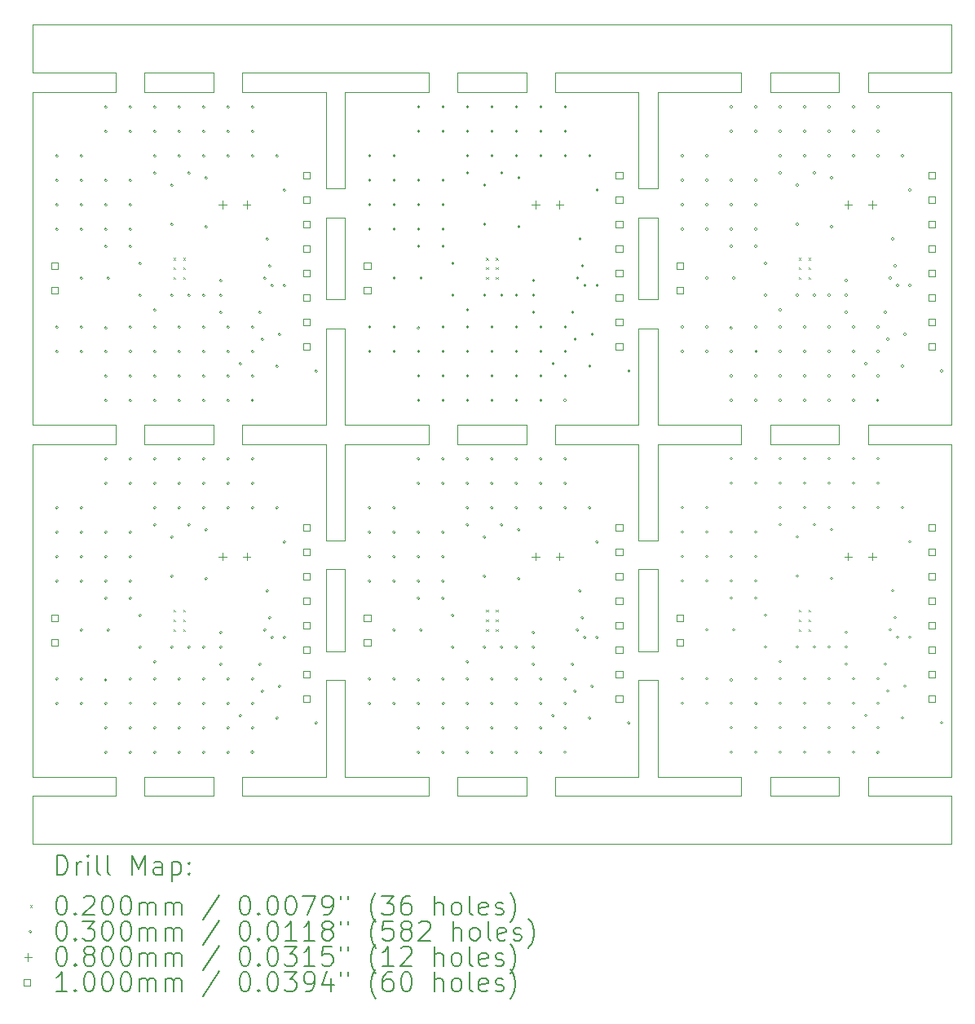
<source format=gbr>
%TF.GenerationSoftware,KiCad,Pcbnew,8.0.4*%
%TF.CreationDate,2024-08-17T22:53:13+02:00*%
%TF.ProjectId,,58585858-5858-4585-9858-585858585858,rev?*%
%TF.SameCoordinates,Original*%
%TF.FileFunction,Drillmap*%
%TF.FilePolarity,Positive*%
%FSLAX45Y45*%
G04 Gerber Fmt 4.5, Leading zero omitted, Abs format (unit mm)*
G04 Created by KiCad (PCBNEW 8.0.4) date 2024-08-17 22:53:13*
%MOMM*%
%LPD*%
G01*
G04 APERTURE LIST*
%ADD10C,0.100000*%
%ADD11C,0.200000*%
G04 APERTURE END LIST*
D10*
X13225900Y-7355917D02*
X13126000Y-7355917D01*
X16374000Y-8807383D02*
X16473900Y-8807383D01*
X13226100Y-4001517D02*
X13326000Y-4001517D01*
X12260000Y-10008950D02*
X12260000Y-9808850D01*
X15208000Y-9808850D02*
X15208000Y-10008950D01*
X14492000Y-2700050D02*
X14492000Y-2500000D01*
X14192000Y-9808850D02*
X14192000Y-10008950D01*
X13126000Y-6154450D02*
X13126000Y-5152983D01*
X15208000Y-6254550D02*
X15208000Y-6354450D01*
X17740000Y-6254550D02*
X17740000Y-6254350D01*
X13225900Y-5152983D02*
X13226100Y-5152983D01*
X15508000Y-6254550D02*
X15508000Y-6254350D01*
X10078000Y-2500000D02*
X10944000Y-2500000D01*
X14192000Y-6254350D02*
X14192000Y-6254550D01*
X13226100Y-4852983D02*
X13225900Y-4852983D01*
X14192000Y-6354450D02*
X13326000Y-6354450D01*
X13326000Y-6354450D02*
X13326000Y-7355917D01*
X11244000Y-10008950D02*
X11244000Y-9808850D01*
X17740000Y-6354450D02*
X17740000Y-6254550D01*
X16474100Y-4001517D02*
X16574000Y-4001517D01*
X18756000Y-2500000D02*
X19622000Y-2500000D01*
X13226100Y-8807383D02*
X13326000Y-8807383D01*
X14492000Y-9808850D02*
X15208000Y-9808850D01*
X16474100Y-3701517D02*
X16473900Y-3701517D01*
X16473900Y-3701517D02*
X16374000Y-3701517D01*
X16473900Y-4001517D02*
X16474100Y-4001517D01*
X16574000Y-7655917D02*
X16574000Y-8507383D01*
X13225900Y-4001517D02*
X13226100Y-4001517D01*
X16374000Y-4852983D02*
X16374000Y-4001517D01*
X18756000Y-6254350D02*
X18756000Y-6154450D01*
X13326000Y-8807383D02*
X13326000Y-9808850D01*
X18456000Y-6254350D02*
X18456000Y-6254550D01*
X12260000Y-6354450D02*
X12260000Y-6254550D01*
X17440000Y-9808850D02*
X17440000Y-10008950D01*
X18756000Y-10008950D02*
X18756000Y-9808850D01*
X19622000Y-2500000D02*
X19622000Y-2000000D01*
X10944000Y-10008950D02*
X10078000Y-10008950D01*
X13126000Y-2700050D02*
X12260000Y-2700050D01*
X13326000Y-4852983D02*
X13226100Y-4852983D01*
X16374000Y-6354450D02*
X15508000Y-6354450D01*
X13226100Y-5152983D02*
X13326000Y-5152983D01*
X13126000Y-6354450D02*
X12260000Y-6354450D01*
X13126000Y-8507383D02*
X13126000Y-7655917D01*
X18456000Y-9808850D02*
X18456000Y-10008950D01*
X11960000Y-2700050D02*
X11244000Y-2700050D01*
X16574000Y-8807383D02*
X16574000Y-9808850D01*
X16374000Y-2700050D02*
X15508000Y-2700050D01*
X10078000Y-10008950D02*
X10078000Y-10508950D01*
X10944000Y-9808850D02*
X10944000Y-10008950D01*
X10944000Y-6154450D02*
X10944000Y-6254350D01*
X16473900Y-7355917D02*
X16374000Y-7355917D01*
X17440000Y-6254350D02*
X17440000Y-6254550D01*
X16473900Y-7655917D02*
X16474100Y-7655917D01*
X16473900Y-8807383D02*
X16474100Y-8807383D01*
X19622000Y-9808850D02*
X19622000Y-6354450D01*
X19622000Y-6354450D02*
X18756000Y-6354450D01*
X16474100Y-8507383D02*
X16473900Y-8507383D01*
X18456000Y-6154450D02*
X18456000Y-6254350D01*
X16474100Y-8807383D02*
X16574000Y-8807383D01*
X10078000Y-6154450D02*
X10944000Y-6154450D01*
X14192000Y-2500000D02*
X14192000Y-2700050D01*
X17740000Y-2700050D02*
X17740000Y-2500000D01*
X16374000Y-7655917D02*
X16473900Y-7655917D01*
X19622000Y-10508950D02*
X19622000Y-10008950D01*
X15208000Y-10008950D02*
X14492000Y-10008950D01*
X11960000Y-6154450D02*
X11960000Y-6254350D01*
X14492000Y-6354450D02*
X14492000Y-6254550D01*
X11960000Y-2500000D02*
X11960000Y-2700050D01*
X15508000Y-6254350D02*
X15508000Y-6154450D01*
X12260000Y-6254550D02*
X12260000Y-6254350D01*
X13226100Y-7355917D02*
X13225900Y-7355917D01*
X18456000Y-6354450D02*
X17740000Y-6354450D01*
X18756000Y-9808850D02*
X19622000Y-9808850D01*
X17440000Y-2500000D02*
X17440000Y-2700050D01*
X13225900Y-4852983D02*
X13126000Y-4852983D01*
X16574000Y-9808850D02*
X17440000Y-9808850D01*
X17440000Y-6154450D02*
X17440000Y-6254350D01*
X17440000Y-10008950D02*
X15508000Y-10008950D01*
X15208000Y-2700050D02*
X14492000Y-2700050D01*
X14192000Y-6254550D02*
X14192000Y-6354450D01*
X13126000Y-7355917D02*
X13126000Y-6354450D01*
X17440000Y-6254550D02*
X17440000Y-6354450D01*
X18756000Y-6354450D02*
X18756000Y-6254550D01*
X10078000Y-10508950D02*
X19622000Y-10508950D01*
X14492000Y-6254550D02*
X14492000Y-6254350D01*
X13326000Y-2700050D02*
X13326000Y-3701517D01*
X11244000Y-2700050D02*
X11244000Y-2500000D01*
X16574000Y-5152983D02*
X16574000Y-6154450D01*
X18456000Y-2500000D02*
X18456000Y-2700050D01*
X15508000Y-6354450D02*
X15508000Y-6254550D01*
X13226100Y-8507383D02*
X13225900Y-8507383D01*
X17740000Y-10008950D02*
X17740000Y-9808850D01*
X11960000Y-6254550D02*
X11960000Y-6354450D01*
X17740000Y-6154450D02*
X18456000Y-6154450D01*
X15508000Y-6154450D02*
X16374000Y-6154450D01*
X17740000Y-6254350D02*
X17740000Y-6154450D01*
X16374000Y-5152983D02*
X16473900Y-5152983D01*
X18456000Y-10008950D02*
X17740000Y-10008950D01*
X10944000Y-6254550D02*
X10944000Y-6354450D01*
X13126000Y-3701517D02*
X13126000Y-2700050D01*
X13126000Y-4001517D02*
X13225900Y-4001517D01*
X13225900Y-8807383D02*
X13226100Y-8807383D01*
X17440000Y-2700050D02*
X16574000Y-2700050D01*
X13126000Y-7655917D02*
X13225900Y-7655917D01*
X11244000Y-9808850D02*
X11960000Y-9808850D01*
X13326000Y-3701517D02*
X13226100Y-3701517D01*
X14492000Y-2500000D02*
X15208000Y-2500000D01*
X13126000Y-4852983D02*
X13126000Y-4001517D01*
X10078000Y-6354450D02*
X10078000Y-9808850D01*
X12260000Y-9808850D02*
X13126000Y-9808850D01*
X10944000Y-2700050D02*
X10078000Y-2700050D01*
X13225900Y-8507383D02*
X13126000Y-8507383D01*
X14492000Y-6154450D02*
X15208000Y-6154450D01*
X15208000Y-6254350D02*
X15208000Y-6254550D01*
X16474100Y-4852983D02*
X16473900Y-4852983D01*
X18756000Y-6254550D02*
X18756000Y-6254350D01*
X11244000Y-6254350D02*
X11244000Y-6154450D01*
X16574000Y-4001517D02*
X16574000Y-4852983D01*
X16574000Y-7355917D02*
X16474100Y-7355917D01*
X19622000Y-2700050D02*
X18756000Y-2700050D01*
X15208000Y-2500000D02*
X15208000Y-2700050D01*
X13326000Y-9808850D02*
X14192000Y-9808850D01*
X10944000Y-6254350D02*
X10944000Y-6254550D01*
X14492000Y-10008950D02*
X14492000Y-9808850D01*
X16473900Y-8507383D02*
X16374000Y-8507383D01*
X16574000Y-8507383D02*
X16474100Y-8507383D01*
X13326000Y-5152983D02*
X13326000Y-6154450D01*
X17740000Y-2500000D02*
X18456000Y-2500000D01*
X10078000Y-2000000D02*
X10078000Y-2500000D01*
X16473900Y-4852983D02*
X16374000Y-4852983D01*
X13326000Y-7655917D02*
X13326000Y-8507383D01*
X16374000Y-7355917D02*
X16374000Y-6354450D01*
X10078000Y-9808850D02*
X10944000Y-9808850D01*
X12260000Y-2500000D02*
X14192000Y-2500000D01*
X13126000Y-5152983D02*
X13225900Y-5152983D01*
X17740000Y-9808850D02*
X18456000Y-9808850D01*
X18756000Y-6154450D02*
X19622000Y-6154450D01*
X11960000Y-10008950D02*
X11244000Y-10008950D01*
X11960000Y-9808850D02*
X11960000Y-10008950D01*
X13226100Y-3701517D02*
X13225900Y-3701517D01*
X16474100Y-7355917D02*
X16473900Y-7355917D01*
X19622000Y-10008950D02*
X18756000Y-10008950D01*
X14192000Y-6154450D02*
X14192000Y-6254350D01*
X15508000Y-2700050D02*
X15508000Y-2500000D01*
X11244000Y-6254550D02*
X11244000Y-6254350D01*
X11960000Y-6354450D02*
X11244000Y-6354450D01*
X11244000Y-2500000D02*
X11960000Y-2500000D01*
X19622000Y-6154450D02*
X19622000Y-2700050D01*
X10944000Y-2500000D02*
X10944000Y-2700050D01*
X13326000Y-4001517D02*
X13326000Y-4852983D01*
X13126000Y-9808850D02*
X13126000Y-8807383D01*
X14192000Y-2700050D02*
X13326000Y-2700050D01*
X13226100Y-7655917D02*
X13326000Y-7655917D01*
X12260000Y-6154450D02*
X13126000Y-6154450D01*
X12260000Y-2700050D02*
X12260000Y-2500000D01*
X10944000Y-6354450D02*
X10078000Y-6354450D01*
X16574000Y-4852983D02*
X16474100Y-4852983D01*
X13126000Y-8807383D02*
X13225900Y-8807383D01*
X13326000Y-6154450D02*
X14192000Y-6154450D01*
X18456000Y-6254550D02*
X18456000Y-6354450D01*
X19622000Y-2000000D02*
X10078000Y-2000000D01*
X15508000Y-2500000D02*
X17440000Y-2500000D01*
X16374000Y-3701517D02*
X16374000Y-2700050D01*
X16574000Y-6154450D02*
X17440000Y-6154450D01*
X16473900Y-5152983D02*
X16474100Y-5152983D01*
X11244000Y-6154450D02*
X11960000Y-6154450D01*
X14192000Y-10008950D02*
X12260000Y-10008950D01*
X15208000Y-6154450D02*
X15208000Y-6254350D01*
X16374000Y-6154450D02*
X16374000Y-5152983D01*
X12260000Y-6254350D02*
X12260000Y-6154450D01*
X16574000Y-6354450D02*
X16574000Y-7355917D01*
X16574000Y-2700050D02*
X16574000Y-3701517D01*
X14492000Y-6254350D02*
X14492000Y-6154450D01*
X13326000Y-7355917D02*
X13226100Y-7355917D01*
X16474100Y-5152983D02*
X16574000Y-5152983D01*
X10078000Y-2700050D02*
X10078000Y-6154450D01*
X15508000Y-9808850D02*
X16374000Y-9808850D01*
X13326000Y-8507383D02*
X13226100Y-8507383D01*
X16374000Y-4001517D02*
X16473900Y-4001517D01*
X16574000Y-3701517D02*
X16474100Y-3701517D01*
X13225900Y-3701517D02*
X13126000Y-3701517D01*
X16374000Y-8507383D02*
X16374000Y-7655917D01*
X16474100Y-7655917D02*
X16574000Y-7655917D01*
X11244000Y-6354450D02*
X11244000Y-6254550D01*
X13225900Y-7655917D02*
X13226100Y-7655917D01*
X18756000Y-2700050D02*
X18756000Y-2500000D01*
X11960000Y-6254350D02*
X11960000Y-6254550D01*
X16374000Y-9808850D02*
X16374000Y-8807383D01*
X17440000Y-6354450D02*
X16574000Y-6354450D01*
X15208000Y-6354450D02*
X14492000Y-6354450D01*
X18456000Y-2700050D02*
X17740000Y-2700050D01*
X15508000Y-10008950D02*
X15508000Y-9808850D01*
D11*
D10*
X11542800Y-4420450D02*
X11562800Y-4440450D01*
X11562800Y-4420450D02*
X11542800Y-4440450D01*
X11542800Y-4520450D02*
X11562800Y-4540450D01*
X11562800Y-4520450D02*
X11542800Y-4540450D01*
X11542800Y-4620450D02*
X11562800Y-4640450D01*
X11562800Y-4620450D02*
X11542800Y-4640450D01*
X11542800Y-8074850D02*
X11562800Y-8094850D01*
X11562800Y-8074850D02*
X11542800Y-8094850D01*
X11542800Y-8174850D02*
X11562800Y-8194850D01*
X11562800Y-8174850D02*
X11542800Y-8194850D01*
X11542800Y-8274850D02*
X11562800Y-8294850D01*
X11562800Y-8274850D02*
X11542800Y-8294850D01*
X11642800Y-4420450D02*
X11662800Y-4440450D01*
X11662800Y-4420450D02*
X11642800Y-4440450D01*
X11642800Y-4520450D02*
X11662800Y-4540450D01*
X11662800Y-4520450D02*
X11642800Y-4540450D01*
X11642800Y-4620450D02*
X11662800Y-4640450D01*
X11662800Y-4620450D02*
X11642800Y-4640450D01*
X11642800Y-8074850D02*
X11662800Y-8094850D01*
X11662800Y-8074850D02*
X11642800Y-8094850D01*
X11642800Y-8174850D02*
X11662800Y-8194850D01*
X11662800Y-8174850D02*
X11642800Y-8194850D01*
X11642800Y-8274850D02*
X11662800Y-8294850D01*
X11662800Y-8274850D02*
X11642800Y-8294850D01*
X14790800Y-4420450D02*
X14810800Y-4440450D01*
X14810800Y-4420450D02*
X14790800Y-4440450D01*
X14790800Y-4520450D02*
X14810800Y-4540450D01*
X14810800Y-4520450D02*
X14790800Y-4540450D01*
X14790800Y-4620450D02*
X14810800Y-4640450D01*
X14810800Y-4620450D02*
X14790800Y-4640450D01*
X14790800Y-8074850D02*
X14810800Y-8094850D01*
X14810800Y-8074850D02*
X14790800Y-8094850D01*
X14790800Y-8174850D02*
X14810800Y-8194850D01*
X14810800Y-8174850D02*
X14790800Y-8194850D01*
X14790800Y-8274850D02*
X14810800Y-8294850D01*
X14810800Y-8274850D02*
X14790800Y-8294850D01*
X14890800Y-4420450D02*
X14910800Y-4440450D01*
X14910800Y-4420450D02*
X14890800Y-4440450D01*
X14890800Y-4520450D02*
X14910800Y-4540450D01*
X14910800Y-4520450D02*
X14890800Y-4540450D01*
X14890800Y-4620450D02*
X14910800Y-4640450D01*
X14910800Y-4620450D02*
X14890800Y-4640450D01*
X14890800Y-8074850D02*
X14910800Y-8094850D01*
X14910800Y-8074850D02*
X14890800Y-8094850D01*
X14890800Y-8174850D02*
X14910800Y-8194850D01*
X14910800Y-8174850D02*
X14890800Y-8194850D01*
X14890800Y-8274850D02*
X14910800Y-8294850D01*
X14910800Y-8274850D02*
X14890800Y-8294850D01*
X18038800Y-4420450D02*
X18058800Y-4440450D01*
X18058800Y-4420450D02*
X18038800Y-4440450D01*
X18038800Y-4520450D02*
X18058800Y-4540450D01*
X18058800Y-4520450D02*
X18038800Y-4540450D01*
X18038800Y-4620450D02*
X18058800Y-4640450D01*
X18058800Y-4620450D02*
X18038800Y-4640450D01*
X18038800Y-8074850D02*
X18058800Y-8094850D01*
X18058800Y-8074850D02*
X18038800Y-8094850D01*
X18038800Y-8174850D02*
X18058800Y-8194850D01*
X18058800Y-8174850D02*
X18038800Y-8194850D01*
X18038800Y-8274850D02*
X18058800Y-8294850D01*
X18058800Y-8274850D02*
X18038800Y-8294850D01*
X18138800Y-4420450D02*
X18158800Y-4440450D01*
X18158800Y-4420450D02*
X18138800Y-4440450D01*
X18138800Y-4520450D02*
X18158800Y-4540450D01*
X18158800Y-4520450D02*
X18138800Y-4540450D01*
X18138800Y-4620450D02*
X18158800Y-4640450D01*
X18158800Y-4620450D02*
X18138800Y-4640450D01*
X18138800Y-8074850D02*
X18158800Y-8094850D01*
X18158800Y-8074850D02*
X18138800Y-8094850D01*
X18138800Y-8174850D02*
X18158800Y-8194850D01*
X18158800Y-8174850D02*
X18138800Y-8194850D01*
X18138800Y-8274850D02*
X18158800Y-8294850D01*
X18158800Y-8274850D02*
X18138800Y-8294850D01*
X10347000Y-3360450D02*
G75*
G02*
X10317000Y-3360450I-15000J0D01*
G01*
X10317000Y-3360450D02*
G75*
G02*
X10347000Y-3360450I15000J0D01*
G01*
X10347000Y-3614450D02*
G75*
G02*
X10317000Y-3614450I-15000J0D01*
G01*
X10317000Y-3614450D02*
G75*
G02*
X10347000Y-3614450I15000J0D01*
G01*
X10347000Y-3868450D02*
G75*
G02*
X10317000Y-3868450I-15000J0D01*
G01*
X10317000Y-3868450D02*
G75*
G02*
X10347000Y-3868450I15000J0D01*
G01*
X10347000Y-4122450D02*
G75*
G02*
X10317000Y-4122450I-15000J0D01*
G01*
X10317000Y-4122450D02*
G75*
G02*
X10347000Y-4122450I15000J0D01*
G01*
X10347000Y-5138450D02*
G75*
G02*
X10317000Y-5138450I-15000J0D01*
G01*
X10317000Y-5138450D02*
G75*
G02*
X10347000Y-5138450I15000J0D01*
G01*
X10347000Y-5392450D02*
G75*
G02*
X10317000Y-5392450I-15000J0D01*
G01*
X10317000Y-5392450D02*
G75*
G02*
X10347000Y-5392450I15000J0D01*
G01*
X10347000Y-7014850D02*
G75*
G02*
X10317000Y-7014850I-15000J0D01*
G01*
X10317000Y-7014850D02*
G75*
G02*
X10347000Y-7014850I15000J0D01*
G01*
X10347000Y-7268850D02*
G75*
G02*
X10317000Y-7268850I-15000J0D01*
G01*
X10317000Y-7268850D02*
G75*
G02*
X10347000Y-7268850I15000J0D01*
G01*
X10347000Y-7522850D02*
G75*
G02*
X10317000Y-7522850I-15000J0D01*
G01*
X10317000Y-7522850D02*
G75*
G02*
X10347000Y-7522850I15000J0D01*
G01*
X10347000Y-7776850D02*
G75*
G02*
X10317000Y-7776850I-15000J0D01*
G01*
X10317000Y-7776850D02*
G75*
G02*
X10347000Y-7776850I15000J0D01*
G01*
X10347000Y-8792850D02*
G75*
G02*
X10317000Y-8792850I-15000J0D01*
G01*
X10317000Y-8792850D02*
G75*
G02*
X10347000Y-8792850I15000J0D01*
G01*
X10347000Y-9046850D02*
G75*
G02*
X10317000Y-9046850I-15000J0D01*
G01*
X10317000Y-9046850D02*
G75*
G02*
X10347000Y-9046850I15000J0D01*
G01*
X10601000Y-3360450D02*
G75*
G02*
X10571000Y-3360450I-15000J0D01*
G01*
X10571000Y-3360450D02*
G75*
G02*
X10601000Y-3360450I15000J0D01*
G01*
X10601000Y-3614450D02*
G75*
G02*
X10571000Y-3614450I-15000J0D01*
G01*
X10571000Y-3614450D02*
G75*
G02*
X10601000Y-3614450I15000J0D01*
G01*
X10601000Y-3868450D02*
G75*
G02*
X10571000Y-3868450I-15000J0D01*
G01*
X10571000Y-3868450D02*
G75*
G02*
X10601000Y-3868450I15000J0D01*
G01*
X10601000Y-4122450D02*
G75*
G02*
X10571000Y-4122450I-15000J0D01*
G01*
X10571000Y-4122450D02*
G75*
G02*
X10601000Y-4122450I15000J0D01*
G01*
X10601000Y-4630450D02*
G75*
G02*
X10571000Y-4630450I-15000J0D01*
G01*
X10571000Y-4630450D02*
G75*
G02*
X10601000Y-4630450I15000J0D01*
G01*
X10601000Y-5138450D02*
G75*
G02*
X10571000Y-5138450I-15000J0D01*
G01*
X10571000Y-5138450D02*
G75*
G02*
X10601000Y-5138450I15000J0D01*
G01*
X10601000Y-5392450D02*
G75*
G02*
X10571000Y-5392450I-15000J0D01*
G01*
X10571000Y-5392450D02*
G75*
G02*
X10601000Y-5392450I15000J0D01*
G01*
X10601000Y-7014850D02*
G75*
G02*
X10571000Y-7014850I-15000J0D01*
G01*
X10571000Y-7014850D02*
G75*
G02*
X10601000Y-7014850I15000J0D01*
G01*
X10601000Y-7268850D02*
G75*
G02*
X10571000Y-7268850I-15000J0D01*
G01*
X10571000Y-7268850D02*
G75*
G02*
X10601000Y-7268850I15000J0D01*
G01*
X10601000Y-7522850D02*
G75*
G02*
X10571000Y-7522850I-15000J0D01*
G01*
X10571000Y-7522850D02*
G75*
G02*
X10601000Y-7522850I15000J0D01*
G01*
X10601000Y-7776850D02*
G75*
G02*
X10571000Y-7776850I-15000J0D01*
G01*
X10571000Y-7776850D02*
G75*
G02*
X10601000Y-7776850I15000J0D01*
G01*
X10601000Y-8284850D02*
G75*
G02*
X10571000Y-8284850I-15000J0D01*
G01*
X10571000Y-8284850D02*
G75*
G02*
X10601000Y-8284850I15000J0D01*
G01*
X10601000Y-8792850D02*
G75*
G02*
X10571000Y-8792850I-15000J0D01*
G01*
X10571000Y-8792850D02*
G75*
G02*
X10601000Y-8792850I15000J0D01*
G01*
X10601000Y-9046850D02*
G75*
G02*
X10571000Y-9046850I-15000J0D01*
G01*
X10571000Y-9046850D02*
G75*
G02*
X10601000Y-9046850I15000J0D01*
G01*
X10854348Y-5149326D02*
G75*
G02*
X10824348Y-5149326I-15000J0D01*
G01*
X10824348Y-5149326D02*
G75*
G02*
X10854348Y-5149326I15000J0D01*
G01*
X10854348Y-8803726D02*
G75*
G02*
X10824348Y-8803726I-15000J0D01*
G01*
X10824348Y-8803726D02*
G75*
G02*
X10854348Y-8803726I15000J0D01*
G01*
X10855000Y-2852450D02*
G75*
G02*
X10825000Y-2852450I-15000J0D01*
G01*
X10825000Y-2852450D02*
G75*
G02*
X10855000Y-2852450I15000J0D01*
G01*
X10855000Y-3106450D02*
G75*
G02*
X10825000Y-3106450I-15000J0D01*
G01*
X10825000Y-3106450D02*
G75*
G02*
X10855000Y-3106450I15000J0D01*
G01*
X10855000Y-3614450D02*
G75*
G02*
X10825000Y-3614450I-15000J0D01*
G01*
X10825000Y-3614450D02*
G75*
G02*
X10855000Y-3614450I15000J0D01*
G01*
X10855000Y-3868450D02*
G75*
G02*
X10825000Y-3868450I-15000J0D01*
G01*
X10825000Y-3868450D02*
G75*
G02*
X10855000Y-3868450I15000J0D01*
G01*
X10855000Y-4122450D02*
G75*
G02*
X10825000Y-4122450I-15000J0D01*
G01*
X10825000Y-4122450D02*
G75*
G02*
X10855000Y-4122450I15000J0D01*
G01*
X10855000Y-4300250D02*
G75*
G02*
X10825000Y-4300250I-15000J0D01*
G01*
X10825000Y-4300250D02*
G75*
G02*
X10855000Y-4300250I15000J0D01*
G01*
X10855000Y-5392450D02*
G75*
G02*
X10825000Y-5392450I-15000J0D01*
G01*
X10825000Y-5392450D02*
G75*
G02*
X10855000Y-5392450I15000J0D01*
G01*
X10855000Y-5646450D02*
G75*
G02*
X10825000Y-5646450I-15000J0D01*
G01*
X10825000Y-5646450D02*
G75*
G02*
X10855000Y-5646450I15000J0D01*
G01*
X10855000Y-5900450D02*
G75*
G02*
X10825000Y-5900450I-15000J0D01*
G01*
X10825000Y-5900450D02*
G75*
G02*
X10855000Y-5900450I15000J0D01*
G01*
X10855000Y-6506850D02*
G75*
G02*
X10825000Y-6506850I-15000J0D01*
G01*
X10825000Y-6506850D02*
G75*
G02*
X10855000Y-6506850I15000J0D01*
G01*
X10855000Y-6760850D02*
G75*
G02*
X10825000Y-6760850I-15000J0D01*
G01*
X10825000Y-6760850D02*
G75*
G02*
X10855000Y-6760850I15000J0D01*
G01*
X10855000Y-7268850D02*
G75*
G02*
X10825000Y-7268850I-15000J0D01*
G01*
X10825000Y-7268850D02*
G75*
G02*
X10855000Y-7268850I15000J0D01*
G01*
X10855000Y-7522850D02*
G75*
G02*
X10825000Y-7522850I-15000J0D01*
G01*
X10825000Y-7522850D02*
G75*
G02*
X10855000Y-7522850I15000J0D01*
G01*
X10855000Y-7776850D02*
G75*
G02*
X10825000Y-7776850I-15000J0D01*
G01*
X10825000Y-7776850D02*
G75*
G02*
X10855000Y-7776850I15000J0D01*
G01*
X10855000Y-7954650D02*
G75*
G02*
X10825000Y-7954650I-15000J0D01*
G01*
X10825000Y-7954650D02*
G75*
G02*
X10855000Y-7954650I15000J0D01*
G01*
X10855000Y-9046850D02*
G75*
G02*
X10825000Y-9046850I-15000J0D01*
G01*
X10825000Y-9046850D02*
G75*
G02*
X10855000Y-9046850I15000J0D01*
G01*
X10855000Y-9300850D02*
G75*
G02*
X10825000Y-9300850I-15000J0D01*
G01*
X10825000Y-9300850D02*
G75*
G02*
X10855000Y-9300850I15000J0D01*
G01*
X10855000Y-9554850D02*
G75*
G02*
X10825000Y-9554850I-15000J0D01*
G01*
X10825000Y-9554850D02*
G75*
G02*
X10855000Y-9554850I15000J0D01*
G01*
X10880400Y-4630450D02*
G75*
G02*
X10850400Y-4630450I-15000J0D01*
G01*
X10850400Y-4630450D02*
G75*
G02*
X10880400Y-4630450I15000J0D01*
G01*
X10880400Y-8284850D02*
G75*
G02*
X10850400Y-8284850I-15000J0D01*
G01*
X10850400Y-8284850D02*
G75*
G02*
X10880400Y-8284850I15000J0D01*
G01*
X11109000Y-2852450D02*
G75*
G02*
X11079000Y-2852450I-15000J0D01*
G01*
X11079000Y-2852450D02*
G75*
G02*
X11109000Y-2852450I15000J0D01*
G01*
X11109000Y-3106450D02*
G75*
G02*
X11079000Y-3106450I-15000J0D01*
G01*
X11079000Y-3106450D02*
G75*
G02*
X11109000Y-3106450I15000J0D01*
G01*
X11109000Y-3614450D02*
G75*
G02*
X11079000Y-3614450I-15000J0D01*
G01*
X11079000Y-3614450D02*
G75*
G02*
X11109000Y-3614450I15000J0D01*
G01*
X11109000Y-3868450D02*
G75*
G02*
X11079000Y-3868450I-15000J0D01*
G01*
X11079000Y-3868450D02*
G75*
G02*
X11109000Y-3868450I15000J0D01*
G01*
X11109000Y-4122450D02*
G75*
G02*
X11079000Y-4122450I-15000J0D01*
G01*
X11079000Y-4122450D02*
G75*
G02*
X11109000Y-4122450I15000J0D01*
G01*
X11109000Y-4300250D02*
G75*
G02*
X11079000Y-4300250I-15000J0D01*
G01*
X11079000Y-4300250D02*
G75*
G02*
X11109000Y-4300250I15000J0D01*
G01*
X11109000Y-5138450D02*
G75*
G02*
X11079000Y-5138450I-15000J0D01*
G01*
X11079000Y-5138450D02*
G75*
G02*
X11109000Y-5138450I15000J0D01*
G01*
X11109000Y-5646450D02*
G75*
G02*
X11079000Y-5646450I-15000J0D01*
G01*
X11079000Y-5646450D02*
G75*
G02*
X11109000Y-5646450I15000J0D01*
G01*
X11109000Y-5900450D02*
G75*
G02*
X11079000Y-5900450I-15000J0D01*
G01*
X11079000Y-5900450D02*
G75*
G02*
X11109000Y-5900450I15000J0D01*
G01*
X11109000Y-6506850D02*
G75*
G02*
X11079000Y-6506850I-15000J0D01*
G01*
X11079000Y-6506850D02*
G75*
G02*
X11109000Y-6506850I15000J0D01*
G01*
X11109000Y-6760850D02*
G75*
G02*
X11079000Y-6760850I-15000J0D01*
G01*
X11079000Y-6760850D02*
G75*
G02*
X11109000Y-6760850I15000J0D01*
G01*
X11109000Y-7268850D02*
G75*
G02*
X11079000Y-7268850I-15000J0D01*
G01*
X11079000Y-7268850D02*
G75*
G02*
X11109000Y-7268850I15000J0D01*
G01*
X11109000Y-7522850D02*
G75*
G02*
X11079000Y-7522850I-15000J0D01*
G01*
X11079000Y-7522850D02*
G75*
G02*
X11109000Y-7522850I15000J0D01*
G01*
X11109000Y-7776850D02*
G75*
G02*
X11079000Y-7776850I-15000J0D01*
G01*
X11079000Y-7776850D02*
G75*
G02*
X11109000Y-7776850I15000J0D01*
G01*
X11109000Y-7954650D02*
G75*
G02*
X11079000Y-7954650I-15000J0D01*
G01*
X11079000Y-7954650D02*
G75*
G02*
X11109000Y-7954650I15000J0D01*
G01*
X11109000Y-8792850D02*
G75*
G02*
X11079000Y-8792850I-15000J0D01*
G01*
X11079000Y-8792850D02*
G75*
G02*
X11109000Y-8792850I15000J0D01*
G01*
X11109000Y-9300850D02*
G75*
G02*
X11079000Y-9300850I-15000J0D01*
G01*
X11079000Y-9300850D02*
G75*
G02*
X11109000Y-9300850I15000J0D01*
G01*
X11109000Y-9554850D02*
G75*
G02*
X11079000Y-9554850I-15000J0D01*
G01*
X11079000Y-9554850D02*
G75*
G02*
X11109000Y-9554850I15000J0D01*
G01*
X11111638Y-5391772D02*
G75*
G02*
X11081638Y-5391772I-15000J0D01*
G01*
X11081638Y-5391772D02*
G75*
G02*
X11111638Y-5391772I15000J0D01*
G01*
X11111638Y-9046172D02*
G75*
G02*
X11081638Y-9046172I-15000J0D01*
G01*
X11081638Y-9046172D02*
G75*
G02*
X11111638Y-9046172I15000J0D01*
G01*
X11210600Y-4478050D02*
G75*
G02*
X11180600Y-4478050I-15000J0D01*
G01*
X11180600Y-4478050D02*
G75*
G02*
X11210600Y-4478050I15000J0D01*
G01*
X11210600Y-4808250D02*
G75*
G02*
X11180600Y-4808250I-15000J0D01*
G01*
X11180600Y-4808250D02*
G75*
G02*
X11210600Y-4808250I15000J0D01*
G01*
X11210600Y-8132450D02*
G75*
G02*
X11180600Y-8132450I-15000J0D01*
G01*
X11180600Y-8132450D02*
G75*
G02*
X11210600Y-8132450I15000J0D01*
G01*
X11210600Y-8462650D02*
G75*
G02*
X11180600Y-8462650I-15000J0D01*
G01*
X11180600Y-8462650D02*
G75*
G02*
X11210600Y-8462650I15000J0D01*
G01*
X11363000Y-2852450D02*
G75*
G02*
X11333000Y-2852450I-15000J0D01*
G01*
X11333000Y-2852450D02*
G75*
G02*
X11363000Y-2852450I15000J0D01*
G01*
X11363000Y-3106450D02*
G75*
G02*
X11333000Y-3106450I-15000J0D01*
G01*
X11333000Y-3106450D02*
G75*
G02*
X11363000Y-3106450I15000J0D01*
G01*
X11363000Y-3360450D02*
G75*
G02*
X11333000Y-3360450I-15000J0D01*
G01*
X11333000Y-3360450D02*
G75*
G02*
X11363000Y-3360450I15000J0D01*
G01*
X11363000Y-3538250D02*
G75*
G02*
X11333000Y-3538250I-15000J0D01*
G01*
X11333000Y-3538250D02*
G75*
G02*
X11363000Y-3538250I15000J0D01*
G01*
X11363000Y-4960650D02*
G75*
G02*
X11333000Y-4960650I-15000J0D01*
G01*
X11333000Y-4960650D02*
G75*
G02*
X11363000Y-4960650I15000J0D01*
G01*
X11363000Y-5138450D02*
G75*
G02*
X11333000Y-5138450I-15000J0D01*
G01*
X11333000Y-5138450D02*
G75*
G02*
X11363000Y-5138450I15000J0D01*
G01*
X11363000Y-5392450D02*
G75*
G02*
X11333000Y-5392450I-15000J0D01*
G01*
X11333000Y-5392450D02*
G75*
G02*
X11363000Y-5392450I15000J0D01*
G01*
X11363000Y-5646450D02*
G75*
G02*
X11333000Y-5646450I-15000J0D01*
G01*
X11333000Y-5646450D02*
G75*
G02*
X11363000Y-5646450I15000J0D01*
G01*
X11363000Y-5900450D02*
G75*
G02*
X11333000Y-5900450I-15000J0D01*
G01*
X11333000Y-5900450D02*
G75*
G02*
X11363000Y-5900450I15000J0D01*
G01*
X11363000Y-6506850D02*
G75*
G02*
X11333000Y-6506850I-15000J0D01*
G01*
X11333000Y-6506850D02*
G75*
G02*
X11363000Y-6506850I15000J0D01*
G01*
X11363000Y-6760850D02*
G75*
G02*
X11333000Y-6760850I-15000J0D01*
G01*
X11333000Y-6760850D02*
G75*
G02*
X11363000Y-6760850I15000J0D01*
G01*
X11363000Y-7014850D02*
G75*
G02*
X11333000Y-7014850I-15000J0D01*
G01*
X11333000Y-7014850D02*
G75*
G02*
X11363000Y-7014850I15000J0D01*
G01*
X11363000Y-7192650D02*
G75*
G02*
X11333000Y-7192650I-15000J0D01*
G01*
X11333000Y-7192650D02*
G75*
G02*
X11363000Y-7192650I15000J0D01*
G01*
X11363000Y-8615050D02*
G75*
G02*
X11333000Y-8615050I-15000J0D01*
G01*
X11333000Y-8615050D02*
G75*
G02*
X11363000Y-8615050I15000J0D01*
G01*
X11363000Y-8792850D02*
G75*
G02*
X11333000Y-8792850I-15000J0D01*
G01*
X11333000Y-8792850D02*
G75*
G02*
X11363000Y-8792850I15000J0D01*
G01*
X11363000Y-9046850D02*
G75*
G02*
X11333000Y-9046850I-15000J0D01*
G01*
X11333000Y-9046850D02*
G75*
G02*
X11363000Y-9046850I15000J0D01*
G01*
X11363000Y-9300850D02*
G75*
G02*
X11333000Y-9300850I-15000J0D01*
G01*
X11333000Y-9300850D02*
G75*
G02*
X11363000Y-9300850I15000J0D01*
G01*
X11363000Y-9554850D02*
G75*
G02*
X11333000Y-9554850I-15000J0D01*
G01*
X11333000Y-9554850D02*
G75*
G02*
X11363000Y-9554850I15000J0D01*
G01*
X11540800Y-3665250D02*
G75*
G02*
X11510800Y-3665250I-15000J0D01*
G01*
X11510800Y-3665250D02*
G75*
G02*
X11540800Y-3665250I15000J0D01*
G01*
X11540800Y-4071650D02*
G75*
G02*
X11510800Y-4071650I-15000J0D01*
G01*
X11510800Y-4071650D02*
G75*
G02*
X11540800Y-4071650I15000J0D01*
G01*
X11540800Y-4808250D02*
G75*
G02*
X11510800Y-4808250I-15000J0D01*
G01*
X11510800Y-4808250D02*
G75*
G02*
X11540800Y-4808250I15000J0D01*
G01*
X11540800Y-7319650D02*
G75*
G02*
X11510800Y-7319650I-15000J0D01*
G01*
X11510800Y-7319650D02*
G75*
G02*
X11540800Y-7319650I15000J0D01*
G01*
X11540800Y-7726050D02*
G75*
G02*
X11510800Y-7726050I-15000J0D01*
G01*
X11510800Y-7726050D02*
G75*
G02*
X11540800Y-7726050I15000J0D01*
G01*
X11540800Y-8462650D02*
G75*
G02*
X11510800Y-8462650I-15000J0D01*
G01*
X11510800Y-8462650D02*
G75*
G02*
X11540800Y-8462650I15000J0D01*
G01*
X11617000Y-2852450D02*
G75*
G02*
X11587000Y-2852450I-15000J0D01*
G01*
X11587000Y-2852450D02*
G75*
G02*
X11617000Y-2852450I15000J0D01*
G01*
X11617000Y-3106450D02*
G75*
G02*
X11587000Y-3106450I-15000J0D01*
G01*
X11587000Y-3106450D02*
G75*
G02*
X11617000Y-3106450I15000J0D01*
G01*
X11617000Y-3360450D02*
G75*
G02*
X11587000Y-3360450I-15000J0D01*
G01*
X11587000Y-3360450D02*
G75*
G02*
X11617000Y-3360450I15000J0D01*
G01*
X11617000Y-5138450D02*
G75*
G02*
X11587000Y-5138450I-15000J0D01*
G01*
X11587000Y-5138450D02*
G75*
G02*
X11617000Y-5138450I15000J0D01*
G01*
X11617000Y-5392450D02*
G75*
G02*
X11587000Y-5392450I-15000J0D01*
G01*
X11587000Y-5392450D02*
G75*
G02*
X11617000Y-5392450I15000J0D01*
G01*
X11617000Y-5646450D02*
G75*
G02*
X11587000Y-5646450I-15000J0D01*
G01*
X11587000Y-5646450D02*
G75*
G02*
X11617000Y-5646450I15000J0D01*
G01*
X11617000Y-5900450D02*
G75*
G02*
X11587000Y-5900450I-15000J0D01*
G01*
X11587000Y-5900450D02*
G75*
G02*
X11617000Y-5900450I15000J0D01*
G01*
X11617000Y-6506850D02*
G75*
G02*
X11587000Y-6506850I-15000J0D01*
G01*
X11587000Y-6506850D02*
G75*
G02*
X11617000Y-6506850I15000J0D01*
G01*
X11617000Y-6760850D02*
G75*
G02*
X11587000Y-6760850I-15000J0D01*
G01*
X11587000Y-6760850D02*
G75*
G02*
X11617000Y-6760850I15000J0D01*
G01*
X11617000Y-7014850D02*
G75*
G02*
X11587000Y-7014850I-15000J0D01*
G01*
X11587000Y-7014850D02*
G75*
G02*
X11617000Y-7014850I15000J0D01*
G01*
X11617000Y-8792850D02*
G75*
G02*
X11587000Y-8792850I-15000J0D01*
G01*
X11587000Y-8792850D02*
G75*
G02*
X11617000Y-8792850I15000J0D01*
G01*
X11617000Y-9046850D02*
G75*
G02*
X11587000Y-9046850I-15000J0D01*
G01*
X11587000Y-9046850D02*
G75*
G02*
X11617000Y-9046850I15000J0D01*
G01*
X11617000Y-9300850D02*
G75*
G02*
X11587000Y-9300850I-15000J0D01*
G01*
X11587000Y-9300850D02*
G75*
G02*
X11617000Y-9300850I15000J0D01*
G01*
X11617000Y-9554850D02*
G75*
G02*
X11587000Y-9554850I-15000J0D01*
G01*
X11587000Y-9554850D02*
G75*
G02*
X11617000Y-9554850I15000J0D01*
G01*
X11718600Y-3538250D02*
G75*
G02*
X11688600Y-3538250I-15000J0D01*
G01*
X11688600Y-3538250D02*
G75*
G02*
X11718600Y-3538250I15000J0D01*
G01*
X11718600Y-4808250D02*
G75*
G02*
X11688600Y-4808250I-15000J0D01*
G01*
X11688600Y-4808250D02*
G75*
G02*
X11718600Y-4808250I15000J0D01*
G01*
X11718600Y-7192650D02*
G75*
G02*
X11688600Y-7192650I-15000J0D01*
G01*
X11688600Y-7192650D02*
G75*
G02*
X11718600Y-7192650I15000J0D01*
G01*
X11718600Y-8462650D02*
G75*
G02*
X11688600Y-8462650I-15000J0D01*
G01*
X11688600Y-8462650D02*
G75*
G02*
X11718600Y-8462650I15000J0D01*
G01*
X11871000Y-2852450D02*
G75*
G02*
X11841000Y-2852450I-15000J0D01*
G01*
X11841000Y-2852450D02*
G75*
G02*
X11871000Y-2852450I15000J0D01*
G01*
X11871000Y-3106450D02*
G75*
G02*
X11841000Y-3106450I-15000J0D01*
G01*
X11841000Y-3106450D02*
G75*
G02*
X11871000Y-3106450I15000J0D01*
G01*
X11871000Y-3360450D02*
G75*
G02*
X11841000Y-3360450I-15000J0D01*
G01*
X11841000Y-3360450D02*
G75*
G02*
X11871000Y-3360450I15000J0D01*
G01*
X11871000Y-4808250D02*
G75*
G02*
X11841000Y-4808250I-15000J0D01*
G01*
X11841000Y-4808250D02*
G75*
G02*
X11871000Y-4808250I15000J0D01*
G01*
X11871000Y-5138450D02*
G75*
G02*
X11841000Y-5138450I-15000J0D01*
G01*
X11841000Y-5138450D02*
G75*
G02*
X11871000Y-5138450I15000J0D01*
G01*
X11871000Y-5392450D02*
G75*
G02*
X11841000Y-5392450I-15000J0D01*
G01*
X11841000Y-5392450D02*
G75*
G02*
X11871000Y-5392450I15000J0D01*
G01*
X11871000Y-5646450D02*
G75*
G02*
X11841000Y-5646450I-15000J0D01*
G01*
X11841000Y-5646450D02*
G75*
G02*
X11871000Y-5646450I15000J0D01*
G01*
X11871000Y-5900450D02*
G75*
G02*
X11841000Y-5900450I-15000J0D01*
G01*
X11841000Y-5900450D02*
G75*
G02*
X11871000Y-5900450I15000J0D01*
G01*
X11871000Y-6506850D02*
G75*
G02*
X11841000Y-6506850I-15000J0D01*
G01*
X11841000Y-6506850D02*
G75*
G02*
X11871000Y-6506850I15000J0D01*
G01*
X11871000Y-6760850D02*
G75*
G02*
X11841000Y-6760850I-15000J0D01*
G01*
X11841000Y-6760850D02*
G75*
G02*
X11871000Y-6760850I15000J0D01*
G01*
X11871000Y-7014850D02*
G75*
G02*
X11841000Y-7014850I-15000J0D01*
G01*
X11841000Y-7014850D02*
G75*
G02*
X11871000Y-7014850I15000J0D01*
G01*
X11871000Y-8462650D02*
G75*
G02*
X11841000Y-8462650I-15000J0D01*
G01*
X11841000Y-8462650D02*
G75*
G02*
X11871000Y-8462650I15000J0D01*
G01*
X11871000Y-8792850D02*
G75*
G02*
X11841000Y-8792850I-15000J0D01*
G01*
X11841000Y-8792850D02*
G75*
G02*
X11871000Y-8792850I15000J0D01*
G01*
X11871000Y-9046850D02*
G75*
G02*
X11841000Y-9046850I-15000J0D01*
G01*
X11841000Y-9046850D02*
G75*
G02*
X11871000Y-9046850I15000J0D01*
G01*
X11871000Y-9300850D02*
G75*
G02*
X11841000Y-9300850I-15000J0D01*
G01*
X11841000Y-9300850D02*
G75*
G02*
X11871000Y-9300850I15000J0D01*
G01*
X11871000Y-9554850D02*
G75*
G02*
X11841000Y-9554850I-15000J0D01*
G01*
X11841000Y-9554850D02*
G75*
G02*
X11871000Y-9554850I15000J0D01*
G01*
X11896400Y-3589050D02*
G75*
G02*
X11866400Y-3589050I-15000J0D01*
G01*
X11866400Y-3589050D02*
G75*
G02*
X11896400Y-3589050I15000J0D01*
G01*
X11896400Y-4097050D02*
G75*
G02*
X11866400Y-4097050I-15000J0D01*
G01*
X11866400Y-4097050D02*
G75*
G02*
X11896400Y-4097050I15000J0D01*
G01*
X11896400Y-7243450D02*
G75*
G02*
X11866400Y-7243450I-15000J0D01*
G01*
X11866400Y-7243450D02*
G75*
G02*
X11896400Y-7243450I15000J0D01*
G01*
X11896400Y-7751450D02*
G75*
G02*
X11866400Y-7751450I-15000J0D01*
G01*
X11866400Y-7751450D02*
G75*
G02*
X11896400Y-7751450I15000J0D01*
G01*
X12048800Y-4655850D02*
G75*
G02*
X12018800Y-4655850I-15000J0D01*
G01*
X12018800Y-4655850D02*
G75*
G02*
X12048800Y-4655850I15000J0D01*
G01*
X12048800Y-4808250D02*
G75*
G02*
X12018800Y-4808250I-15000J0D01*
G01*
X12018800Y-4808250D02*
G75*
G02*
X12048800Y-4808250I15000J0D01*
G01*
X12048800Y-4986050D02*
G75*
G02*
X12018800Y-4986050I-15000J0D01*
G01*
X12018800Y-4986050D02*
G75*
G02*
X12048800Y-4986050I15000J0D01*
G01*
X12048800Y-8310250D02*
G75*
G02*
X12018800Y-8310250I-15000J0D01*
G01*
X12018800Y-8310250D02*
G75*
G02*
X12048800Y-8310250I15000J0D01*
G01*
X12048800Y-8462650D02*
G75*
G02*
X12018800Y-8462650I-15000J0D01*
G01*
X12018800Y-8462650D02*
G75*
G02*
X12048800Y-8462650I15000J0D01*
G01*
X12048800Y-8640450D02*
G75*
G02*
X12018800Y-8640450I-15000J0D01*
G01*
X12018800Y-8640450D02*
G75*
G02*
X12048800Y-8640450I15000J0D01*
G01*
X12125000Y-2852450D02*
G75*
G02*
X12095000Y-2852450I-15000J0D01*
G01*
X12095000Y-2852450D02*
G75*
G02*
X12125000Y-2852450I15000J0D01*
G01*
X12125000Y-3106450D02*
G75*
G02*
X12095000Y-3106450I-15000J0D01*
G01*
X12095000Y-3106450D02*
G75*
G02*
X12125000Y-3106450I15000J0D01*
G01*
X12125000Y-3360450D02*
G75*
G02*
X12095000Y-3360450I-15000J0D01*
G01*
X12095000Y-3360450D02*
G75*
G02*
X12125000Y-3360450I15000J0D01*
G01*
X12125000Y-5138450D02*
G75*
G02*
X12095000Y-5138450I-15000J0D01*
G01*
X12095000Y-5138450D02*
G75*
G02*
X12125000Y-5138450I15000J0D01*
G01*
X12125000Y-5392450D02*
G75*
G02*
X12095000Y-5392450I-15000J0D01*
G01*
X12095000Y-5392450D02*
G75*
G02*
X12125000Y-5392450I15000J0D01*
G01*
X12125000Y-5646450D02*
G75*
G02*
X12095000Y-5646450I-15000J0D01*
G01*
X12095000Y-5646450D02*
G75*
G02*
X12125000Y-5646450I15000J0D01*
G01*
X12125000Y-5900450D02*
G75*
G02*
X12095000Y-5900450I-15000J0D01*
G01*
X12095000Y-5900450D02*
G75*
G02*
X12125000Y-5900450I15000J0D01*
G01*
X12125000Y-6506850D02*
G75*
G02*
X12095000Y-6506850I-15000J0D01*
G01*
X12095000Y-6506850D02*
G75*
G02*
X12125000Y-6506850I15000J0D01*
G01*
X12125000Y-6760850D02*
G75*
G02*
X12095000Y-6760850I-15000J0D01*
G01*
X12095000Y-6760850D02*
G75*
G02*
X12125000Y-6760850I15000J0D01*
G01*
X12125000Y-7014850D02*
G75*
G02*
X12095000Y-7014850I-15000J0D01*
G01*
X12095000Y-7014850D02*
G75*
G02*
X12125000Y-7014850I15000J0D01*
G01*
X12125000Y-8792850D02*
G75*
G02*
X12095000Y-8792850I-15000J0D01*
G01*
X12095000Y-8792850D02*
G75*
G02*
X12125000Y-8792850I15000J0D01*
G01*
X12125000Y-9046850D02*
G75*
G02*
X12095000Y-9046850I-15000J0D01*
G01*
X12095000Y-9046850D02*
G75*
G02*
X12125000Y-9046850I15000J0D01*
G01*
X12125000Y-9300850D02*
G75*
G02*
X12095000Y-9300850I-15000J0D01*
G01*
X12095000Y-9300850D02*
G75*
G02*
X12125000Y-9300850I15000J0D01*
G01*
X12125000Y-9554850D02*
G75*
G02*
X12095000Y-9554850I-15000J0D01*
G01*
X12095000Y-9554850D02*
G75*
G02*
X12125000Y-9554850I15000J0D01*
G01*
X12252000Y-5519450D02*
G75*
G02*
X12222000Y-5519450I-15000J0D01*
G01*
X12222000Y-5519450D02*
G75*
G02*
X12252000Y-5519450I15000J0D01*
G01*
X12252000Y-9173850D02*
G75*
G02*
X12222000Y-9173850I-15000J0D01*
G01*
X12222000Y-9173850D02*
G75*
G02*
X12252000Y-9173850I15000J0D01*
G01*
X12376118Y-5900007D02*
G75*
G02*
X12346118Y-5900007I-15000J0D01*
G01*
X12346118Y-5900007D02*
G75*
G02*
X12376118Y-5900007I15000J0D01*
G01*
X12376118Y-9554407D02*
G75*
G02*
X12346118Y-9554407I-15000J0D01*
G01*
X12346118Y-9554407D02*
G75*
G02*
X12376118Y-9554407I15000J0D01*
G01*
X12379000Y-2852450D02*
G75*
G02*
X12349000Y-2852450I-15000J0D01*
G01*
X12349000Y-2852450D02*
G75*
G02*
X12379000Y-2852450I15000J0D01*
G01*
X12379000Y-3106450D02*
G75*
G02*
X12349000Y-3106450I-15000J0D01*
G01*
X12349000Y-3106450D02*
G75*
G02*
X12379000Y-3106450I15000J0D01*
G01*
X12379000Y-3360450D02*
G75*
G02*
X12349000Y-3360450I-15000J0D01*
G01*
X12349000Y-3360450D02*
G75*
G02*
X12379000Y-3360450I15000J0D01*
G01*
X12379000Y-5138450D02*
G75*
G02*
X12349000Y-5138450I-15000J0D01*
G01*
X12349000Y-5138450D02*
G75*
G02*
X12379000Y-5138450I15000J0D01*
G01*
X12379000Y-5392450D02*
G75*
G02*
X12349000Y-5392450I-15000J0D01*
G01*
X12349000Y-5392450D02*
G75*
G02*
X12379000Y-5392450I15000J0D01*
G01*
X12379000Y-5646450D02*
G75*
G02*
X12349000Y-5646450I-15000J0D01*
G01*
X12349000Y-5646450D02*
G75*
G02*
X12379000Y-5646450I15000J0D01*
G01*
X12379000Y-6506850D02*
G75*
G02*
X12349000Y-6506850I-15000J0D01*
G01*
X12349000Y-6506850D02*
G75*
G02*
X12379000Y-6506850I15000J0D01*
G01*
X12379000Y-6760850D02*
G75*
G02*
X12349000Y-6760850I-15000J0D01*
G01*
X12349000Y-6760850D02*
G75*
G02*
X12379000Y-6760850I15000J0D01*
G01*
X12379000Y-7014850D02*
G75*
G02*
X12349000Y-7014850I-15000J0D01*
G01*
X12349000Y-7014850D02*
G75*
G02*
X12379000Y-7014850I15000J0D01*
G01*
X12379000Y-8792850D02*
G75*
G02*
X12349000Y-8792850I-15000J0D01*
G01*
X12349000Y-8792850D02*
G75*
G02*
X12379000Y-8792850I15000J0D01*
G01*
X12379000Y-9046850D02*
G75*
G02*
X12349000Y-9046850I-15000J0D01*
G01*
X12349000Y-9046850D02*
G75*
G02*
X12379000Y-9046850I15000J0D01*
G01*
X12379000Y-9300850D02*
G75*
G02*
X12349000Y-9300850I-15000J0D01*
G01*
X12349000Y-9300850D02*
G75*
G02*
X12379000Y-9300850I15000J0D01*
G01*
X12455200Y-4986050D02*
G75*
G02*
X12425200Y-4986050I-15000J0D01*
G01*
X12425200Y-4986050D02*
G75*
G02*
X12455200Y-4986050I15000J0D01*
G01*
X12455200Y-8640450D02*
G75*
G02*
X12425200Y-8640450I-15000J0D01*
G01*
X12425200Y-8640450D02*
G75*
G02*
X12455200Y-8640450I15000J0D01*
G01*
X12480600Y-5265450D02*
G75*
G02*
X12450600Y-5265450I-15000J0D01*
G01*
X12450600Y-5265450D02*
G75*
G02*
X12480600Y-5265450I15000J0D01*
G01*
X12480600Y-8919850D02*
G75*
G02*
X12450600Y-8919850I-15000J0D01*
G01*
X12450600Y-8919850D02*
G75*
G02*
X12480600Y-8919850I15000J0D01*
G01*
X12506000Y-4630450D02*
G75*
G02*
X12476000Y-4630450I-15000J0D01*
G01*
X12476000Y-4630450D02*
G75*
G02*
X12506000Y-4630450I15000J0D01*
G01*
X12506000Y-8284850D02*
G75*
G02*
X12476000Y-8284850I-15000J0D01*
G01*
X12476000Y-8284850D02*
G75*
G02*
X12506000Y-8284850I15000J0D01*
G01*
X12531400Y-4224050D02*
G75*
G02*
X12501400Y-4224050I-15000J0D01*
G01*
X12501400Y-4224050D02*
G75*
G02*
X12531400Y-4224050I15000J0D01*
G01*
X12531400Y-7878450D02*
G75*
G02*
X12501400Y-7878450I-15000J0D01*
G01*
X12501400Y-7878450D02*
G75*
G02*
X12531400Y-7878450I15000J0D01*
G01*
X12556800Y-4503450D02*
G75*
G02*
X12526800Y-4503450I-15000J0D01*
G01*
X12526800Y-4503450D02*
G75*
G02*
X12556800Y-4503450I15000J0D01*
G01*
X12556800Y-8157850D02*
G75*
G02*
X12526800Y-8157850I-15000J0D01*
G01*
X12526800Y-8157850D02*
G75*
G02*
X12556800Y-8157850I15000J0D01*
G01*
X12582200Y-4706650D02*
G75*
G02*
X12552200Y-4706650I-15000J0D01*
G01*
X12552200Y-4706650D02*
G75*
G02*
X12582200Y-4706650I15000J0D01*
G01*
X12582200Y-8361050D02*
G75*
G02*
X12552200Y-8361050I-15000J0D01*
G01*
X12552200Y-8361050D02*
G75*
G02*
X12582200Y-8361050I15000J0D01*
G01*
X12633000Y-3360450D02*
G75*
G02*
X12603000Y-3360450I-15000J0D01*
G01*
X12603000Y-3360450D02*
G75*
G02*
X12633000Y-3360450I15000J0D01*
G01*
X12633000Y-5544850D02*
G75*
G02*
X12603000Y-5544850I-15000J0D01*
G01*
X12603000Y-5544850D02*
G75*
G02*
X12633000Y-5544850I15000J0D01*
G01*
X12633000Y-7014850D02*
G75*
G02*
X12603000Y-7014850I-15000J0D01*
G01*
X12603000Y-7014850D02*
G75*
G02*
X12633000Y-7014850I15000J0D01*
G01*
X12633000Y-9199250D02*
G75*
G02*
X12603000Y-9199250I-15000J0D01*
G01*
X12603000Y-9199250D02*
G75*
G02*
X12633000Y-9199250I15000J0D01*
G01*
X12658400Y-5214650D02*
G75*
G02*
X12628400Y-5214650I-15000J0D01*
G01*
X12628400Y-5214650D02*
G75*
G02*
X12658400Y-5214650I15000J0D01*
G01*
X12658400Y-8869050D02*
G75*
G02*
X12628400Y-8869050I-15000J0D01*
G01*
X12628400Y-8869050D02*
G75*
G02*
X12658400Y-8869050I15000J0D01*
G01*
X12709200Y-3716050D02*
G75*
G02*
X12679200Y-3716050I-15000J0D01*
G01*
X12679200Y-3716050D02*
G75*
G02*
X12709200Y-3716050I15000J0D01*
G01*
X12709200Y-4706650D02*
G75*
G02*
X12679200Y-4706650I-15000J0D01*
G01*
X12679200Y-4706650D02*
G75*
G02*
X12709200Y-4706650I15000J0D01*
G01*
X12709200Y-7370450D02*
G75*
G02*
X12679200Y-7370450I-15000J0D01*
G01*
X12679200Y-7370450D02*
G75*
G02*
X12709200Y-7370450I15000J0D01*
G01*
X12709200Y-8361050D02*
G75*
G02*
X12679200Y-8361050I-15000J0D01*
G01*
X12679200Y-8361050D02*
G75*
G02*
X12709200Y-8361050I15000J0D01*
G01*
X13039400Y-5595650D02*
G75*
G02*
X13009400Y-5595650I-15000J0D01*
G01*
X13009400Y-5595650D02*
G75*
G02*
X13039400Y-5595650I15000J0D01*
G01*
X13039400Y-9250050D02*
G75*
G02*
X13009400Y-9250050I-15000J0D01*
G01*
X13009400Y-9250050D02*
G75*
G02*
X13039400Y-9250050I15000J0D01*
G01*
X13595000Y-3360450D02*
G75*
G02*
X13565000Y-3360450I-15000J0D01*
G01*
X13565000Y-3360450D02*
G75*
G02*
X13595000Y-3360450I15000J0D01*
G01*
X13595000Y-3614450D02*
G75*
G02*
X13565000Y-3614450I-15000J0D01*
G01*
X13565000Y-3614450D02*
G75*
G02*
X13595000Y-3614450I15000J0D01*
G01*
X13595000Y-3868450D02*
G75*
G02*
X13565000Y-3868450I-15000J0D01*
G01*
X13565000Y-3868450D02*
G75*
G02*
X13595000Y-3868450I15000J0D01*
G01*
X13595000Y-4122450D02*
G75*
G02*
X13565000Y-4122450I-15000J0D01*
G01*
X13565000Y-4122450D02*
G75*
G02*
X13595000Y-4122450I15000J0D01*
G01*
X13595000Y-5138450D02*
G75*
G02*
X13565000Y-5138450I-15000J0D01*
G01*
X13565000Y-5138450D02*
G75*
G02*
X13595000Y-5138450I15000J0D01*
G01*
X13595000Y-5392450D02*
G75*
G02*
X13565000Y-5392450I-15000J0D01*
G01*
X13565000Y-5392450D02*
G75*
G02*
X13595000Y-5392450I15000J0D01*
G01*
X13595000Y-7014850D02*
G75*
G02*
X13565000Y-7014850I-15000J0D01*
G01*
X13565000Y-7014850D02*
G75*
G02*
X13595000Y-7014850I15000J0D01*
G01*
X13595000Y-7268850D02*
G75*
G02*
X13565000Y-7268850I-15000J0D01*
G01*
X13565000Y-7268850D02*
G75*
G02*
X13595000Y-7268850I15000J0D01*
G01*
X13595000Y-7522850D02*
G75*
G02*
X13565000Y-7522850I-15000J0D01*
G01*
X13565000Y-7522850D02*
G75*
G02*
X13595000Y-7522850I15000J0D01*
G01*
X13595000Y-7776850D02*
G75*
G02*
X13565000Y-7776850I-15000J0D01*
G01*
X13565000Y-7776850D02*
G75*
G02*
X13595000Y-7776850I15000J0D01*
G01*
X13595000Y-8792850D02*
G75*
G02*
X13565000Y-8792850I-15000J0D01*
G01*
X13565000Y-8792850D02*
G75*
G02*
X13595000Y-8792850I15000J0D01*
G01*
X13595000Y-9046850D02*
G75*
G02*
X13565000Y-9046850I-15000J0D01*
G01*
X13565000Y-9046850D02*
G75*
G02*
X13595000Y-9046850I15000J0D01*
G01*
X13849000Y-3360450D02*
G75*
G02*
X13819000Y-3360450I-15000J0D01*
G01*
X13819000Y-3360450D02*
G75*
G02*
X13849000Y-3360450I15000J0D01*
G01*
X13849000Y-3614450D02*
G75*
G02*
X13819000Y-3614450I-15000J0D01*
G01*
X13819000Y-3614450D02*
G75*
G02*
X13849000Y-3614450I15000J0D01*
G01*
X13849000Y-3868450D02*
G75*
G02*
X13819000Y-3868450I-15000J0D01*
G01*
X13819000Y-3868450D02*
G75*
G02*
X13849000Y-3868450I15000J0D01*
G01*
X13849000Y-4122450D02*
G75*
G02*
X13819000Y-4122450I-15000J0D01*
G01*
X13819000Y-4122450D02*
G75*
G02*
X13849000Y-4122450I15000J0D01*
G01*
X13849000Y-4630450D02*
G75*
G02*
X13819000Y-4630450I-15000J0D01*
G01*
X13819000Y-4630450D02*
G75*
G02*
X13849000Y-4630450I15000J0D01*
G01*
X13849000Y-5138450D02*
G75*
G02*
X13819000Y-5138450I-15000J0D01*
G01*
X13819000Y-5138450D02*
G75*
G02*
X13849000Y-5138450I15000J0D01*
G01*
X13849000Y-5392450D02*
G75*
G02*
X13819000Y-5392450I-15000J0D01*
G01*
X13819000Y-5392450D02*
G75*
G02*
X13849000Y-5392450I15000J0D01*
G01*
X13849000Y-7014850D02*
G75*
G02*
X13819000Y-7014850I-15000J0D01*
G01*
X13819000Y-7014850D02*
G75*
G02*
X13849000Y-7014850I15000J0D01*
G01*
X13849000Y-7268850D02*
G75*
G02*
X13819000Y-7268850I-15000J0D01*
G01*
X13819000Y-7268850D02*
G75*
G02*
X13849000Y-7268850I15000J0D01*
G01*
X13849000Y-7522850D02*
G75*
G02*
X13819000Y-7522850I-15000J0D01*
G01*
X13819000Y-7522850D02*
G75*
G02*
X13849000Y-7522850I15000J0D01*
G01*
X13849000Y-7776850D02*
G75*
G02*
X13819000Y-7776850I-15000J0D01*
G01*
X13819000Y-7776850D02*
G75*
G02*
X13849000Y-7776850I15000J0D01*
G01*
X13849000Y-8284850D02*
G75*
G02*
X13819000Y-8284850I-15000J0D01*
G01*
X13819000Y-8284850D02*
G75*
G02*
X13849000Y-8284850I15000J0D01*
G01*
X13849000Y-8792850D02*
G75*
G02*
X13819000Y-8792850I-15000J0D01*
G01*
X13819000Y-8792850D02*
G75*
G02*
X13849000Y-8792850I15000J0D01*
G01*
X13849000Y-9046850D02*
G75*
G02*
X13819000Y-9046850I-15000J0D01*
G01*
X13819000Y-9046850D02*
G75*
G02*
X13849000Y-9046850I15000J0D01*
G01*
X14102348Y-5149326D02*
G75*
G02*
X14072348Y-5149326I-15000J0D01*
G01*
X14072348Y-5149326D02*
G75*
G02*
X14102348Y-5149326I15000J0D01*
G01*
X14102348Y-8803726D02*
G75*
G02*
X14072348Y-8803726I-15000J0D01*
G01*
X14072348Y-8803726D02*
G75*
G02*
X14102348Y-8803726I15000J0D01*
G01*
X14103000Y-2852450D02*
G75*
G02*
X14073000Y-2852450I-15000J0D01*
G01*
X14073000Y-2852450D02*
G75*
G02*
X14103000Y-2852450I15000J0D01*
G01*
X14103000Y-3106450D02*
G75*
G02*
X14073000Y-3106450I-15000J0D01*
G01*
X14073000Y-3106450D02*
G75*
G02*
X14103000Y-3106450I15000J0D01*
G01*
X14103000Y-3614450D02*
G75*
G02*
X14073000Y-3614450I-15000J0D01*
G01*
X14073000Y-3614450D02*
G75*
G02*
X14103000Y-3614450I15000J0D01*
G01*
X14103000Y-3868450D02*
G75*
G02*
X14073000Y-3868450I-15000J0D01*
G01*
X14073000Y-3868450D02*
G75*
G02*
X14103000Y-3868450I15000J0D01*
G01*
X14103000Y-4122450D02*
G75*
G02*
X14073000Y-4122450I-15000J0D01*
G01*
X14073000Y-4122450D02*
G75*
G02*
X14103000Y-4122450I15000J0D01*
G01*
X14103000Y-4300250D02*
G75*
G02*
X14073000Y-4300250I-15000J0D01*
G01*
X14073000Y-4300250D02*
G75*
G02*
X14103000Y-4300250I15000J0D01*
G01*
X14103000Y-5392450D02*
G75*
G02*
X14073000Y-5392450I-15000J0D01*
G01*
X14073000Y-5392450D02*
G75*
G02*
X14103000Y-5392450I15000J0D01*
G01*
X14103000Y-5646450D02*
G75*
G02*
X14073000Y-5646450I-15000J0D01*
G01*
X14073000Y-5646450D02*
G75*
G02*
X14103000Y-5646450I15000J0D01*
G01*
X14103000Y-5900450D02*
G75*
G02*
X14073000Y-5900450I-15000J0D01*
G01*
X14073000Y-5900450D02*
G75*
G02*
X14103000Y-5900450I15000J0D01*
G01*
X14103000Y-6506850D02*
G75*
G02*
X14073000Y-6506850I-15000J0D01*
G01*
X14073000Y-6506850D02*
G75*
G02*
X14103000Y-6506850I15000J0D01*
G01*
X14103000Y-6760850D02*
G75*
G02*
X14073000Y-6760850I-15000J0D01*
G01*
X14073000Y-6760850D02*
G75*
G02*
X14103000Y-6760850I15000J0D01*
G01*
X14103000Y-7268850D02*
G75*
G02*
X14073000Y-7268850I-15000J0D01*
G01*
X14073000Y-7268850D02*
G75*
G02*
X14103000Y-7268850I15000J0D01*
G01*
X14103000Y-7522850D02*
G75*
G02*
X14073000Y-7522850I-15000J0D01*
G01*
X14073000Y-7522850D02*
G75*
G02*
X14103000Y-7522850I15000J0D01*
G01*
X14103000Y-7776850D02*
G75*
G02*
X14073000Y-7776850I-15000J0D01*
G01*
X14073000Y-7776850D02*
G75*
G02*
X14103000Y-7776850I15000J0D01*
G01*
X14103000Y-7954650D02*
G75*
G02*
X14073000Y-7954650I-15000J0D01*
G01*
X14073000Y-7954650D02*
G75*
G02*
X14103000Y-7954650I15000J0D01*
G01*
X14103000Y-9046850D02*
G75*
G02*
X14073000Y-9046850I-15000J0D01*
G01*
X14073000Y-9046850D02*
G75*
G02*
X14103000Y-9046850I15000J0D01*
G01*
X14103000Y-9300850D02*
G75*
G02*
X14073000Y-9300850I-15000J0D01*
G01*
X14073000Y-9300850D02*
G75*
G02*
X14103000Y-9300850I15000J0D01*
G01*
X14103000Y-9554850D02*
G75*
G02*
X14073000Y-9554850I-15000J0D01*
G01*
X14073000Y-9554850D02*
G75*
G02*
X14103000Y-9554850I15000J0D01*
G01*
X14128400Y-4630450D02*
G75*
G02*
X14098400Y-4630450I-15000J0D01*
G01*
X14098400Y-4630450D02*
G75*
G02*
X14128400Y-4630450I15000J0D01*
G01*
X14128400Y-8284850D02*
G75*
G02*
X14098400Y-8284850I-15000J0D01*
G01*
X14098400Y-8284850D02*
G75*
G02*
X14128400Y-8284850I15000J0D01*
G01*
X14357000Y-2852450D02*
G75*
G02*
X14327000Y-2852450I-15000J0D01*
G01*
X14327000Y-2852450D02*
G75*
G02*
X14357000Y-2852450I15000J0D01*
G01*
X14357000Y-3106450D02*
G75*
G02*
X14327000Y-3106450I-15000J0D01*
G01*
X14327000Y-3106450D02*
G75*
G02*
X14357000Y-3106450I15000J0D01*
G01*
X14357000Y-3614450D02*
G75*
G02*
X14327000Y-3614450I-15000J0D01*
G01*
X14327000Y-3614450D02*
G75*
G02*
X14357000Y-3614450I15000J0D01*
G01*
X14357000Y-3868450D02*
G75*
G02*
X14327000Y-3868450I-15000J0D01*
G01*
X14327000Y-3868450D02*
G75*
G02*
X14357000Y-3868450I15000J0D01*
G01*
X14357000Y-4122450D02*
G75*
G02*
X14327000Y-4122450I-15000J0D01*
G01*
X14327000Y-4122450D02*
G75*
G02*
X14357000Y-4122450I15000J0D01*
G01*
X14357000Y-4300250D02*
G75*
G02*
X14327000Y-4300250I-15000J0D01*
G01*
X14327000Y-4300250D02*
G75*
G02*
X14357000Y-4300250I15000J0D01*
G01*
X14357000Y-5138450D02*
G75*
G02*
X14327000Y-5138450I-15000J0D01*
G01*
X14327000Y-5138450D02*
G75*
G02*
X14357000Y-5138450I15000J0D01*
G01*
X14357000Y-5646450D02*
G75*
G02*
X14327000Y-5646450I-15000J0D01*
G01*
X14327000Y-5646450D02*
G75*
G02*
X14357000Y-5646450I15000J0D01*
G01*
X14357000Y-5900450D02*
G75*
G02*
X14327000Y-5900450I-15000J0D01*
G01*
X14327000Y-5900450D02*
G75*
G02*
X14357000Y-5900450I15000J0D01*
G01*
X14357000Y-6506850D02*
G75*
G02*
X14327000Y-6506850I-15000J0D01*
G01*
X14327000Y-6506850D02*
G75*
G02*
X14357000Y-6506850I15000J0D01*
G01*
X14357000Y-6760850D02*
G75*
G02*
X14327000Y-6760850I-15000J0D01*
G01*
X14327000Y-6760850D02*
G75*
G02*
X14357000Y-6760850I15000J0D01*
G01*
X14357000Y-7268850D02*
G75*
G02*
X14327000Y-7268850I-15000J0D01*
G01*
X14327000Y-7268850D02*
G75*
G02*
X14357000Y-7268850I15000J0D01*
G01*
X14357000Y-7522850D02*
G75*
G02*
X14327000Y-7522850I-15000J0D01*
G01*
X14327000Y-7522850D02*
G75*
G02*
X14357000Y-7522850I15000J0D01*
G01*
X14357000Y-7776850D02*
G75*
G02*
X14327000Y-7776850I-15000J0D01*
G01*
X14327000Y-7776850D02*
G75*
G02*
X14357000Y-7776850I15000J0D01*
G01*
X14357000Y-7954650D02*
G75*
G02*
X14327000Y-7954650I-15000J0D01*
G01*
X14327000Y-7954650D02*
G75*
G02*
X14357000Y-7954650I15000J0D01*
G01*
X14357000Y-8792850D02*
G75*
G02*
X14327000Y-8792850I-15000J0D01*
G01*
X14327000Y-8792850D02*
G75*
G02*
X14357000Y-8792850I15000J0D01*
G01*
X14357000Y-9300850D02*
G75*
G02*
X14327000Y-9300850I-15000J0D01*
G01*
X14327000Y-9300850D02*
G75*
G02*
X14357000Y-9300850I15000J0D01*
G01*
X14357000Y-9554850D02*
G75*
G02*
X14327000Y-9554850I-15000J0D01*
G01*
X14327000Y-9554850D02*
G75*
G02*
X14357000Y-9554850I15000J0D01*
G01*
X14359638Y-5391772D02*
G75*
G02*
X14329638Y-5391772I-15000J0D01*
G01*
X14329638Y-5391772D02*
G75*
G02*
X14359638Y-5391772I15000J0D01*
G01*
X14359638Y-9046172D02*
G75*
G02*
X14329638Y-9046172I-15000J0D01*
G01*
X14329638Y-9046172D02*
G75*
G02*
X14359638Y-9046172I15000J0D01*
G01*
X14458600Y-4478050D02*
G75*
G02*
X14428600Y-4478050I-15000J0D01*
G01*
X14428600Y-4478050D02*
G75*
G02*
X14458600Y-4478050I15000J0D01*
G01*
X14458600Y-4808250D02*
G75*
G02*
X14428600Y-4808250I-15000J0D01*
G01*
X14428600Y-4808250D02*
G75*
G02*
X14458600Y-4808250I15000J0D01*
G01*
X14458600Y-8132450D02*
G75*
G02*
X14428600Y-8132450I-15000J0D01*
G01*
X14428600Y-8132450D02*
G75*
G02*
X14458600Y-8132450I15000J0D01*
G01*
X14458600Y-8462650D02*
G75*
G02*
X14428600Y-8462650I-15000J0D01*
G01*
X14428600Y-8462650D02*
G75*
G02*
X14458600Y-8462650I15000J0D01*
G01*
X14611000Y-2852450D02*
G75*
G02*
X14581000Y-2852450I-15000J0D01*
G01*
X14581000Y-2852450D02*
G75*
G02*
X14611000Y-2852450I15000J0D01*
G01*
X14611000Y-3106450D02*
G75*
G02*
X14581000Y-3106450I-15000J0D01*
G01*
X14581000Y-3106450D02*
G75*
G02*
X14611000Y-3106450I15000J0D01*
G01*
X14611000Y-3360450D02*
G75*
G02*
X14581000Y-3360450I-15000J0D01*
G01*
X14581000Y-3360450D02*
G75*
G02*
X14611000Y-3360450I15000J0D01*
G01*
X14611000Y-3538250D02*
G75*
G02*
X14581000Y-3538250I-15000J0D01*
G01*
X14581000Y-3538250D02*
G75*
G02*
X14611000Y-3538250I15000J0D01*
G01*
X14611000Y-4960650D02*
G75*
G02*
X14581000Y-4960650I-15000J0D01*
G01*
X14581000Y-4960650D02*
G75*
G02*
X14611000Y-4960650I15000J0D01*
G01*
X14611000Y-5138450D02*
G75*
G02*
X14581000Y-5138450I-15000J0D01*
G01*
X14581000Y-5138450D02*
G75*
G02*
X14611000Y-5138450I15000J0D01*
G01*
X14611000Y-5392450D02*
G75*
G02*
X14581000Y-5392450I-15000J0D01*
G01*
X14581000Y-5392450D02*
G75*
G02*
X14611000Y-5392450I15000J0D01*
G01*
X14611000Y-5646450D02*
G75*
G02*
X14581000Y-5646450I-15000J0D01*
G01*
X14581000Y-5646450D02*
G75*
G02*
X14611000Y-5646450I15000J0D01*
G01*
X14611000Y-5900450D02*
G75*
G02*
X14581000Y-5900450I-15000J0D01*
G01*
X14581000Y-5900450D02*
G75*
G02*
X14611000Y-5900450I15000J0D01*
G01*
X14611000Y-6506850D02*
G75*
G02*
X14581000Y-6506850I-15000J0D01*
G01*
X14581000Y-6506850D02*
G75*
G02*
X14611000Y-6506850I15000J0D01*
G01*
X14611000Y-6760850D02*
G75*
G02*
X14581000Y-6760850I-15000J0D01*
G01*
X14581000Y-6760850D02*
G75*
G02*
X14611000Y-6760850I15000J0D01*
G01*
X14611000Y-7014850D02*
G75*
G02*
X14581000Y-7014850I-15000J0D01*
G01*
X14581000Y-7014850D02*
G75*
G02*
X14611000Y-7014850I15000J0D01*
G01*
X14611000Y-7192650D02*
G75*
G02*
X14581000Y-7192650I-15000J0D01*
G01*
X14581000Y-7192650D02*
G75*
G02*
X14611000Y-7192650I15000J0D01*
G01*
X14611000Y-8615050D02*
G75*
G02*
X14581000Y-8615050I-15000J0D01*
G01*
X14581000Y-8615050D02*
G75*
G02*
X14611000Y-8615050I15000J0D01*
G01*
X14611000Y-8792850D02*
G75*
G02*
X14581000Y-8792850I-15000J0D01*
G01*
X14581000Y-8792850D02*
G75*
G02*
X14611000Y-8792850I15000J0D01*
G01*
X14611000Y-9046850D02*
G75*
G02*
X14581000Y-9046850I-15000J0D01*
G01*
X14581000Y-9046850D02*
G75*
G02*
X14611000Y-9046850I15000J0D01*
G01*
X14611000Y-9300850D02*
G75*
G02*
X14581000Y-9300850I-15000J0D01*
G01*
X14581000Y-9300850D02*
G75*
G02*
X14611000Y-9300850I15000J0D01*
G01*
X14611000Y-9554850D02*
G75*
G02*
X14581000Y-9554850I-15000J0D01*
G01*
X14581000Y-9554850D02*
G75*
G02*
X14611000Y-9554850I15000J0D01*
G01*
X14788800Y-3665250D02*
G75*
G02*
X14758800Y-3665250I-15000J0D01*
G01*
X14758800Y-3665250D02*
G75*
G02*
X14788800Y-3665250I15000J0D01*
G01*
X14788800Y-4071650D02*
G75*
G02*
X14758800Y-4071650I-15000J0D01*
G01*
X14758800Y-4071650D02*
G75*
G02*
X14788800Y-4071650I15000J0D01*
G01*
X14788800Y-4808250D02*
G75*
G02*
X14758800Y-4808250I-15000J0D01*
G01*
X14758800Y-4808250D02*
G75*
G02*
X14788800Y-4808250I15000J0D01*
G01*
X14788800Y-7319650D02*
G75*
G02*
X14758800Y-7319650I-15000J0D01*
G01*
X14758800Y-7319650D02*
G75*
G02*
X14788800Y-7319650I15000J0D01*
G01*
X14788800Y-7726050D02*
G75*
G02*
X14758800Y-7726050I-15000J0D01*
G01*
X14758800Y-7726050D02*
G75*
G02*
X14788800Y-7726050I15000J0D01*
G01*
X14788800Y-8462650D02*
G75*
G02*
X14758800Y-8462650I-15000J0D01*
G01*
X14758800Y-8462650D02*
G75*
G02*
X14788800Y-8462650I15000J0D01*
G01*
X14865000Y-2852450D02*
G75*
G02*
X14835000Y-2852450I-15000J0D01*
G01*
X14835000Y-2852450D02*
G75*
G02*
X14865000Y-2852450I15000J0D01*
G01*
X14865000Y-3106450D02*
G75*
G02*
X14835000Y-3106450I-15000J0D01*
G01*
X14835000Y-3106450D02*
G75*
G02*
X14865000Y-3106450I15000J0D01*
G01*
X14865000Y-3360450D02*
G75*
G02*
X14835000Y-3360450I-15000J0D01*
G01*
X14835000Y-3360450D02*
G75*
G02*
X14865000Y-3360450I15000J0D01*
G01*
X14865000Y-5138450D02*
G75*
G02*
X14835000Y-5138450I-15000J0D01*
G01*
X14835000Y-5138450D02*
G75*
G02*
X14865000Y-5138450I15000J0D01*
G01*
X14865000Y-5392450D02*
G75*
G02*
X14835000Y-5392450I-15000J0D01*
G01*
X14835000Y-5392450D02*
G75*
G02*
X14865000Y-5392450I15000J0D01*
G01*
X14865000Y-5646450D02*
G75*
G02*
X14835000Y-5646450I-15000J0D01*
G01*
X14835000Y-5646450D02*
G75*
G02*
X14865000Y-5646450I15000J0D01*
G01*
X14865000Y-5900450D02*
G75*
G02*
X14835000Y-5900450I-15000J0D01*
G01*
X14835000Y-5900450D02*
G75*
G02*
X14865000Y-5900450I15000J0D01*
G01*
X14865000Y-6506850D02*
G75*
G02*
X14835000Y-6506850I-15000J0D01*
G01*
X14835000Y-6506850D02*
G75*
G02*
X14865000Y-6506850I15000J0D01*
G01*
X14865000Y-6760850D02*
G75*
G02*
X14835000Y-6760850I-15000J0D01*
G01*
X14835000Y-6760850D02*
G75*
G02*
X14865000Y-6760850I15000J0D01*
G01*
X14865000Y-7014850D02*
G75*
G02*
X14835000Y-7014850I-15000J0D01*
G01*
X14835000Y-7014850D02*
G75*
G02*
X14865000Y-7014850I15000J0D01*
G01*
X14865000Y-8792850D02*
G75*
G02*
X14835000Y-8792850I-15000J0D01*
G01*
X14835000Y-8792850D02*
G75*
G02*
X14865000Y-8792850I15000J0D01*
G01*
X14865000Y-9046850D02*
G75*
G02*
X14835000Y-9046850I-15000J0D01*
G01*
X14835000Y-9046850D02*
G75*
G02*
X14865000Y-9046850I15000J0D01*
G01*
X14865000Y-9300850D02*
G75*
G02*
X14835000Y-9300850I-15000J0D01*
G01*
X14835000Y-9300850D02*
G75*
G02*
X14865000Y-9300850I15000J0D01*
G01*
X14865000Y-9554850D02*
G75*
G02*
X14835000Y-9554850I-15000J0D01*
G01*
X14835000Y-9554850D02*
G75*
G02*
X14865000Y-9554850I15000J0D01*
G01*
X14966600Y-3538250D02*
G75*
G02*
X14936600Y-3538250I-15000J0D01*
G01*
X14936600Y-3538250D02*
G75*
G02*
X14966600Y-3538250I15000J0D01*
G01*
X14966600Y-4808250D02*
G75*
G02*
X14936600Y-4808250I-15000J0D01*
G01*
X14936600Y-4808250D02*
G75*
G02*
X14966600Y-4808250I15000J0D01*
G01*
X14966600Y-7192650D02*
G75*
G02*
X14936600Y-7192650I-15000J0D01*
G01*
X14936600Y-7192650D02*
G75*
G02*
X14966600Y-7192650I15000J0D01*
G01*
X14966600Y-8462650D02*
G75*
G02*
X14936600Y-8462650I-15000J0D01*
G01*
X14936600Y-8462650D02*
G75*
G02*
X14966600Y-8462650I15000J0D01*
G01*
X15119000Y-2852450D02*
G75*
G02*
X15089000Y-2852450I-15000J0D01*
G01*
X15089000Y-2852450D02*
G75*
G02*
X15119000Y-2852450I15000J0D01*
G01*
X15119000Y-3106450D02*
G75*
G02*
X15089000Y-3106450I-15000J0D01*
G01*
X15089000Y-3106450D02*
G75*
G02*
X15119000Y-3106450I15000J0D01*
G01*
X15119000Y-3360450D02*
G75*
G02*
X15089000Y-3360450I-15000J0D01*
G01*
X15089000Y-3360450D02*
G75*
G02*
X15119000Y-3360450I15000J0D01*
G01*
X15119000Y-4808250D02*
G75*
G02*
X15089000Y-4808250I-15000J0D01*
G01*
X15089000Y-4808250D02*
G75*
G02*
X15119000Y-4808250I15000J0D01*
G01*
X15119000Y-5138450D02*
G75*
G02*
X15089000Y-5138450I-15000J0D01*
G01*
X15089000Y-5138450D02*
G75*
G02*
X15119000Y-5138450I15000J0D01*
G01*
X15119000Y-5392450D02*
G75*
G02*
X15089000Y-5392450I-15000J0D01*
G01*
X15089000Y-5392450D02*
G75*
G02*
X15119000Y-5392450I15000J0D01*
G01*
X15119000Y-5646450D02*
G75*
G02*
X15089000Y-5646450I-15000J0D01*
G01*
X15089000Y-5646450D02*
G75*
G02*
X15119000Y-5646450I15000J0D01*
G01*
X15119000Y-5900450D02*
G75*
G02*
X15089000Y-5900450I-15000J0D01*
G01*
X15089000Y-5900450D02*
G75*
G02*
X15119000Y-5900450I15000J0D01*
G01*
X15119000Y-6506850D02*
G75*
G02*
X15089000Y-6506850I-15000J0D01*
G01*
X15089000Y-6506850D02*
G75*
G02*
X15119000Y-6506850I15000J0D01*
G01*
X15119000Y-6760850D02*
G75*
G02*
X15089000Y-6760850I-15000J0D01*
G01*
X15089000Y-6760850D02*
G75*
G02*
X15119000Y-6760850I15000J0D01*
G01*
X15119000Y-7014850D02*
G75*
G02*
X15089000Y-7014850I-15000J0D01*
G01*
X15089000Y-7014850D02*
G75*
G02*
X15119000Y-7014850I15000J0D01*
G01*
X15119000Y-8462650D02*
G75*
G02*
X15089000Y-8462650I-15000J0D01*
G01*
X15089000Y-8462650D02*
G75*
G02*
X15119000Y-8462650I15000J0D01*
G01*
X15119000Y-8792850D02*
G75*
G02*
X15089000Y-8792850I-15000J0D01*
G01*
X15089000Y-8792850D02*
G75*
G02*
X15119000Y-8792850I15000J0D01*
G01*
X15119000Y-9046850D02*
G75*
G02*
X15089000Y-9046850I-15000J0D01*
G01*
X15089000Y-9046850D02*
G75*
G02*
X15119000Y-9046850I15000J0D01*
G01*
X15119000Y-9300850D02*
G75*
G02*
X15089000Y-9300850I-15000J0D01*
G01*
X15089000Y-9300850D02*
G75*
G02*
X15119000Y-9300850I15000J0D01*
G01*
X15119000Y-9554850D02*
G75*
G02*
X15089000Y-9554850I-15000J0D01*
G01*
X15089000Y-9554850D02*
G75*
G02*
X15119000Y-9554850I15000J0D01*
G01*
X15144400Y-3589050D02*
G75*
G02*
X15114400Y-3589050I-15000J0D01*
G01*
X15114400Y-3589050D02*
G75*
G02*
X15144400Y-3589050I15000J0D01*
G01*
X15144400Y-4097050D02*
G75*
G02*
X15114400Y-4097050I-15000J0D01*
G01*
X15114400Y-4097050D02*
G75*
G02*
X15144400Y-4097050I15000J0D01*
G01*
X15144400Y-7243450D02*
G75*
G02*
X15114400Y-7243450I-15000J0D01*
G01*
X15114400Y-7243450D02*
G75*
G02*
X15144400Y-7243450I15000J0D01*
G01*
X15144400Y-7751450D02*
G75*
G02*
X15114400Y-7751450I-15000J0D01*
G01*
X15114400Y-7751450D02*
G75*
G02*
X15144400Y-7751450I15000J0D01*
G01*
X15296800Y-4655850D02*
G75*
G02*
X15266800Y-4655850I-15000J0D01*
G01*
X15266800Y-4655850D02*
G75*
G02*
X15296800Y-4655850I15000J0D01*
G01*
X15296800Y-4808250D02*
G75*
G02*
X15266800Y-4808250I-15000J0D01*
G01*
X15266800Y-4808250D02*
G75*
G02*
X15296800Y-4808250I15000J0D01*
G01*
X15296800Y-4986050D02*
G75*
G02*
X15266800Y-4986050I-15000J0D01*
G01*
X15266800Y-4986050D02*
G75*
G02*
X15296800Y-4986050I15000J0D01*
G01*
X15296800Y-8310250D02*
G75*
G02*
X15266800Y-8310250I-15000J0D01*
G01*
X15266800Y-8310250D02*
G75*
G02*
X15296800Y-8310250I15000J0D01*
G01*
X15296800Y-8462650D02*
G75*
G02*
X15266800Y-8462650I-15000J0D01*
G01*
X15266800Y-8462650D02*
G75*
G02*
X15296800Y-8462650I15000J0D01*
G01*
X15296800Y-8640450D02*
G75*
G02*
X15266800Y-8640450I-15000J0D01*
G01*
X15266800Y-8640450D02*
G75*
G02*
X15296800Y-8640450I15000J0D01*
G01*
X15373000Y-2852450D02*
G75*
G02*
X15343000Y-2852450I-15000J0D01*
G01*
X15343000Y-2852450D02*
G75*
G02*
X15373000Y-2852450I15000J0D01*
G01*
X15373000Y-3106450D02*
G75*
G02*
X15343000Y-3106450I-15000J0D01*
G01*
X15343000Y-3106450D02*
G75*
G02*
X15373000Y-3106450I15000J0D01*
G01*
X15373000Y-3360450D02*
G75*
G02*
X15343000Y-3360450I-15000J0D01*
G01*
X15343000Y-3360450D02*
G75*
G02*
X15373000Y-3360450I15000J0D01*
G01*
X15373000Y-5138450D02*
G75*
G02*
X15343000Y-5138450I-15000J0D01*
G01*
X15343000Y-5138450D02*
G75*
G02*
X15373000Y-5138450I15000J0D01*
G01*
X15373000Y-5392450D02*
G75*
G02*
X15343000Y-5392450I-15000J0D01*
G01*
X15343000Y-5392450D02*
G75*
G02*
X15373000Y-5392450I15000J0D01*
G01*
X15373000Y-5646450D02*
G75*
G02*
X15343000Y-5646450I-15000J0D01*
G01*
X15343000Y-5646450D02*
G75*
G02*
X15373000Y-5646450I15000J0D01*
G01*
X15373000Y-5900450D02*
G75*
G02*
X15343000Y-5900450I-15000J0D01*
G01*
X15343000Y-5900450D02*
G75*
G02*
X15373000Y-5900450I15000J0D01*
G01*
X15373000Y-6506850D02*
G75*
G02*
X15343000Y-6506850I-15000J0D01*
G01*
X15343000Y-6506850D02*
G75*
G02*
X15373000Y-6506850I15000J0D01*
G01*
X15373000Y-6760850D02*
G75*
G02*
X15343000Y-6760850I-15000J0D01*
G01*
X15343000Y-6760850D02*
G75*
G02*
X15373000Y-6760850I15000J0D01*
G01*
X15373000Y-7014850D02*
G75*
G02*
X15343000Y-7014850I-15000J0D01*
G01*
X15343000Y-7014850D02*
G75*
G02*
X15373000Y-7014850I15000J0D01*
G01*
X15373000Y-8792850D02*
G75*
G02*
X15343000Y-8792850I-15000J0D01*
G01*
X15343000Y-8792850D02*
G75*
G02*
X15373000Y-8792850I15000J0D01*
G01*
X15373000Y-9046850D02*
G75*
G02*
X15343000Y-9046850I-15000J0D01*
G01*
X15343000Y-9046850D02*
G75*
G02*
X15373000Y-9046850I15000J0D01*
G01*
X15373000Y-9300850D02*
G75*
G02*
X15343000Y-9300850I-15000J0D01*
G01*
X15343000Y-9300850D02*
G75*
G02*
X15373000Y-9300850I15000J0D01*
G01*
X15373000Y-9554850D02*
G75*
G02*
X15343000Y-9554850I-15000J0D01*
G01*
X15343000Y-9554850D02*
G75*
G02*
X15373000Y-9554850I15000J0D01*
G01*
X15500000Y-5519450D02*
G75*
G02*
X15470000Y-5519450I-15000J0D01*
G01*
X15470000Y-5519450D02*
G75*
G02*
X15500000Y-5519450I15000J0D01*
G01*
X15500000Y-9173850D02*
G75*
G02*
X15470000Y-9173850I-15000J0D01*
G01*
X15470000Y-9173850D02*
G75*
G02*
X15500000Y-9173850I15000J0D01*
G01*
X15624118Y-5900007D02*
G75*
G02*
X15594118Y-5900007I-15000J0D01*
G01*
X15594118Y-5900007D02*
G75*
G02*
X15624118Y-5900007I15000J0D01*
G01*
X15624118Y-9554407D02*
G75*
G02*
X15594118Y-9554407I-15000J0D01*
G01*
X15594118Y-9554407D02*
G75*
G02*
X15624118Y-9554407I15000J0D01*
G01*
X15627000Y-2852450D02*
G75*
G02*
X15597000Y-2852450I-15000J0D01*
G01*
X15597000Y-2852450D02*
G75*
G02*
X15627000Y-2852450I15000J0D01*
G01*
X15627000Y-3106450D02*
G75*
G02*
X15597000Y-3106450I-15000J0D01*
G01*
X15597000Y-3106450D02*
G75*
G02*
X15627000Y-3106450I15000J0D01*
G01*
X15627000Y-3360450D02*
G75*
G02*
X15597000Y-3360450I-15000J0D01*
G01*
X15597000Y-3360450D02*
G75*
G02*
X15627000Y-3360450I15000J0D01*
G01*
X15627000Y-5138450D02*
G75*
G02*
X15597000Y-5138450I-15000J0D01*
G01*
X15597000Y-5138450D02*
G75*
G02*
X15627000Y-5138450I15000J0D01*
G01*
X15627000Y-5392450D02*
G75*
G02*
X15597000Y-5392450I-15000J0D01*
G01*
X15597000Y-5392450D02*
G75*
G02*
X15627000Y-5392450I15000J0D01*
G01*
X15627000Y-5646450D02*
G75*
G02*
X15597000Y-5646450I-15000J0D01*
G01*
X15597000Y-5646450D02*
G75*
G02*
X15627000Y-5646450I15000J0D01*
G01*
X15627000Y-6506850D02*
G75*
G02*
X15597000Y-6506850I-15000J0D01*
G01*
X15597000Y-6506850D02*
G75*
G02*
X15627000Y-6506850I15000J0D01*
G01*
X15627000Y-6760850D02*
G75*
G02*
X15597000Y-6760850I-15000J0D01*
G01*
X15597000Y-6760850D02*
G75*
G02*
X15627000Y-6760850I15000J0D01*
G01*
X15627000Y-7014850D02*
G75*
G02*
X15597000Y-7014850I-15000J0D01*
G01*
X15597000Y-7014850D02*
G75*
G02*
X15627000Y-7014850I15000J0D01*
G01*
X15627000Y-8792850D02*
G75*
G02*
X15597000Y-8792850I-15000J0D01*
G01*
X15597000Y-8792850D02*
G75*
G02*
X15627000Y-8792850I15000J0D01*
G01*
X15627000Y-9046850D02*
G75*
G02*
X15597000Y-9046850I-15000J0D01*
G01*
X15597000Y-9046850D02*
G75*
G02*
X15627000Y-9046850I15000J0D01*
G01*
X15627000Y-9300850D02*
G75*
G02*
X15597000Y-9300850I-15000J0D01*
G01*
X15597000Y-9300850D02*
G75*
G02*
X15627000Y-9300850I15000J0D01*
G01*
X15703200Y-4986050D02*
G75*
G02*
X15673200Y-4986050I-15000J0D01*
G01*
X15673200Y-4986050D02*
G75*
G02*
X15703200Y-4986050I15000J0D01*
G01*
X15703200Y-8640450D02*
G75*
G02*
X15673200Y-8640450I-15000J0D01*
G01*
X15673200Y-8640450D02*
G75*
G02*
X15703200Y-8640450I15000J0D01*
G01*
X15728600Y-5265450D02*
G75*
G02*
X15698600Y-5265450I-15000J0D01*
G01*
X15698600Y-5265450D02*
G75*
G02*
X15728600Y-5265450I15000J0D01*
G01*
X15728600Y-8919850D02*
G75*
G02*
X15698600Y-8919850I-15000J0D01*
G01*
X15698600Y-8919850D02*
G75*
G02*
X15728600Y-8919850I15000J0D01*
G01*
X15754000Y-4630450D02*
G75*
G02*
X15724000Y-4630450I-15000J0D01*
G01*
X15724000Y-4630450D02*
G75*
G02*
X15754000Y-4630450I15000J0D01*
G01*
X15754000Y-8284850D02*
G75*
G02*
X15724000Y-8284850I-15000J0D01*
G01*
X15724000Y-8284850D02*
G75*
G02*
X15754000Y-8284850I15000J0D01*
G01*
X15779400Y-4224050D02*
G75*
G02*
X15749400Y-4224050I-15000J0D01*
G01*
X15749400Y-4224050D02*
G75*
G02*
X15779400Y-4224050I15000J0D01*
G01*
X15779400Y-7878450D02*
G75*
G02*
X15749400Y-7878450I-15000J0D01*
G01*
X15749400Y-7878450D02*
G75*
G02*
X15779400Y-7878450I15000J0D01*
G01*
X15804800Y-4503450D02*
G75*
G02*
X15774800Y-4503450I-15000J0D01*
G01*
X15774800Y-4503450D02*
G75*
G02*
X15804800Y-4503450I15000J0D01*
G01*
X15804800Y-8157850D02*
G75*
G02*
X15774800Y-8157850I-15000J0D01*
G01*
X15774800Y-8157850D02*
G75*
G02*
X15804800Y-8157850I15000J0D01*
G01*
X15830200Y-4706650D02*
G75*
G02*
X15800200Y-4706650I-15000J0D01*
G01*
X15800200Y-4706650D02*
G75*
G02*
X15830200Y-4706650I15000J0D01*
G01*
X15830200Y-8361050D02*
G75*
G02*
X15800200Y-8361050I-15000J0D01*
G01*
X15800200Y-8361050D02*
G75*
G02*
X15830200Y-8361050I15000J0D01*
G01*
X15881000Y-3360450D02*
G75*
G02*
X15851000Y-3360450I-15000J0D01*
G01*
X15851000Y-3360450D02*
G75*
G02*
X15881000Y-3360450I15000J0D01*
G01*
X15881000Y-5544850D02*
G75*
G02*
X15851000Y-5544850I-15000J0D01*
G01*
X15851000Y-5544850D02*
G75*
G02*
X15881000Y-5544850I15000J0D01*
G01*
X15881000Y-7014850D02*
G75*
G02*
X15851000Y-7014850I-15000J0D01*
G01*
X15851000Y-7014850D02*
G75*
G02*
X15881000Y-7014850I15000J0D01*
G01*
X15881000Y-9199250D02*
G75*
G02*
X15851000Y-9199250I-15000J0D01*
G01*
X15851000Y-9199250D02*
G75*
G02*
X15881000Y-9199250I15000J0D01*
G01*
X15906400Y-5214650D02*
G75*
G02*
X15876400Y-5214650I-15000J0D01*
G01*
X15876400Y-5214650D02*
G75*
G02*
X15906400Y-5214650I15000J0D01*
G01*
X15906400Y-8869050D02*
G75*
G02*
X15876400Y-8869050I-15000J0D01*
G01*
X15876400Y-8869050D02*
G75*
G02*
X15906400Y-8869050I15000J0D01*
G01*
X15957200Y-3716050D02*
G75*
G02*
X15927200Y-3716050I-15000J0D01*
G01*
X15927200Y-3716050D02*
G75*
G02*
X15957200Y-3716050I15000J0D01*
G01*
X15957200Y-4706650D02*
G75*
G02*
X15927200Y-4706650I-15000J0D01*
G01*
X15927200Y-4706650D02*
G75*
G02*
X15957200Y-4706650I15000J0D01*
G01*
X15957200Y-7370450D02*
G75*
G02*
X15927200Y-7370450I-15000J0D01*
G01*
X15927200Y-7370450D02*
G75*
G02*
X15957200Y-7370450I15000J0D01*
G01*
X15957200Y-8361050D02*
G75*
G02*
X15927200Y-8361050I-15000J0D01*
G01*
X15927200Y-8361050D02*
G75*
G02*
X15957200Y-8361050I15000J0D01*
G01*
X16287400Y-5595650D02*
G75*
G02*
X16257400Y-5595650I-15000J0D01*
G01*
X16257400Y-5595650D02*
G75*
G02*
X16287400Y-5595650I15000J0D01*
G01*
X16287400Y-9250050D02*
G75*
G02*
X16257400Y-9250050I-15000J0D01*
G01*
X16257400Y-9250050D02*
G75*
G02*
X16287400Y-9250050I15000J0D01*
G01*
X16843000Y-3360450D02*
G75*
G02*
X16813000Y-3360450I-15000J0D01*
G01*
X16813000Y-3360450D02*
G75*
G02*
X16843000Y-3360450I15000J0D01*
G01*
X16843000Y-3614450D02*
G75*
G02*
X16813000Y-3614450I-15000J0D01*
G01*
X16813000Y-3614450D02*
G75*
G02*
X16843000Y-3614450I15000J0D01*
G01*
X16843000Y-3868450D02*
G75*
G02*
X16813000Y-3868450I-15000J0D01*
G01*
X16813000Y-3868450D02*
G75*
G02*
X16843000Y-3868450I15000J0D01*
G01*
X16843000Y-4122450D02*
G75*
G02*
X16813000Y-4122450I-15000J0D01*
G01*
X16813000Y-4122450D02*
G75*
G02*
X16843000Y-4122450I15000J0D01*
G01*
X16843000Y-5138450D02*
G75*
G02*
X16813000Y-5138450I-15000J0D01*
G01*
X16813000Y-5138450D02*
G75*
G02*
X16843000Y-5138450I15000J0D01*
G01*
X16843000Y-5392450D02*
G75*
G02*
X16813000Y-5392450I-15000J0D01*
G01*
X16813000Y-5392450D02*
G75*
G02*
X16843000Y-5392450I15000J0D01*
G01*
X16843000Y-7014850D02*
G75*
G02*
X16813000Y-7014850I-15000J0D01*
G01*
X16813000Y-7014850D02*
G75*
G02*
X16843000Y-7014850I15000J0D01*
G01*
X16843000Y-7268850D02*
G75*
G02*
X16813000Y-7268850I-15000J0D01*
G01*
X16813000Y-7268850D02*
G75*
G02*
X16843000Y-7268850I15000J0D01*
G01*
X16843000Y-7522850D02*
G75*
G02*
X16813000Y-7522850I-15000J0D01*
G01*
X16813000Y-7522850D02*
G75*
G02*
X16843000Y-7522850I15000J0D01*
G01*
X16843000Y-7776850D02*
G75*
G02*
X16813000Y-7776850I-15000J0D01*
G01*
X16813000Y-7776850D02*
G75*
G02*
X16843000Y-7776850I15000J0D01*
G01*
X16843000Y-8792850D02*
G75*
G02*
X16813000Y-8792850I-15000J0D01*
G01*
X16813000Y-8792850D02*
G75*
G02*
X16843000Y-8792850I15000J0D01*
G01*
X16843000Y-9046850D02*
G75*
G02*
X16813000Y-9046850I-15000J0D01*
G01*
X16813000Y-9046850D02*
G75*
G02*
X16843000Y-9046850I15000J0D01*
G01*
X17097000Y-3360450D02*
G75*
G02*
X17067000Y-3360450I-15000J0D01*
G01*
X17067000Y-3360450D02*
G75*
G02*
X17097000Y-3360450I15000J0D01*
G01*
X17097000Y-3614450D02*
G75*
G02*
X17067000Y-3614450I-15000J0D01*
G01*
X17067000Y-3614450D02*
G75*
G02*
X17097000Y-3614450I15000J0D01*
G01*
X17097000Y-3868450D02*
G75*
G02*
X17067000Y-3868450I-15000J0D01*
G01*
X17067000Y-3868450D02*
G75*
G02*
X17097000Y-3868450I15000J0D01*
G01*
X17097000Y-4122450D02*
G75*
G02*
X17067000Y-4122450I-15000J0D01*
G01*
X17067000Y-4122450D02*
G75*
G02*
X17097000Y-4122450I15000J0D01*
G01*
X17097000Y-4630450D02*
G75*
G02*
X17067000Y-4630450I-15000J0D01*
G01*
X17067000Y-4630450D02*
G75*
G02*
X17097000Y-4630450I15000J0D01*
G01*
X17097000Y-5138450D02*
G75*
G02*
X17067000Y-5138450I-15000J0D01*
G01*
X17067000Y-5138450D02*
G75*
G02*
X17097000Y-5138450I15000J0D01*
G01*
X17097000Y-5392450D02*
G75*
G02*
X17067000Y-5392450I-15000J0D01*
G01*
X17067000Y-5392450D02*
G75*
G02*
X17097000Y-5392450I15000J0D01*
G01*
X17097000Y-7014850D02*
G75*
G02*
X17067000Y-7014850I-15000J0D01*
G01*
X17067000Y-7014850D02*
G75*
G02*
X17097000Y-7014850I15000J0D01*
G01*
X17097000Y-7268850D02*
G75*
G02*
X17067000Y-7268850I-15000J0D01*
G01*
X17067000Y-7268850D02*
G75*
G02*
X17097000Y-7268850I15000J0D01*
G01*
X17097000Y-7522850D02*
G75*
G02*
X17067000Y-7522850I-15000J0D01*
G01*
X17067000Y-7522850D02*
G75*
G02*
X17097000Y-7522850I15000J0D01*
G01*
X17097000Y-7776850D02*
G75*
G02*
X17067000Y-7776850I-15000J0D01*
G01*
X17067000Y-7776850D02*
G75*
G02*
X17097000Y-7776850I15000J0D01*
G01*
X17097000Y-8284850D02*
G75*
G02*
X17067000Y-8284850I-15000J0D01*
G01*
X17067000Y-8284850D02*
G75*
G02*
X17097000Y-8284850I15000J0D01*
G01*
X17097000Y-8792850D02*
G75*
G02*
X17067000Y-8792850I-15000J0D01*
G01*
X17067000Y-8792850D02*
G75*
G02*
X17097000Y-8792850I15000J0D01*
G01*
X17097000Y-9046850D02*
G75*
G02*
X17067000Y-9046850I-15000J0D01*
G01*
X17067000Y-9046850D02*
G75*
G02*
X17097000Y-9046850I15000J0D01*
G01*
X17350348Y-5149326D02*
G75*
G02*
X17320348Y-5149326I-15000J0D01*
G01*
X17320348Y-5149326D02*
G75*
G02*
X17350348Y-5149326I15000J0D01*
G01*
X17350348Y-8803726D02*
G75*
G02*
X17320348Y-8803726I-15000J0D01*
G01*
X17320348Y-8803726D02*
G75*
G02*
X17350348Y-8803726I15000J0D01*
G01*
X17351000Y-2852450D02*
G75*
G02*
X17321000Y-2852450I-15000J0D01*
G01*
X17321000Y-2852450D02*
G75*
G02*
X17351000Y-2852450I15000J0D01*
G01*
X17351000Y-3106450D02*
G75*
G02*
X17321000Y-3106450I-15000J0D01*
G01*
X17321000Y-3106450D02*
G75*
G02*
X17351000Y-3106450I15000J0D01*
G01*
X17351000Y-3614450D02*
G75*
G02*
X17321000Y-3614450I-15000J0D01*
G01*
X17321000Y-3614450D02*
G75*
G02*
X17351000Y-3614450I15000J0D01*
G01*
X17351000Y-3868450D02*
G75*
G02*
X17321000Y-3868450I-15000J0D01*
G01*
X17321000Y-3868450D02*
G75*
G02*
X17351000Y-3868450I15000J0D01*
G01*
X17351000Y-4122450D02*
G75*
G02*
X17321000Y-4122450I-15000J0D01*
G01*
X17321000Y-4122450D02*
G75*
G02*
X17351000Y-4122450I15000J0D01*
G01*
X17351000Y-4300250D02*
G75*
G02*
X17321000Y-4300250I-15000J0D01*
G01*
X17321000Y-4300250D02*
G75*
G02*
X17351000Y-4300250I15000J0D01*
G01*
X17351000Y-5392450D02*
G75*
G02*
X17321000Y-5392450I-15000J0D01*
G01*
X17321000Y-5392450D02*
G75*
G02*
X17351000Y-5392450I15000J0D01*
G01*
X17351000Y-5646450D02*
G75*
G02*
X17321000Y-5646450I-15000J0D01*
G01*
X17321000Y-5646450D02*
G75*
G02*
X17351000Y-5646450I15000J0D01*
G01*
X17351000Y-5900450D02*
G75*
G02*
X17321000Y-5900450I-15000J0D01*
G01*
X17321000Y-5900450D02*
G75*
G02*
X17351000Y-5900450I15000J0D01*
G01*
X17351000Y-6506850D02*
G75*
G02*
X17321000Y-6506850I-15000J0D01*
G01*
X17321000Y-6506850D02*
G75*
G02*
X17351000Y-6506850I15000J0D01*
G01*
X17351000Y-6760850D02*
G75*
G02*
X17321000Y-6760850I-15000J0D01*
G01*
X17321000Y-6760850D02*
G75*
G02*
X17351000Y-6760850I15000J0D01*
G01*
X17351000Y-7268850D02*
G75*
G02*
X17321000Y-7268850I-15000J0D01*
G01*
X17321000Y-7268850D02*
G75*
G02*
X17351000Y-7268850I15000J0D01*
G01*
X17351000Y-7522850D02*
G75*
G02*
X17321000Y-7522850I-15000J0D01*
G01*
X17321000Y-7522850D02*
G75*
G02*
X17351000Y-7522850I15000J0D01*
G01*
X17351000Y-7776850D02*
G75*
G02*
X17321000Y-7776850I-15000J0D01*
G01*
X17321000Y-7776850D02*
G75*
G02*
X17351000Y-7776850I15000J0D01*
G01*
X17351000Y-7954650D02*
G75*
G02*
X17321000Y-7954650I-15000J0D01*
G01*
X17321000Y-7954650D02*
G75*
G02*
X17351000Y-7954650I15000J0D01*
G01*
X17351000Y-9046850D02*
G75*
G02*
X17321000Y-9046850I-15000J0D01*
G01*
X17321000Y-9046850D02*
G75*
G02*
X17351000Y-9046850I15000J0D01*
G01*
X17351000Y-9300850D02*
G75*
G02*
X17321000Y-9300850I-15000J0D01*
G01*
X17321000Y-9300850D02*
G75*
G02*
X17351000Y-9300850I15000J0D01*
G01*
X17351000Y-9554850D02*
G75*
G02*
X17321000Y-9554850I-15000J0D01*
G01*
X17321000Y-9554850D02*
G75*
G02*
X17351000Y-9554850I15000J0D01*
G01*
X17376400Y-4630450D02*
G75*
G02*
X17346400Y-4630450I-15000J0D01*
G01*
X17346400Y-4630450D02*
G75*
G02*
X17376400Y-4630450I15000J0D01*
G01*
X17376400Y-8284850D02*
G75*
G02*
X17346400Y-8284850I-15000J0D01*
G01*
X17346400Y-8284850D02*
G75*
G02*
X17376400Y-8284850I15000J0D01*
G01*
X17605000Y-2852450D02*
G75*
G02*
X17575000Y-2852450I-15000J0D01*
G01*
X17575000Y-2852450D02*
G75*
G02*
X17605000Y-2852450I15000J0D01*
G01*
X17605000Y-3106450D02*
G75*
G02*
X17575000Y-3106450I-15000J0D01*
G01*
X17575000Y-3106450D02*
G75*
G02*
X17605000Y-3106450I15000J0D01*
G01*
X17605000Y-3614450D02*
G75*
G02*
X17575000Y-3614450I-15000J0D01*
G01*
X17575000Y-3614450D02*
G75*
G02*
X17605000Y-3614450I15000J0D01*
G01*
X17605000Y-3868450D02*
G75*
G02*
X17575000Y-3868450I-15000J0D01*
G01*
X17575000Y-3868450D02*
G75*
G02*
X17605000Y-3868450I15000J0D01*
G01*
X17605000Y-4122450D02*
G75*
G02*
X17575000Y-4122450I-15000J0D01*
G01*
X17575000Y-4122450D02*
G75*
G02*
X17605000Y-4122450I15000J0D01*
G01*
X17605000Y-4300250D02*
G75*
G02*
X17575000Y-4300250I-15000J0D01*
G01*
X17575000Y-4300250D02*
G75*
G02*
X17605000Y-4300250I15000J0D01*
G01*
X17605000Y-5138450D02*
G75*
G02*
X17575000Y-5138450I-15000J0D01*
G01*
X17575000Y-5138450D02*
G75*
G02*
X17605000Y-5138450I15000J0D01*
G01*
X17605000Y-5646450D02*
G75*
G02*
X17575000Y-5646450I-15000J0D01*
G01*
X17575000Y-5646450D02*
G75*
G02*
X17605000Y-5646450I15000J0D01*
G01*
X17605000Y-5900450D02*
G75*
G02*
X17575000Y-5900450I-15000J0D01*
G01*
X17575000Y-5900450D02*
G75*
G02*
X17605000Y-5900450I15000J0D01*
G01*
X17605000Y-6506850D02*
G75*
G02*
X17575000Y-6506850I-15000J0D01*
G01*
X17575000Y-6506850D02*
G75*
G02*
X17605000Y-6506850I15000J0D01*
G01*
X17605000Y-6760850D02*
G75*
G02*
X17575000Y-6760850I-15000J0D01*
G01*
X17575000Y-6760850D02*
G75*
G02*
X17605000Y-6760850I15000J0D01*
G01*
X17605000Y-7268850D02*
G75*
G02*
X17575000Y-7268850I-15000J0D01*
G01*
X17575000Y-7268850D02*
G75*
G02*
X17605000Y-7268850I15000J0D01*
G01*
X17605000Y-7522850D02*
G75*
G02*
X17575000Y-7522850I-15000J0D01*
G01*
X17575000Y-7522850D02*
G75*
G02*
X17605000Y-7522850I15000J0D01*
G01*
X17605000Y-7776850D02*
G75*
G02*
X17575000Y-7776850I-15000J0D01*
G01*
X17575000Y-7776850D02*
G75*
G02*
X17605000Y-7776850I15000J0D01*
G01*
X17605000Y-7954650D02*
G75*
G02*
X17575000Y-7954650I-15000J0D01*
G01*
X17575000Y-7954650D02*
G75*
G02*
X17605000Y-7954650I15000J0D01*
G01*
X17605000Y-8792850D02*
G75*
G02*
X17575000Y-8792850I-15000J0D01*
G01*
X17575000Y-8792850D02*
G75*
G02*
X17605000Y-8792850I15000J0D01*
G01*
X17605000Y-9300850D02*
G75*
G02*
X17575000Y-9300850I-15000J0D01*
G01*
X17575000Y-9300850D02*
G75*
G02*
X17605000Y-9300850I15000J0D01*
G01*
X17605000Y-9554850D02*
G75*
G02*
X17575000Y-9554850I-15000J0D01*
G01*
X17575000Y-9554850D02*
G75*
G02*
X17605000Y-9554850I15000J0D01*
G01*
X17607638Y-5391772D02*
G75*
G02*
X17577638Y-5391772I-15000J0D01*
G01*
X17577638Y-5391772D02*
G75*
G02*
X17607638Y-5391772I15000J0D01*
G01*
X17607638Y-9046172D02*
G75*
G02*
X17577638Y-9046172I-15000J0D01*
G01*
X17577638Y-9046172D02*
G75*
G02*
X17607638Y-9046172I15000J0D01*
G01*
X17706600Y-4478050D02*
G75*
G02*
X17676600Y-4478050I-15000J0D01*
G01*
X17676600Y-4478050D02*
G75*
G02*
X17706600Y-4478050I15000J0D01*
G01*
X17706600Y-4808250D02*
G75*
G02*
X17676600Y-4808250I-15000J0D01*
G01*
X17676600Y-4808250D02*
G75*
G02*
X17706600Y-4808250I15000J0D01*
G01*
X17706600Y-8132450D02*
G75*
G02*
X17676600Y-8132450I-15000J0D01*
G01*
X17676600Y-8132450D02*
G75*
G02*
X17706600Y-8132450I15000J0D01*
G01*
X17706600Y-8462650D02*
G75*
G02*
X17676600Y-8462650I-15000J0D01*
G01*
X17676600Y-8462650D02*
G75*
G02*
X17706600Y-8462650I15000J0D01*
G01*
X17859000Y-2852450D02*
G75*
G02*
X17829000Y-2852450I-15000J0D01*
G01*
X17829000Y-2852450D02*
G75*
G02*
X17859000Y-2852450I15000J0D01*
G01*
X17859000Y-3106450D02*
G75*
G02*
X17829000Y-3106450I-15000J0D01*
G01*
X17829000Y-3106450D02*
G75*
G02*
X17859000Y-3106450I15000J0D01*
G01*
X17859000Y-3360450D02*
G75*
G02*
X17829000Y-3360450I-15000J0D01*
G01*
X17829000Y-3360450D02*
G75*
G02*
X17859000Y-3360450I15000J0D01*
G01*
X17859000Y-3538250D02*
G75*
G02*
X17829000Y-3538250I-15000J0D01*
G01*
X17829000Y-3538250D02*
G75*
G02*
X17859000Y-3538250I15000J0D01*
G01*
X17859000Y-4960650D02*
G75*
G02*
X17829000Y-4960650I-15000J0D01*
G01*
X17829000Y-4960650D02*
G75*
G02*
X17859000Y-4960650I15000J0D01*
G01*
X17859000Y-5138450D02*
G75*
G02*
X17829000Y-5138450I-15000J0D01*
G01*
X17829000Y-5138450D02*
G75*
G02*
X17859000Y-5138450I15000J0D01*
G01*
X17859000Y-5392450D02*
G75*
G02*
X17829000Y-5392450I-15000J0D01*
G01*
X17829000Y-5392450D02*
G75*
G02*
X17859000Y-5392450I15000J0D01*
G01*
X17859000Y-5646450D02*
G75*
G02*
X17829000Y-5646450I-15000J0D01*
G01*
X17829000Y-5646450D02*
G75*
G02*
X17859000Y-5646450I15000J0D01*
G01*
X17859000Y-5900450D02*
G75*
G02*
X17829000Y-5900450I-15000J0D01*
G01*
X17829000Y-5900450D02*
G75*
G02*
X17859000Y-5900450I15000J0D01*
G01*
X17859000Y-6506850D02*
G75*
G02*
X17829000Y-6506850I-15000J0D01*
G01*
X17829000Y-6506850D02*
G75*
G02*
X17859000Y-6506850I15000J0D01*
G01*
X17859000Y-6760850D02*
G75*
G02*
X17829000Y-6760850I-15000J0D01*
G01*
X17829000Y-6760850D02*
G75*
G02*
X17859000Y-6760850I15000J0D01*
G01*
X17859000Y-7014850D02*
G75*
G02*
X17829000Y-7014850I-15000J0D01*
G01*
X17829000Y-7014850D02*
G75*
G02*
X17859000Y-7014850I15000J0D01*
G01*
X17859000Y-7192650D02*
G75*
G02*
X17829000Y-7192650I-15000J0D01*
G01*
X17829000Y-7192650D02*
G75*
G02*
X17859000Y-7192650I15000J0D01*
G01*
X17859000Y-8615050D02*
G75*
G02*
X17829000Y-8615050I-15000J0D01*
G01*
X17829000Y-8615050D02*
G75*
G02*
X17859000Y-8615050I15000J0D01*
G01*
X17859000Y-8792850D02*
G75*
G02*
X17829000Y-8792850I-15000J0D01*
G01*
X17829000Y-8792850D02*
G75*
G02*
X17859000Y-8792850I15000J0D01*
G01*
X17859000Y-9046850D02*
G75*
G02*
X17829000Y-9046850I-15000J0D01*
G01*
X17829000Y-9046850D02*
G75*
G02*
X17859000Y-9046850I15000J0D01*
G01*
X17859000Y-9300850D02*
G75*
G02*
X17829000Y-9300850I-15000J0D01*
G01*
X17829000Y-9300850D02*
G75*
G02*
X17859000Y-9300850I15000J0D01*
G01*
X17859000Y-9554850D02*
G75*
G02*
X17829000Y-9554850I-15000J0D01*
G01*
X17829000Y-9554850D02*
G75*
G02*
X17859000Y-9554850I15000J0D01*
G01*
X18036800Y-3665250D02*
G75*
G02*
X18006800Y-3665250I-15000J0D01*
G01*
X18006800Y-3665250D02*
G75*
G02*
X18036800Y-3665250I15000J0D01*
G01*
X18036800Y-4071650D02*
G75*
G02*
X18006800Y-4071650I-15000J0D01*
G01*
X18006800Y-4071650D02*
G75*
G02*
X18036800Y-4071650I15000J0D01*
G01*
X18036800Y-4808250D02*
G75*
G02*
X18006800Y-4808250I-15000J0D01*
G01*
X18006800Y-4808250D02*
G75*
G02*
X18036800Y-4808250I15000J0D01*
G01*
X18036800Y-7319650D02*
G75*
G02*
X18006800Y-7319650I-15000J0D01*
G01*
X18006800Y-7319650D02*
G75*
G02*
X18036800Y-7319650I15000J0D01*
G01*
X18036800Y-7726050D02*
G75*
G02*
X18006800Y-7726050I-15000J0D01*
G01*
X18006800Y-7726050D02*
G75*
G02*
X18036800Y-7726050I15000J0D01*
G01*
X18036800Y-8462650D02*
G75*
G02*
X18006800Y-8462650I-15000J0D01*
G01*
X18006800Y-8462650D02*
G75*
G02*
X18036800Y-8462650I15000J0D01*
G01*
X18113000Y-2852450D02*
G75*
G02*
X18083000Y-2852450I-15000J0D01*
G01*
X18083000Y-2852450D02*
G75*
G02*
X18113000Y-2852450I15000J0D01*
G01*
X18113000Y-3106450D02*
G75*
G02*
X18083000Y-3106450I-15000J0D01*
G01*
X18083000Y-3106450D02*
G75*
G02*
X18113000Y-3106450I15000J0D01*
G01*
X18113000Y-3360450D02*
G75*
G02*
X18083000Y-3360450I-15000J0D01*
G01*
X18083000Y-3360450D02*
G75*
G02*
X18113000Y-3360450I15000J0D01*
G01*
X18113000Y-5138450D02*
G75*
G02*
X18083000Y-5138450I-15000J0D01*
G01*
X18083000Y-5138450D02*
G75*
G02*
X18113000Y-5138450I15000J0D01*
G01*
X18113000Y-5392450D02*
G75*
G02*
X18083000Y-5392450I-15000J0D01*
G01*
X18083000Y-5392450D02*
G75*
G02*
X18113000Y-5392450I15000J0D01*
G01*
X18113000Y-5646450D02*
G75*
G02*
X18083000Y-5646450I-15000J0D01*
G01*
X18083000Y-5646450D02*
G75*
G02*
X18113000Y-5646450I15000J0D01*
G01*
X18113000Y-5900450D02*
G75*
G02*
X18083000Y-5900450I-15000J0D01*
G01*
X18083000Y-5900450D02*
G75*
G02*
X18113000Y-5900450I15000J0D01*
G01*
X18113000Y-6506850D02*
G75*
G02*
X18083000Y-6506850I-15000J0D01*
G01*
X18083000Y-6506850D02*
G75*
G02*
X18113000Y-6506850I15000J0D01*
G01*
X18113000Y-6760850D02*
G75*
G02*
X18083000Y-6760850I-15000J0D01*
G01*
X18083000Y-6760850D02*
G75*
G02*
X18113000Y-6760850I15000J0D01*
G01*
X18113000Y-7014850D02*
G75*
G02*
X18083000Y-7014850I-15000J0D01*
G01*
X18083000Y-7014850D02*
G75*
G02*
X18113000Y-7014850I15000J0D01*
G01*
X18113000Y-8792850D02*
G75*
G02*
X18083000Y-8792850I-15000J0D01*
G01*
X18083000Y-8792850D02*
G75*
G02*
X18113000Y-8792850I15000J0D01*
G01*
X18113000Y-9046850D02*
G75*
G02*
X18083000Y-9046850I-15000J0D01*
G01*
X18083000Y-9046850D02*
G75*
G02*
X18113000Y-9046850I15000J0D01*
G01*
X18113000Y-9300850D02*
G75*
G02*
X18083000Y-9300850I-15000J0D01*
G01*
X18083000Y-9300850D02*
G75*
G02*
X18113000Y-9300850I15000J0D01*
G01*
X18113000Y-9554850D02*
G75*
G02*
X18083000Y-9554850I-15000J0D01*
G01*
X18083000Y-9554850D02*
G75*
G02*
X18113000Y-9554850I15000J0D01*
G01*
X18214600Y-3538250D02*
G75*
G02*
X18184600Y-3538250I-15000J0D01*
G01*
X18184600Y-3538250D02*
G75*
G02*
X18214600Y-3538250I15000J0D01*
G01*
X18214600Y-4808250D02*
G75*
G02*
X18184600Y-4808250I-15000J0D01*
G01*
X18184600Y-4808250D02*
G75*
G02*
X18214600Y-4808250I15000J0D01*
G01*
X18214600Y-7192650D02*
G75*
G02*
X18184600Y-7192650I-15000J0D01*
G01*
X18184600Y-7192650D02*
G75*
G02*
X18214600Y-7192650I15000J0D01*
G01*
X18214600Y-8462650D02*
G75*
G02*
X18184600Y-8462650I-15000J0D01*
G01*
X18184600Y-8462650D02*
G75*
G02*
X18214600Y-8462650I15000J0D01*
G01*
X18367000Y-2852450D02*
G75*
G02*
X18337000Y-2852450I-15000J0D01*
G01*
X18337000Y-2852450D02*
G75*
G02*
X18367000Y-2852450I15000J0D01*
G01*
X18367000Y-3106450D02*
G75*
G02*
X18337000Y-3106450I-15000J0D01*
G01*
X18337000Y-3106450D02*
G75*
G02*
X18367000Y-3106450I15000J0D01*
G01*
X18367000Y-3360450D02*
G75*
G02*
X18337000Y-3360450I-15000J0D01*
G01*
X18337000Y-3360450D02*
G75*
G02*
X18367000Y-3360450I15000J0D01*
G01*
X18367000Y-4808250D02*
G75*
G02*
X18337000Y-4808250I-15000J0D01*
G01*
X18337000Y-4808250D02*
G75*
G02*
X18367000Y-4808250I15000J0D01*
G01*
X18367000Y-5138450D02*
G75*
G02*
X18337000Y-5138450I-15000J0D01*
G01*
X18337000Y-5138450D02*
G75*
G02*
X18367000Y-5138450I15000J0D01*
G01*
X18367000Y-5392450D02*
G75*
G02*
X18337000Y-5392450I-15000J0D01*
G01*
X18337000Y-5392450D02*
G75*
G02*
X18367000Y-5392450I15000J0D01*
G01*
X18367000Y-5646450D02*
G75*
G02*
X18337000Y-5646450I-15000J0D01*
G01*
X18337000Y-5646450D02*
G75*
G02*
X18367000Y-5646450I15000J0D01*
G01*
X18367000Y-5900450D02*
G75*
G02*
X18337000Y-5900450I-15000J0D01*
G01*
X18337000Y-5900450D02*
G75*
G02*
X18367000Y-5900450I15000J0D01*
G01*
X18367000Y-6506850D02*
G75*
G02*
X18337000Y-6506850I-15000J0D01*
G01*
X18337000Y-6506850D02*
G75*
G02*
X18367000Y-6506850I15000J0D01*
G01*
X18367000Y-6760850D02*
G75*
G02*
X18337000Y-6760850I-15000J0D01*
G01*
X18337000Y-6760850D02*
G75*
G02*
X18367000Y-6760850I15000J0D01*
G01*
X18367000Y-7014850D02*
G75*
G02*
X18337000Y-7014850I-15000J0D01*
G01*
X18337000Y-7014850D02*
G75*
G02*
X18367000Y-7014850I15000J0D01*
G01*
X18367000Y-8462650D02*
G75*
G02*
X18337000Y-8462650I-15000J0D01*
G01*
X18337000Y-8462650D02*
G75*
G02*
X18367000Y-8462650I15000J0D01*
G01*
X18367000Y-8792850D02*
G75*
G02*
X18337000Y-8792850I-15000J0D01*
G01*
X18337000Y-8792850D02*
G75*
G02*
X18367000Y-8792850I15000J0D01*
G01*
X18367000Y-9046850D02*
G75*
G02*
X18337000Y-9046850I-15000J0D01*
G01*
X18337000Y-9046850D02*
G75*
G02*
X18367000Y-9046850I15000J0D01*
G01*
X18367000Y-9300850D02*
G75*
G02*
X18337000Y-9300850I-15000J0D01*
G01*
X18337000Y-9300850D02*
G75*
G02*
X18367000Y-9300850I15000J0D01*
G01*
X18367000Y-9554850D02*
G75*
G02*
X18337000Y-9554850I-15000J0D01*
G01*
X18337000Y-9554850D02*
G75*
G02*
X18367000Y-9554850I15000J0D01*
G01*
X18392400Y-3589050D02*
G75*
G02*
X18362400Y-3589050I-15000J0D01*
G01*
X18362400Y-3589050D02*
G75*
G02*
X18392400Y-3589050I15000J0D01*
G01*
X18392400Y-4097050D02*
G75*
G02*
X18362400Y-4097050I-15000J0D01*
G01*
X18362400Y-4097050D02*
G75*
G02*
X18392400Y-4097050I15000J0D01*
G01*
X18392400Y-7243450D02*
G75*
G02*
X18362400Y-7243450I-15000J0D01*
G01*
X18362400Y-7243450D02*
G75*
G02*
X18392400Y-7243450I15000J0D01*
G01*
X18392400Y-7751450D02*
G75*
G02*
X18362400Y-7751450I-15000J0D01*
G01*
X18362400Y-7751450D02*
G75*
G02*
X18392400Y-7751450I15000J0D01*
G01*
X18544800Y-4655850D02*
G75*
G02*
X18514800Y-4655850I-15000J0D01*
G01*
X18514800Y-4655850D02*
G75*
G02*
X18544800Y-4655850I15000J0D01*
G01*
X18544800Y-4808250D02*
G75*
G02*
X18514800Y-4808250I-15000J0D01*
G01*
X18514800Y-4808250D02*
G75*
G02*
X18544800Y-4808250I15000J0D01*
G01*
X18544800Y-4986050D02*
G75*
G02*
X18514800Y-4986050I-15000J0D01*
G01*
X18514800Y-4986050D02*
G75*
G02*
X18544800Y-4986050I15000J0D01*
G01*
X18544800Y-8310250D02*
G75*
G02*
X18514800Y-8310250I-15000J0D01*
G01*
X18514800Y-8310250D02*
G75*
G02*
X18544800Y-8310250I15000J0D01*
G01*
X18544800Y-8462650D02*
G75*
G02*
X18514800Y-8462650I-15000J0D01*
G01*
X18514800Y-8462650D02*
G75*
G02*
X18544800Y-8462650I15000J0D01*
G01*
X18544800Y-8640450D02*
G75*
G02*
X18514800Y-8640450I-15000J0D01*
G01*
X18514800Y-8640450D02*
G75*
G02*
X18544800Y-8640450I15000J0D01*
G01*
X18621000Y-2852450D02*
G75*
G02*
X18591000Y-2852450I-15000J0D01*
G01*
X18591000Y-2852450D02*
G75*
G02*
X18621000Y-2852450I15000J0D01*
G01*
X18621000Y-3106450D02*
G75*
G02*
X18591000Y-3106450I-15000J0D01*
G01*
X18591000Y-3106450D02*
G75*
G02*
X18621000Y-3106450I15000J0D01*
G01*
X18621000Y-3360450D02*
G75*
G02*
X18591000Y-3360450I-15000J0D01*
G01*
X18591000Y-3360450D02*
G75*
G02*
X18621000Y-3360450I15000J0D01*
G01*
X18621000Y-5138450D02*
G75*
G02*
X18591000Y-5138450I-15000J0D01*
G01*
X18591000Y-5138450D02*
G75*
G02*
X18621000Y-5138450I15000J0D01*
G01*
X18621000Y-5392450D02*
G75*
G02*
X18591000Y-5392450I-15000J0D01*
G01*
X18591000Y-5392450D02*
G75*
G02*
X18621000Y-5392450I15000J0D01*
G01*
X18621000Y-5646450D02*
G75*
G02*
X18591000Y-5646450I-15000J0D01*
G01*
X18591000Y-5646450D02*
G75*
G02*
X18621000Y-5646450I15000J0D01*
G01*
X18621000Y-5900450D02*
G75*
G02*
X18591000Y-5900450I-15000J0D01*
G01*
X18591000Y-5900450D02*
G75*
G02*
X18621000Y-5900450I15000J0D01*
G01*
X18621000Y-6506850D02*
G75*
G02*
X18591000Y-6506850I-15000J0D01*
G01*
X18591000Y-6506850D02*
G75*
G02*
X18621000Y-6506850I15000J0D01*
G01*
X18621000Y-6760850D02*
G75*
G02*
X18591000Y-6760850I-15000J0D01*
G01*
X18591000Y-6760850D02*
G75*
G02*
X18621000Y-6760850I15000J0D01*
G01*
X18621000Y-7014850D02*
G75*
G02*
X18591000Y-7014850I-15000J0D01*
G01*
X18591000Y-7014850D02*
G75*
G02*
X18621000Y-7014850I15000J0D01*
G01*
X18621000Y-8792850D02*
G75*
G02*
X18591000Y-8792850I-15000J0D01*
G01*
X18591000Y-8792850D02*
G75*
G02*
X18621000Y-8792850I15000J0D01*
G01*
X18621000Y-9046850D02*
G75*
G02*
X18591000Y-9046850I-15000J0D01*
G01*
X18591000Y-9046850D02*
G75*
G02*
X18621000Y-9046850I15000J0D01*
G01*
X18621000Y-9300850D02*
G75*
G02*
X18591000Y-9300850I-15000J0D01*
G01*
X18591000Y-9300850D02*
G75*
G02*
X18621000Y-9300850I15000J0D01*
G01*
X18621000Y-9554850D02*
G75*
G02*
X18591000Y-9554850I-15000J0D01*
G01*
X18591000Y-9554850D02*
G75*
G02*
X18621000Y-9554850I15000J0D01*
G01*
X18748000Y-5519450D02*
G75*
G02*
X18718000Y-5519450I-15000J0D01*
G01*
X18718000Y-5519450D02*
G75*
G02*
X18748000Y-5519450I15000J0D01*
G01*
X18748000Y-9173850D02*
G75*
G02*
X18718000Y-9173850I-15000J0D01*
G01*
X18718000Y-9173850D02*
G75*
G02*
X18748000Y-9173850I15000J0D01*
G01*
X18872119Y-5900007D02*
G75*
G02*
X18842119Y-5900007I-15000J0D01*
G01*
X18842119Y-5900007D02*
G75*
G02*
X18872119Y-5900007I15000J0D01*
G01*
X18872119Y-9554407D02*
G75*
G02*
X18842119Y-9554407I-15000J0D01*
G01*
X18842119Y-9554407D02*
G75*
G02*
X18872119Y-9554407I15000J0D01*
G01*
X18875000Y-2852450D02*
G75*
G02*
X18845000Y-2852450I-15000J0D01*
G01*
X18845000Y-2852450D02*
G75*
G02*
X18875000Y-2852450I15000J0D01*
G01*
X18875000Y-3106450D02*
G75*
G02*
X18845000Y-3106450I-15000J0D01*
G01*
X18845000Y-3106450D02*
G75*
G02*
X18875000Y-3106450I15000J0D01*
G01*
X18875000Y-3360450D02*
G75*
G02*
X18845000Y-3360450I-15000J0D01*
G01*
X18845000Y-3360450D02*
G75*
G02*
X18875000Y-3360450I15000J0D01*
G01*
X18875000Y-5138450D02*
G75*
G02*
X18845000Y-5138450I-15000J0D01*
G01*
X18845000Y-5138450D02*
G75*
G02*
X18875000Y-5138450I15000J0D01*
G01*
X18875000Y-5392450D02*
G75*
G02*
X18845000Y-5392450I-15000J0D01*
G01*
X18845000Y-5392450D02*
G75*
G02*
X18875000Y-5392450I15000J0D01*
G01*
X18875000Y-5646450D02*
G75*
G02*
X18845000Y-5646450I-15000J0D01*
G01*
X18845000Y-5646450D02*
G75*
G02*
X18875000Y-5646450I15000J0D01*
G01*
X18875000Y-6506850D02*
G75*
G02*
X18845000Y-6506850I-15000J0D01*
G01*
X18845000Y-6506850D02*
G75*
G02*
X18875000Y-6506850I15000J0D01*
G01*
X18875000Y-6760850D02*
G75*
G02*
X18845000Y-6760850I-15000J0D01*
G01*
X18845000Y-6760850D02*
G75*
G02*
X18875000Y-6760850I15000J0D01*
G01*
X18875000Y-7014850D02*
G75*
G02*
X18845000Y-7014850I-15000J0D01*
G01*
X18845000Y-7014850D02*
G75*
G02*
X18875000Y-7014850I15000J0D01*
G01*
X18875000Y-8792850D02*
G75*
G02*
X18845000Y-8792850I-15000J0D01*
G01*
X18845000Y-8792850D02*
G75*
G02*
X18875000Y-8792850I15000J0D01*
G01*
X18875000Y-9046850D02*
G75*
G02*
X18845000Y-9046850I-15000J0D01*
G01*
X18845000Y-9046850D02*
G75*
G02*
X18875000Y-9046850I15000J0D01*
G01*
X18875000Y-9300850D02*
G75*
G02*
X18845000Y-9300850I-15000J0D01*
G01*
X18845000Y-9300850D02*
G75*
G02*
X18875000Y-9300850I15000J0D01*
G01*
X18951200Y-4986050D02*
G75*
G02*
X18921200Y-4986050I-15000J0D01*
G01*
X18921200Y-4986050D02*
G75*
G02*
X18951200Y-4986050I15000J0D01*
G01*
X18951200Y-8640450D02*
G75*
G02*
X18921200Y-8640450I-15000J0D01*
G01*
X18921200Y-8640450D02*
G75*
G02*
X18951200Y-8640450I15000J0D01*
G01*
X18976600Y-5265450D02*
G75*
G02*
X18946600Y-5265450I-15000J0D01*
G01*
X18946600Y-5265450D02*
G75*
G02*
X18976600Y-5265450I15000J0D01*
G01*
X18976600Y-8919850D02*
G75*
G02*
X18946600Y-8919850I-15000J0D01*
G01*
X18946600Y-8919850D02*
G75*
G02*
X18976600Y-8919850I15000J0D01*
G01*
X19002000Y-4630450D02*
G75*
G02*
X18972000Y-4630450I-15000J0D01*
G01*
X18972000Y-4630450D02*
G75*
G02*
X19002000Y-4630450I15000J0D01*
G01*
X19002000Y-8284850D02*
G75*
G02*
X18972000Y-8284850I-15000J0D01*
G01*
X18972000Y-8284850D02*
G75*
G02*
X19002000Y-8284850I15000J0D01*
G01*
X19027400Y-4224050D02*
G75*
G02*
X18997400Y-4224050I-15000J0D01*
G01*
X18997400Y-4224050D02*
G75*
G02*
X19027400Y-4224050I15000J0D01*
G01*
X19027400Y-7878450D02*
G75*
G02*
X18997400Y-7878450I-15000J0D01*
G01*
X18997400Y-7878450D02*
G75*
G02*
X19027400Y-7878450I15000J0D01*
G01*
X19052800Y-4503450D02*
G75*
G02*
X19022800Y-4503450I-15000J0D01*
G01*
X19022800Y-4503450D02*
G75*
G02*
X19052800Y-4503450I15000J0D01*
G01*
X19052800Y-8157850D02*
G75*
G02*
X19022800Y-8157850I-15000J0D01*
G01*
X19022800Y-8157850D02*
G75*
G02*
X19052800Y-8157850I15000J0D01*
G01*
X19078200Y-4706650D02*
G75*
G02*
X19048200Y-4706650I-15000J0D01*
G01*
X19048200Y-4706650D02*
G75*
G02*
X19078200Y-4706650I15000J0D01*
G01*
X19078200Y-8361050D02*
G75*
G02*
X19048200Y-8361050I-15000J0D01*
G01*
X19048200Y-8361050D02*
G75*
G02*
X19078200Y-8361050I15000J0D01*
G01*
X19129000Y-3360450D02*
G75*
G02*
X19099000Y-3360450I-15000J0D01*
G01*
X19099000Y-3360450D02*
G75*
G02*
X19129000Y-3360450I15000J0D01*
G01*
X19129000Y-5544850D02*
G75*
G02*
X19099000Y-5544850I-15000J0D01*
G01*
X19099000Y-5544850D02*
G75*
G02*
X19129000Y-5544850I15000J0D01*
G01*
X19129000Y-7014850D02*
G75*
G02*
X19099000Y-7014850I-15000J0D01*
G01*
X19099000Y-7014850D02*
G75*
G02*
X19129000Y-7014850I15000J0D01*
G01*
X19129000Y-9199250D02*
G75*
G02*
X19099000Y-9199250I-15000J0D01*
G01*
X19099000Y-9199250D02*
G75*
G02*
X19129000Y-9199250I15000J0D01*
G01*
X19154400Y-5214650D02*
G75*
G02*
X19124400Y-5214650I-15000J0D01*
G01*
X19124400Y-5214650D02*
G75*
G02*
X19154400Y-5214650I15000J0D01*
G01*
X19154400Y-8869050D02*
G75*
G02*
X19124400Y-8869050I-15000J0D01*
G01*
X19124400Y-8869050D02*
G75*
G02*
X19154400Y-8869050I15000J0D01*
G01*
X19205200Y-3716050D02*
G75*
G02*
X19175200Y-3716050I-15000J0D01*
G01*
X19175200Y-3716050D02*
G75*
G02*
X19205200Y-3716050I15000J0D01*
G01*
X19205200Y-4706650D02*
G75*
G02*
X19175200Y-4706650I-15000J0D01*
G01*
X19175200Y-4706650D02*
G75*
G02*
X19205200Y-4706650I15000J0D01*
G01*
X19205200Y-7370450D02*
G75*
G02*
X19175200Y-7370450I-15000J0D01*
G01*
X19175200Y-7370450D02*
G75*
G02*
X19205200Y-7370450I15000J0D01*
G01*
X19205200Y-8361050D02*
G75*
G02*
X19175200Y-8361050I-15000J0D01*
G01*
X19175200Y-8361050D02*
G75*
G02*
X19205200Y-8361050I15000J0D01*
G01*
X19535400Y-5595650D02*
G75*
G02*
X19505400Y-5595650I-15000J0D01*
G01*
X19505400Y-5595650D02*
G75*
G02*
X19535400Y-5595650I15000J0D01*
G01*
X19535400Y-9250050D02*
G75*
G02*
X19505400Y-9250050I-15000J0D01*
G01*
X19505400Y-9250050D02*
G75*
G02*
X19535400Y-9250050I15000J0D01*
G01*
X12054438Y-3828450D02*
X12054438Y-3908450D01*
X12014438Y-3868450D02*
X12094438Y-3868450D01*
X12054438Y-7482850D02*
X12054438Y-7562850D01*
X12014438Y-7522850D02*
X12094438Y-7522850D01*
X12304438Y-3828450D02*
X12304438Y-3908450D01*
X12264438Y-3868450D02*
X12344438Y-3868450D01*
X12304438Y-7482850D02*
X12304438Y-7562850D01*
X12264438Y-7522850D02*
X12344438Y-7522850D01*
X15302438Y-3828450D02*
X15302438Y-3908450D01*
X15262438Y-3868450D02*
X15342438Y-3868450D01*
X15302438Y-7482850D02*
X15302438Y-7562850D01*
X15262438Y-7522850D02*
X15342438Y-7522850D01*
X15552438Y-3828450D02*
X15552438Y-3908450D01*
X15512438Y-3868450D02*
X15592438Y-3868450D01*
X15552438Y-7482850D02*
X15552438Y-7562850D01*
X15512438Y-7522850D02*
X15592438Y-7522850D01*
X18550438Y-3828450D02*
X18550438Y-3908450D01*
X18510438Y-3868450D02*
X18590438Y-3868450D01*
X18550438Y-7482850D02*
X18550438Y-7562850D01*
X18510438Y-7522850D02*
X18590438Y-7522850D01*
X18800438Y-3828450D02*
X18800438Y-3908450D01*
X18760438Y-3868450D02*
X18840438Y-3868450D01*
X18800438Y-7482850D02*
X18800438Y-7562850D01*
X18760438Y-7522850D02*
X18840438Y-7522850D01*
X10341956Y-4539306D02*
X10341956Y-4468594D01*
X10271244Y-4468594D01*
X10271244Y-4539306D01*
X10341956Y-4539306D01*
X10341956Y-4793306D02*
X10341956Y-4722594D01*
X10271244Y-4722594D01*
X10271244Y-4793306D01*
X10341956Y-4793306D01*
X10341956Y-8193706D02*
X10341956Y-8122994D01*
X10271244Y-8122994D01*
X10271244Y-8193706D01*
X10341956Y-8193706D01*
X10341956Y-8447706D02*
X10341956Y-8376994D01*
X10271244Y-8376994D01*
X10271244Y-8447706D01*
X10341956Y-8447706D01*
X12958156Y-3599006D02*
X12958156Y-3528294D01*
X12887444Y-3528294D01*
X12887444Y-3599006D01*
X12958156Y-3599006D01*
X12958156Y-3853006D02*
X12958156Y-3782294D01*
X12887444Y-3782294D01*
X12887444Y-3853006D01*
X12958156Y-3853006D01*
X12958156Y-4107006D02*
X12958156Y-4036294D01*
X12887444Y-4036294D01*
X12887444Y-4107006D01*
X12958156Y-4107006D01*
X12958156Y-4361006D02*
X12958156Y-4290294D01*
X12887444Y-4290294D01*
X12887444Y-4361006D01*
X12958156Y-4361006D01*
X12958156Y-4615006D02*
X12958156Y-4544294D01*
X12887444Y-4544294D01*
X12887444Y-4615006D01*
X12958156Y-4615006D01*
X12958156Y-4869006D02*
X12958156Y-4798294D01*
X12887444Y-4798294D01*
X12887444Y-4869006D01*
X12958156Y-4869006D01*
X12958156Y-5123006D02*
X12958156Y-5052294D01*
X12887444Y-5052294D01*
X12887444Y-5123006D01*
X12958156Y-5123006D01*
X12958156Y-5377006D02*
X12958156Y-5306294D01*
X12887444Y-5306294D01*
X12887444Y-5377006D01*
X12958156Y-5377006D01*
X12958156Y-7253406D02*
X12958156Y-7182694D01*
X12887444Y-7182694D01*
X12887444Y-7253406D01*
X12958156Y-7253406D01*
X12958156Y-7507406D02*
X12958156Y-7436694D01*
X12887444Y-7436694D01*
X12887444Y-7507406D01*
X12958156Y-7507406D01*
X12958156Y-7761406D02*
X12958156Y-7690694D01*
X12887444Y-7690694D01*
X12887444Y-7761406D01*
X12958156Y-7761406D01*
X12958156Y-8015406D02*
X12958156Y-7944694D01*
X12887444Y-7944694D01*
X12887444Y-8015406D01*
X12958156Y-8015406D01*
X12958156Y-8269406D02*
X12958156Y-8198694D01*
X12887444Y-8198694D01*
X12887444Y-8269406D01*
X12958156Y-8269406D01*
X12958156Y-8523406D02*
X12958156Y-8452694D01*
X12887444Y-8452694D01*
X12887444Y-8523406D01*
X12958156Y-8523406D01*
X12958156Y-8777406D02*
X12958156Y-8706694D01*
X12887444Y-8706694D01*
X12887444Y-8777406D01*
X12958156Y-8777406D01*
X12958156Y-9031406D02*
X12958156Y-8960694D01*
X12887444Y-8960694D01*
X12887444Y-9031406D01*
X12958156Y-9031406D01*
X13589956Y-4539306D02*
X13589956Y-4468594D01*
X13519244Y-4468594D01*
X13519244Y-4539306D01*
X13589956Y-4539306D01*
X13589956Y-4793306D02*
X13589956Y-4722594D01*
X13519244Y-4722594D01*
X13519244Y-4793306D01*
X13589956Y-4793306D01*
X13589956Y-8193706D02*
X13589956Y-8122994D01*
X13519244Y-8122994D01*
X13519244Y-8193706D01*
X13589956Y-8193706D01*
X13589956Y-8447706D02*
X13589956Y-8376994D01*
X13519244Y-8376994D01*
X13519244Y-8447706D01*
X13589956Y-8447706D01*
X16206156Y-3599006D02*
X16206156Y-3528294D01*
X16135444Y-3528294D01*
X16135444Y-3599006D01*
X16206156Y-3599006D01*
X16206156Y-3853006D02*
X16206156Y-3782294D01*
X16135444Y-3782294D01*
X16135444Y-3853006D01*
X16206156Y-3853006D01*
X16206156Y-4107006D02*
X16206156Y-4036294D01*
X16135444Y-4036294D01*
X16135444Y-4107006D01*
X16206156Y-4107006D01*
X16206156Y-4361006D02*
X16206156Y-4290294D01*
X16135444Y-4290294D01*
X16135444Y-4361006D01*
X16206156Y-4361006D01*
X16206156Y-4615006D02*
X16206156Y-4544294D01*
X16135444Y-4544294D01*
X16135444Y-4615006D01*
X16206156Y-4615006D01*
X16206156Y-4869006D02*
X16206156Y-4798294D01*
X16135444Y-4798294D01*
X16135444Y-4869006D01*
X16206156Y-4869006D01*
X16206156Y-5123006D02*
X16206156Y-5052294D01*
X16135444Y-5052294D01*
X16135444Y-5123006D01*
X16206156Y-5123006D01*
X16206156Y-5377006D02*
X16206156Y-5306294D01*
X16135444Y-5306294D01*
X16135444Y-5377006D01*
X16206156Y-5377006D01*
X16206156Y-7253406D02*
X16206156Y-7182694D01*
X16135444Y-7182694D01*
X16135444Y-7253406D01*
X16206156Y-7253406D01*
X16206156Y-7507406D02*
X16206156Y-7436694D01*
X16135444Y-7436694D01*
X16135444Y-7507406D01*
X16206156Y-7507406D01*
X16206156Y-7761406D02*
X16206156Y-7690694D01*
X16135444Y-7690694D01*
X16135444Y-7761406D01*
X16206156Y-7761406D01*
X16206156Y-8015406D02*
X16206156Y-7944694D01*
X16135444Y-7944694D01*
X16135444Y-8015406D01*
X16206156Y-8015406D01*
X16206156Y-8269406D02*
X16206156Y-8198694D01*
X16135444Y-8198694D01*
X16135444Y-8269406D01*
X16206156Y-8269406D01*
X16206156Y-8523406D02*
X16206156Y-8452694D01*
X16135444Y-8452694D01*
X16135444Y-8523406D01*
X16206156Y-8523406D01*
X16206156Y-8777406D02*
X16206156Y-8706694D01*
X16135444Y-8706694D01*
X16135444Y-8777406D01*
X16206156Y-8777406D01*
X16206156Y-9031406D02*
X16206156Y-8960694D01*
X16135444Y-8960694D01*
X16135444Y-9031406D01*
X16206156Y-9031406D01*
X16837956Y-4539306D02*
X16837956Y-4468594D01*
X16767244Y-4468594D01*
X16767244Y-4539306D01*
X16837956Y-4539306D01*
X16837956Y-4793306D02*
X16837956Y-4722594D01*
X16767244Y-4722594D01*
X16767244Y-4793306D01*
X16837956Y-4793306D01*
X16837956Y-8193706D02*
X16837956Y-8122994D01*
X16767244Y-8122994D01*
X16767244Y-8193706D01*
X16837956Y-8193706D01*
X16837956Y-8447706D02*
X16837956Y-8376994D01*
X16767244Y-8376994D01*
X16767244Y-8447706D01*
X16837956Y-8447706D01*
X19454156Y-3599006D02*
X19454156Y-3528294D01*
X19383444Y-3528294D01*
X19383444Y-3599006D01*
X19454156Y-3599006D01*
X19454156Y-3853006D02*
X19454156Y-3782294D01*
X19383444Y-3782294D01*
X19383444Y-3853006D01*
X19454156Y-3853006D01*
X19454156Y-4107006D02*
X19454156Y-4036294D01*
X19383444Y-4036294D01*
X19383444Y-4107006D01*
X19454156Y-4107006D01*
X19454156Y-4361006D02*
X19454156Y-4290294D01*
X19383444Y-4290294D01*
X19383444Y-4361006D01*
X19454156Y-4361006D01*
X19454156Y-4615006D02*
X19454156Y-4544294D01*
X19383444Y-4544294D01*
X19383444Y-4615006D01*
X19454156Y-4615006D01*
X19454156Y-4869006D02*
X19454156Y-4798294D01*
X19383444Y-4798294D01*
X19383444Y-4869006D01*
X19454156Y-4869006D01*
X19454156Y-5123006D02*
X19454156Y-5052294D01*
X19383444Y-5052294D01*
X19383444Y-5123006D01*
X19454156Y-5123006D01*
X19454156Y-5377006D02*
X19454156Y-5306294D01*
X19383444Y-5306294D01*
X19383444Y-5377006D01*
X19454156Y-5377006D01*
X19454156Y-7253406D02*
X19454156Y-7182694D01*
X19383444Y-7182694D01*
X19383444Y-7253406D01*
X19454156Y-7253406D01*
X19454156Y-7507406D02*
X19454156Y-7436694D01*
X19383444Y-7436694D01*
X19383444Y-7507406D01*
X19454156Y-7507406D01*
X19454156Y-7761406D02*
X19454156Y-7690694D01*
X19383444Y-7690694D01*
X19383444Y-7761406D01*
X19454156Y-7761406D01*
X19454156Y-8015406D02*
X19454156Y-7944694D01*
X19383444Y-7944694D01*
X19383444Y-8015406D01*
X19454156Y-8015406D01*
X19454156Y-8269406D02*
X19454156Y-8198694D01*
X19383444Y-8198694D01*
X19383444Y-8269406D01*
X19454156Y-8269406D01*
X19454156Y-8523406D02*
X19454156Y-8452694D01*
X19383444Y-8452694D01*
X19383444Y-8523406D01*
X19454156Y-8523406D01*
X19454156Y-8777406D02*
X19454156Y-8706694D01*
X19383444Y-8706694D01*
X19383444Y-8777406D01*
X19454156Y-8777406D01*
X19454156Y-9031406D02*
X19454156Y-8960694D01*
X19383444Y-8960694D01*
X19383444Y-9031406D01*
X19454156Y-9031406D01*
D11*
X10333777Y-10825434D02*
X10333777Y-10625434D01*
X10333777Y-10625434D02*
X10381396Y-10625434D01*
X10381396Y-10625434D02*
X10409967Y-10634958D01*
X10409967Y-10634958D02*
X10429015Y-10654005D01*
X10429015Y-10654005D02*
X10438539Y-10673053D01*
X10438539Y-10673053D02*
X10448063Y-10711148D01*
X10448063Y-10711148D02*
X10448063Y-10739720D01*
X10448063Y-10739720D02*
X10438539Y-10777815D01*
X10438539Y-10777815D02*
X10429015Y-10796862D01*
X10429015Y-10796862D02*
X10409967Y-10815910D01*
X10409967Y-10815910D02*
X10381396Y-10825434D01*
X10381396Y-10825434D02*
X10333777Y-10825434D01*
X10533777Y-10825434D02*
X10533777Y-10692100D01*
X10533777Y-10730196D02*
X10543301Y-10711148D01*
X10543301Y-10711148D02*
X10552824Y-10701624D01*
X10552824Y-10701624D02*
X10571872Y-10692100D01*
X10571872Y-10692100D02*
X10590920Y-10692100D01*
X10657586Y-10825434D02*
X10657586Y-10692100D01*
X10657586Y-10625434D02*
X10648063Y-10634958D01*
X10648063Y-10634958D02*
X10657586Y-10644481D01*
X10657586Y-10644481D02*
X10667110Y-10634958D01*
X10667110Y-10634958D02*
X10657586Y-10625434D01*
X10657586Y-10625434D02*
X10657586Y-10644481D01*
X10781396Y-10825434D02*
X10762348Y-10815910D01*
X10762348Y-10815910D02*
X10752824Y-10796862D01*
X10752824Y-10796862D02*
X10752824Y-10625434D01*
X10886158Y-10825434D02*
X10867110Y-10815910D01*
X10867110Y-10815910D02*
X10857586Y-10796862D01*
X10857586Y-10796862D02*
X10857586Y-10625434D01*
X11114729Y-10825434D02*
X11114729Y-10625434D01*
X11114729Y-10625434D02*
X11181396Y-10768291D01*
X11181396Y-10768291D02*
X11248062Y-10625434D01*
X11248062Y-10625434D02*
X11248062Y-10825434D01*
X11429015Y-10825434D02*
X11429015Y-10720672D01*
X11429015Y-10720672D02*
X11419491Y-10701624D01*
X11419491Y-10701624D02*
X11400443Y-10692100D01*
X11400443Y-10692100D02*
X11362348Y-10692100D01*
X11362348Y-10692100D02*
X11343301Y-10701624D01*
X11429015Y-10815910D02*
X11409967Y-10825434D01*
X11409967Y-10825434D02*
X11362348Y-10825434D01*
X11362348Y-10825434D02*
X11343301Y-10815910D01*
X11343301Y-10815910D02*
X11333777Y-10796862D01*
X11333777Y-10796862D02*
X11333777Y-10777815D01*
X11333777Y-10777815D02*
X11343301Y-10758767D01*
X11343301Y-10758767D02*
X11362348Y-10749243D01*
X11362348Y-10749243D02*
X11409967Y-10749243D01*
X11409967Y-10749243D02*
X11429015Y-10739720D01*
X11524253Y-10692100D02*
X11524253Y-10892100D01*
X11524253Y-10701624D02*
X11543301Y-10692100D01*
X11543301Y-10692100D02*
X11581396Y-10692100D01*
X11581396Y-10692100D02*
X11600443Y-10701624D01*
X11600443Y-10701624D02*
X11609967Y-10711148D01*
X11609967Y-10711148D02*
X11619491Y-10730196D01*
X11619491Y-10730196D02*
X11619491Y-10787339D01*
X11619491Y-10787339D02*
X11609967Y-10806386D01*
X11609967Y-10806386D02*
X11600443Y-10815910D01*
X11600443Y-10815910D02*
X11581396Y-10825434D01*
X11581396Y-10825434D02*
X11543301Y-10825434D01*
X11543301Y-10825434D02*
X11524253Y-10815910D01*
X11705205Y-10806386D02*
X11714729Y-10815910D01*
X11714729Y-10815910D02*
X11705205Y-10825434D01*
X11705205Y-10825434D02*
X11695682Y-10815910D01*
X11695682Y-10815910D02*
X11705205Y-10806386D01*
X11705205Y-10806386D02*
X11705205Y-10825434D01*
X11705205Y-10701624D02*
X11714729Y-10711148D01*
X11714729Y-10711148D02*
X11705205Y-10720672D01*
X11705205Y-10720672D02*
X11695682Y-10711148D01*
X11695682Y-10711148D02*
X11705205Y-10701624D01*
X11705205Y-10701624D02*
X11705205Y-10720672D01*
D10*
X10053000Y-11143950D02*
X10073000Y-11163950D01*
X10073000Y-11143950D02*
X10053000Y-11163950D01*
D11*
X10371872Y-11045434D02*
X10390920Y-11045434D01*
X10390920Y-11045434D02*
X10409967Y-11054958D01*
X10409967Y-11054958D02*
X10419491Y-11064481D01*
X10419491Y-11064481D02*
X10429015Y-11083529D01*
X10429015Y-11083529D02*
X10438539Y-11121624D01*
X10438539Y-11121624D02*
X10438539Y-11169243D01*
X10438539Y-11169243D02*
X10429015Y-11207338D01*
X10429015Y-11207338D02*
X10419491Y-11226386D01*
X10419491Y-11226386D02*
X10409967Y-11235910D01*
X10409967Y-11235910D02*
X10390920Y-11245434D01*
X10390920Y-11245434D02*
X10371872Y-11245434D01*
X10371872Y-11245434D02*
X10352824Y-11235910D01*
X10352824Y-11235910D02*
X10343301Y-11226386D01*
X10343301Y-11226386D02*
X10333777Y-11207338D01*
X10333777Y-11207338D02*
X10324253Y-11169243D01*
X10324253Y-11169243D02*
X10324253Y-11121624D01*
X10324253Y-11121624D02*
X10333777Y-11083529D01*
X10333777Y-11083529D02*
X10343301Y-11064481D01*
X10343301Y-11064481D02*
X10352824Y-11054958D01*
X10352824Y-11054958D02*
X10371872Y-11045434D01*
X10524253Y-11226386D02*
X10533777Y-11235910D01*
X10533777Y-11235910D02*
X10524253Y-11245434D01*
X10524253Y-11245434D02*
X10514729Y-11235910D01*
X10514729Y-11235910D02*
X10524253Y-11226386D01*
X10524253Y-11226386D02*
X10524253Y-11245434D01*
X10609967Y-11064481D02*
X10619491Y-11054958D01*
X10619491Y-11054958D02*
X10638539Y-11045434D01*
X10638539Y-11045434D02*
X10686158Y-11045434D01*
X10686158Y-11045434D02*
X10705205Y-11054958D01*
X10705205Y-11054958D02*
X10714729Y-11064481D01*
X10714729Y-11064481D02*
X10724253Y-11083529D01*
X10724253Y-11083529D02*
X10724253Y-11102577D01*
X10724253Y-11102577D02*
X10714729Y-11131148D01*
X10714729Y-11131148D02*
X10600444Y-11245434D01*
X10600444Y-11245434D02*
X10724253Y-11245434D01*
X10848063Y-11045434D02*
X10867110Y-11045434D01*
X10867110Y-11045434D02*
X10886158Y-11054958D01*
X10886158Y-11054958D02*
X10895682Y-11064481D01*
X10895682Y-11064481D02*
X10905205Y-11083529D01*
X10905205Y-11083529D02*
X10914729Y-11121624D01*
X10914729Y-11121624D02*
X10914729Y-11169243D01*
X10914729Y-11169243D02*
X10905205Y-11207338D01*
X10905205Y-11207338D02*
X10895682Y-11226386D01*
X10895682Y-11226386D02*
X10886158Y-11235910D01*
X10886158Y-11235910D02*
X10867110Y-11245434D01*
X10867110Y-11245434D02*
X10848063Y-11245434D01*
X10848063Y-11245434D02*
X10829015Y-11235910D01*
X10829015Y-11235910D02*
X10819491Y-11226386D01*
X10819491Y-11226386D02*
X10809967Y-11207338D01*
X10809967Y-11207338D02*
X10800444Y-11169243D01*
X10800444Y-11169243D02*
X10800444Y-11121624D01*
X10800444Y-11121624D02*
X10809967Y-11083529D01*
X10809967Y-11083529D02*
X10819491Y-11064481D01*
X10819491Y-11064481D02*
X10829015Y-11054958D01*
X10829015Y-11054958D02*
X10848063Y-11045434D01*
X11038539Y-11045434D02*
X11057586Y-11045434D01*
X11057586Y-11045434D02*
X11076634Y-11054958D01*
X11076634Y-11054958D02*
X11086158Y-11064481D01*
X11086158Y-11064481D02*
X11095682Y-11083529D01*
X11095682Y-11083529D02*
X11105205Y-11121624D01*
X11105205Y-11121624D02*
X11105205Y-11169243D01*
X11105205Y-11169243D02*
X11095682Y-11207338D01*
X11095682Y-11207338D02*
X11086158Y-11226386D01*
X11086158Y-11226386D02*
X11076634Y-11235910D01*
X11076634Y-11235910D02*
X11057586Y-11245434D01*
X11057586Y-11245434D02*
X11038539Y-11245434D01*
X11038539Y-11245434D02*
X11019491Y-11235910D01*
X11019491Y-11235910D02*
X11009967Y-11226386D01*
X11009967Y-11226386D02*
X11000444Y-11207338D01*
X11000444Y-11207338D02*
X10990920Y-11169243D01*
X10990920Y-11169243D02*
X10990920Y-11121624D01*
X10990920Y-11121624D02*
X11000444Y-11083529D01*
X11000444Y-11083529D02*
X11009967Y-11064481D01*
X11009967Y-11064481D02*
X11019491Y-11054958D01*
X11019491Y-11054958D02*
X11038539Y-11045434D01*
X11190920Y-11245434D02*
X11190920Y-11112100D01*
X11190920Y-11131148D02*
X11200443Y-11121624D01*
X11200443Y-11121624D02*
X11219491Y-11112100D01*
X11219491Y-11112100D02*
X11248063Y-11112100D01*
X11248063Y-11112100D02*
X11267110Y-11121624D01*
X11267110Y-11121624D02*
X11276634Y-11140672D01*
X11276634Y-11140672D02*
X11276634Y-11245434D01*
X11276634Y-11140672D02*
X11286158Y-11121624D01*
X11286158Y-11121624D02*
X11305205Y-11112100D01*
X11305205Y-11112100D02*
X11333777Y-11112100D01*
X11333777Y-11112100D02*
X11352824Y-11121624D01*
X11352824Y-11121624D02*
X11362348Y-11140672D01*
X11362348Y-11140672D02*
X11362348Y-11245434D01*
X11457586Y-11245434D02*
X11457586Y-11112100D01*
X11457586Y-11131148D02*
X11467110Y-11121624D01*
X11467110Y-11121624D02*
X11486158Y-11112100D01*
X11486158Y-11112100D02*
X11514729Y-11112100D01*
X11514729Y-11112100D02*
X11533777Y-11121624D01*
X11533777Y-11121624D02*
X11543301Y-11140672D01*
X11543301Y-11140672D02*
X11543301Y-11245434D01*
X11543301Y-11140672D02*
X11552824Y-11121624D01*
X11552824Y-11121624D02*
X11571872Y-11112100D01*
X11571872Y-11112100D02*
X11600443Y-11112100D01*
X11600443Y-11112100D02*
X11619491Y-11121624D01*
X11619491Y-11121624D02*
X11629015Y-11140672D01*
X11629015Y-11140672D02*
X11629015Y-11245434D01*
X12019491Y-11035910D02*
X11848063Y-11293053D01*
X12276634Y-11045434D02*
X12295682Y-11045434D01*
X12295682Y-11045434D02*
X12314729Y-11054958D01*
X12314729Y-11054958D02*
X12324253Y-11064481D01*
X12324253Y-11064481D02*
X12333777Y-11083529D01*
X12333777Y-11083529D02*
X12343301Y-11121624D01*
X12343301Y-11121624D02*
X12343301Y-11169243D01*
X12343301Y-11169243D02*
X12333777Y-11207338D01*
X12333777Y-11207338D02*
X12324253Y-11226386D01*
X12324253Y-11226386D02*
X12314729Y-11235910D01*
X12314729Y-11235910D02*
X12295682Y-11245434D01*
X12295682Y-11245434D02*
X12276634Y-11245434D01*
X12276634Y-11245434D02*
X12257586Y-11235910D01*
X12257586Y-11235910D02*
X12248063Y-11226386D01*
X12248063Y-11226386D02*
X12238539Y-11207338D01*
X12238539Y-11207338D02*
X12229015Y-11169243D01*
X12229015Y-11169243D02*
X12229015Y-11121624D01*
X12229015Y-11121624D02*
X12238539Y-11083529D01*
X12238539Y-11083529D02*
X12248063Y-11064481D01*
X12248063Y-11064481D02*
X12257586Y-11054958D01*
X12257586Y-11054958D02*
X12276634Y-11045434D01*
X12429015Y-11226386D02*
X12438539Y-11235910D01*
X12438539Y-11235910D02*
X12429015Y-11245434D01*
X12429015Y-11245434D02*
X12419491Y-11235910D01*
X12419491Y-11235910D02*
X12429015Y-11226386D01*
X12429015Y-11226386D02*
X12429015Y-11245434D01*
X12562348Y-11045434D02*
X12581396Y-11045434D01*
X12581396Y-11045434D02*
X12600444Y-11054958D01*
X12600444Y-11054958D02*
X12609967Y-11064481D01*
X12609967Y-11064481D02*
X12619491Y-11083529D01*
X12619491Y-11083529D02*
X12629015Y-11121624D01*
X12629015Y-11121624D02*
X12629015Y-11169243D01*
X12629015Y-11169243D02*
X12619491Y-11207338D01*
X12619491Y-11207338D02*
X12609967Y-11226386D01*
X12609967Y-11226386D02*
X12600444Y-11235910D01*
X12600444Y-11235910D02*
X12581396Y-11245434D01*
X12581396Y-11245434D02*
X12562348Y-11245434D01*
X12562348Y-11245434D02*
X12543301Y-11235910D01*
X12543301Y-11235910D02*
X12533777Y-11226386D01*
X12533777Y-11226386D02*
X12524253Y-11207338D01*
X12524253Y-11207338D02*
X12514729Y-11169243D01*
X12514729Y-11169243D02*
X12514729Y-11121624D01*
X12514729Y-11121624D02*
X12524253Y-11083529D01*
X12524253Y-11083529D02*
X12533777Y-11064481D01*
X12533777Y-11064481D02*
X12543301Y-11054958D01*
X12543301Y-11054958D02*
X12562348Y-11045434D01*
X12752825Y-11045434D02*
X12771872Y-11045434D01*
X12771872Y-11045434D02*
X12790920Y-11054958D01*
X12790920Y-11054958D02*
X12800444Y-11064481D01*
X12800444Y-11064481D02*
X12809967Y-11083529D01*
X12809967Y-11083529D02*
X12819491Y-11121624D01*
X12819491Y-11121624D02*
X12819491Y-11169243D01*
X12819491Y-11169243D02*
X12809967Y-11207338D01*
X12809967Y-11207338D02*
X12800444Y-11226386D01*
X12800444Y-11226386D02*
X12790920Y-11235910D01*
X12790920Y-11235910D02*
X12771872Y-11245434D01*
X12771872Y-11245434D02*
X12752825Y-11245434D01*
X12752825Y-11245434D02*
X12733777Y-11235910D01*
X12733777Y-11235910D02*
X12724253Y-11226386D01*
X12724253Y-11226386D02*
X12714729Y-11207338D01*
X12714729Y-11207338D02*
X12705206Y-11169243D01*
X12705206Y-11169243D02*
X12705206Y-11121624D01*
X12705206Y-11121624D02*
X12714729Y-11083529D01*
X12714729Y-11083529D02*
X12724253Y-11064481D01*
X12724253Y-11064481D02*
X12733777Y-11054958D01*
X12733777Y-11054958D02*
X12752825Y-11045434D01*
X12886158Y-11045434D02*
X13019491Y-11045434D01*
X13019491Y-11045434D02*
X12933777Y-11245434D01*
X13105206Y-11245434D02*
X13143301Y-11245434D01*
X13143301Y-11245434D02*
X13162348Y-11235910D01*
X13162348Y-11235910D02*
X13171872Y-11226386D01*
X13171872Y-11226386D02*
X13190920Y-11197815D01*
X13190920Y-11197815D02*
X13200444Y-11159720D01*
X13200444Y-11159720D02*
X13200444Y-11083529D01*
X13200444Y-11083529D02*
X13190920Y-11064481D01*
X13190920Y-11064481D02*
X13181396Y-11054958D01*
X13181396Y-11054958D02*
X13162348Y-11045434D01*
X13162348Y-11045434D02*
X13124253Y-11045434D01*
X13124253Y-11045434D02*
X13105206Y-11054958D01*
X13105206Y-11054958D02*
X13095682Y-11064481D01*
X13095682Y-11064481D02*
X13086158Y-11083529D01*
X13086158Y-11083529D02*
X13086158Y-11131148D01*
X13086158Y-11131148D02*
X13095682Y-11150196D01*
X13095682Y-11150196D02*
X13105206Y-11159720D01*
X13105206Y-11159720D02*
X13124253Y-11169243D01*
X13124253Y-11169243D02*
X13162348Y-11169243D01*
X13162348Y-11169243D02*
X13181396Y-11159720D01*
X13181396Y-11159720D02*
X13190920Y-11150196D01*
X13190920Y-11150196D02*
X13200444Y-11131148D01*
X13276634Y-11045434D02*
X13276634Y-11083529D01*
X13352825Y-11045434D02*
X13352825Y-11083529D01*
X13648063Y-11321624D02*
X13638539Y-11312100D01*
X13638539Y-11312100D02*
X13619491Y-11283529D01*
X13619491Y-11283529D02*
X13609968Y-11264481D01*
X13609968Y-11264481D02*
X13600444Y-11235910D01*
X13600444Y-11235910D02*
X13590920Y-11188291D01*
X13590920Y-11188291D02*
X13590920Y-11150196D01*
X13590920Y-11150196D02*
X13600444Y-11102577D01*
X13600444Y-11102577D02*
X13609968Y-11074005D01*
X13609968Y-11074005D02*
X13619491Y-11054958D01*
X13619491Y-11054958D02*
X13638539Y-11026386D01*
X13638539Y-11026386D02*
X13648063Y-11016862D01*
X13705206Y-11045434D02*
X13829015Y-11045434D01*
X13829015Y-11045434D02*
X13762348Y-11121624D01*
X13762348Y-11121624D02*
X13790920Y-11121624D01*
X13790920Y-11121624D02*
X13809968Y-11131148D01*
X13809968Y-11131148D02*
X13819491Y-11140672D01*
X13819491Y-11140672D02*
X13829015Y-11159720D01*
X13829015Y-11159720D02*
X13829015Y-11207338D01*
X13829015Y-11207338D02*
X13819491Y-11226386D01*
X13819491Y-11226386D02*
X13809968Y-11235910D01*
X13809968Y-11235910D02*
X13790920Y-11245434D01*
X13790920Y-11245434D02*
X13733777Y-11245434D01*
X13733777Y-11245434D02*
X13714729Y-11235910D01*
X13714729Y-11235910D02*
X13705206Y-11226386D01*
X14000444Y-11045434D02*
X13962348Y-11045434D01*
X13962348Y-11045434D02*
X13943301Y-11054958D01*
X13943301Y-11054958D02*
X13933777Y-11064481D01*
X13933777Y-11064481D02*
X13914729Y-11093053D01*
X13914729Y-11093053D02*
X13905206Y-11131148D01*
X13905206Y-11131148D02*
X13905206Y-11207338D01*
X13905206Y-11207338D02*
X13914729Y-11226386D01*
X13914729Y-11226386D02*
X13924253Y-11235910D01*
X13924253Y-11235910D02*
X13943301Y-11245434D01*
X13943301Y-11245434D02*
X13981396Y-11245434D01*
X13981396Y-11245434D02*
X14000444Y-11235910D01*
X14000444Y-11235910D02*
X14009968Y-11226386D01*
X14009968Y-11226386D02*
X14019491Y-11207338D01*
X14019491Y-11207338D02*
X14019491Y-11159720D01*
X14019491Y-11159720D02*
X14009968Y-11140672D01*
X14009968Y-11140672D02*
X14000444Y-11131148D01*
X14000444Y-11131148D02*
X13981396Y-11121624D01*
X13981396Y-11121624D02*
X13943301Y-11121624D01*
X13943301Y-11121624D02*
X13924253Y-11131148D01*
X13924253Y-11131148D02*
X13914729Y-11140672D01*
X13914729Y-11140672D02*
X13905206Y-11159720D01*
X14257587Y-11245434D02*
X14257587Y-11045434D01*
X14343301Y-11245434D02*
X14343301Y-11140672D01*
X14343301Y-11140672D02*
X14333777Y-11121624D01*
X14333777Y-11121624D02*
X14314730Y-11112100D01*
X14314730Y-11112100D02*
X14286158Y-11112100D01*
X14286158Y-11112100D02*
X14267110Y-11121624D01*
X14267110Y-11121624D02*
X14257587Y-11131148D01*
X14467110Y-11245434D02*
X14448063Y-11235910D01*
X14448063Y-11235910D02*
X14438539Y-11226386D01*
X14438539Y-11226386D02*
X14429015Y-11207338D01*
X14429015Y-11207338D02*
X14429015Y-11150196D01*
X14429015Y-11150196D02*
X14438539Y-11131148D01*
X14438539Y-11131148D02*
X14448063Y-11121624D01*
X14448063Y-11121624D02*
X14467110Y-11112100D01*
X14467110Y-11112100D02*
X14495682Y-11112100D01*
X14495682Y-11112100D02*
X14514730Y-11121624D01*
X14514730Y-11121624D02*
X14524253Y-11131148D01*
X14524253Y-11131148D02*
X14533777Y-11150196D01*
X14533777Y-11150196D02*
X14533777Y-11207338D01*
X14533777Y-11207338D02*
X14524253Y-11226386D01*
X14524253Y-11226386D02*
X14514730Y-11235910D01*
X14514730Y-11235910D02*
X14495682Y-11245434D01*
X14495682Y-11245434D02*
X14467110Y-11245434D01*
X14648063Y-11245434D02*
X14629015Y-11235910D01*
X14629015Y-11235910D02*
X14619491Y-11216862D01*
X14619491Y-11216862D02*
X14619491Y-11045434D01*
X14800444Y-11235910D02*
X14781396Y-11245434D01*
X14781396Y-11245434D02*
X14743301Y-11245434D01*
X14743301Y-11245434D02*
X14724253Y-11235910D01*
X14724253Y-11235910D02*
X14714730Y-11216862D01*
X14714730Y-11216862D02*
X14714730Y-11140672D01*
X14714730Y-11140672D02*
X14724253Y-11121624D01*
X14724253Y-11121624D02*
X14743301Y-11112100D01*
X14743301Y-11112100D02*
X14781396Y-11112100D01*
X14781396Y-11112100D02*
X14800444Y-11121624D01*
X14800444Y-11121624D02*
X14809968Y-11140672D01*
X14809968Y-11140672D02*
X14809968Y-11159720D01*
X14809968Y-11159720D02*
X14714730Y-11178767D01*
X14886158Y-11235910D02*
X14905206Y-11245434D01*
X14905206Y-11245434D02*
X14943301Y-11245434D01*
X14943301Y-11245434D02*
X14962349Y-11235910D01*
X14962349Y-11235910D02*
X14971872Y-11216862D01*
X14971872Y-11216862D02*
X14971872Y-11207338D01*
X14971872Y-11207338D02*
X14962349Y-11188291D01*
X14962349Y-11188291D02*
X14943301Y-11178767D01*
X14943301Y-11178767D02*
X14914730Y-11178767D01*
X14914730Y-11178767D02*
X14895682Y-11169243D01*
X14895682Y-11169243D02*
X14886158Y-11150196D01*
X14886158Y-11150196D02*
X14886158Y-11140672D01*
X14886158Y-11140672D02*
X14895682Y-11121624D01*
X14895682Y-11121624D02*
X14914730Y-11112100D01*
X14914730Y-11112100D02*
X14943301Y-11112100D01*
X14943301Y-11112100D02*
X14962349Y-11121624D01*
X15038539Y-11321624D02*
X15048063Y-11312100D01*
X15048063Y-11312100D02*
X15067111Y-11283529D01*
X15067111Y-11283529D02*
X15076634Y-11264481D01*
X15076634Y-11264481D02*
X15086158Y-11235910D01*
X15086158Y-11235910D02*
X15095682Y-11188291D01*
X15095682Y-11188291D02*
X15095682Y-11150196D01*
X15095682Y-11150196D02*
X15086158Y-11102577D01*
X15086158Y-11102577D02*
X15076634Y-11074005D01*
X15076634Y-11074005D02*
X15067111Y-11054958D01*
X15067111Y-11054958D02*
X15048063Y-11026386D01*
X15048063Y-11026386D02*
X15038539Y-11016862D01*
D10*
X10073000Y-11417950D02*
G75*
G02*
X10043000Y-11417950I-15000J0D01*
G01*
X10043000Y-11417950D02*
G75*
G02*
X10073000Y-11417950I15000J0D01*
G01*
D11*
X10371872Y-11309434D02*
X10390920Y-11309434D01*
X10390920Y-11309434D02*
X10409967Y-11318958D01*
X10409967Y-11318958D02*
X10419491Y-11328481D01*
X10419491Y-11328481D02*
X10429015Y-11347529D01*
X10429015Y-11347529D02*
X10438539Y-11385624D01*
X10438539Y-11385624D02*
X10438539Y-11433243D01*
X10438539Y-11433243D02*
X10429015Y-11471338D01*
X10429015Y-11471338D02*
X10419491Y-11490386D01*
X10419491Y-11490386D02*
X10409967Y-11499910D01*
X10409967Y-11499910D02*
X10390920Y-11509434D01*
X10390920Y-11509434D02*
X10371872Y-11509434D01*
X10371872Y-11509434D02*
X10352824Y-11499910D01*
X10352824Y-11499910D02*
X10343301Y-11490386D01*
X10343301Y-11490386D02*
X10333777Y-11471338D01*
X10333777Y-11471338D02*
X10324253Y-11433243D01*
X10324253Y-11433243D02*
X10324253Y-11385624D01*
X10324253Y-11385624D02*
X10333777Y-11347529D01*
X10333777Y-11347529D02*
X10343301Y-11328481D01*
X10343301Y-11328481D02*
X10352824Y-11318958D01*
X10352824Y-11318958D02*
X10371872Y-11309434D01*
X10524253Y-11490386D02*
X10533777Y-11499910D01*
X10533777Y-11499910D02*
X10524253Y-11509434D01*
X10524253Y-11509434D02*
X10514729Y-11499910D01*
X10514729Y-11499910D02*
X10524253Y-11490386D01*
X10524253Y-11490386D02*
X10524253Y-11509434D01*
X10600444Y-11309434D02*
X10724253Y-11309434D01*
X10724253Y-11309434D02*
X10657586Y-11385624D01*
X10657586Y-11385624D02*
X10686158Y-11385624D01*
X10686158Y-11385624D02*
X10705205Y-11395148D01*
X10705205Y-11395148D02*
X10714729Y-11404672D01*
X10714729Y-11404672D02*
X10724253Y-11423719D01*
X10724253Y-11423719D02*
X10724253Y-11471338D01*
X10724253Y-11471338D02*
X10714729Y-11490386D01*
X10714729Y-11490386D02*
X10705205Y-11499910D01*
X10705205Y-11499910D02*
X10686158Y-11509434D01*
X10686158Y-11509434D02*
X10629015Y-11509434D01*
X10629015Y-11509434D02*
X10609967Y-11499910D01*
X10609967Y-11499910D02*
X10600444Y-11490386D01*
X10848063Y-11309434D02*
X10867110Y-11309434D01*
X10867110Y-11309434D02*
X10886158Y-11318958D01*
X10886158Y-11318958D02*
X10895682Y-11328481D01*
X10895682Y-11328481D02*
X10905205Y-11347529D01*
X10905205Y-11347529D02*
X10914729Y-11385624D01*
X10914729Y-11385624D02*
X10914729Y-11433243D01*
X10914729Y-11433243D02*
X10905205Y-11471338D01*
X10905205Y-11471338D02*
X10895682Y-11490386D01*
X10895682Y-11490386D02*
X10886158Y-11499910D01*
X10886158Y-11499910D02*
X10867110Y-11509434D01*
X10867110Y-11509434D02*
X10848063Y-11509434D01*
X10848063Y-11509434D02*
X10829015Y-11499910D01*
X10829015Y-11499910D02*
X10819491Y-11490386D01*
X10819491Y-11490386D02*
X10809967Y-11471338D01*
X10809967Y-11471338D02*
X10800444Y-11433243D01*
X10800444Y-11433243D02*
X10800444Y-11385624D01*
X10800444Y-11385624D02*
X10809967Y-11347529D01*
X10809967Y-11347529D02*
X10819491Y-11328481D01*
X10819491Y-11328481D02*
X10829015Y-11318958D01*
X10829015Y-11318958D02*
X10848063Y-11309434D01*
X11038539Y-11309434D02*
X11057586Y-11309434D01*
X11057586Y-11309434D02*
X11076634Y-11318958D01*
X11076634Y-11318958D02*
X11086158Y-11328481D01*
X11086158Y-11328481D02*
X11095682Y-11347529D01*
X11095682Y-11347529D02*
X11105205Y-11385624D01*
X11105205Y-11385624D02*
X11105205Y-11433243D01*
X11105205Y-11433243D02*
X11095682Y-11471338D01*
X11095682Y-11471338D02*
X11086158Y-11490386D01*
X11086158Y-11490386D02*
X11076634Y-11499910D01*
X11076634Y-11499910D02*
X11057586Y-11509434D01*
X11057586Y-11509434D02*
X11038539Y-11509434D01*
X11038539Y-11509434D02*
X11019491Y-11499910D01*
X11019491Y-11499910D02*
X11009967Y-11490386D01*
X11009967Y-11490386D02*
X11000444Y-11471338D01*
X11000444Y-11471338D02*
X10990920Y-11433243D01*
X10990920Y-11433243D02*
X10990920Y-11385624D01*
X10990920Y-11385624D02*
X11000444Y-11347529D01*
X11000444Y-11347529D02*
X11009967Y-11328481D01*
X11009967Y-11328481D02*
X11019491Y-11318958D01*
X11019491Y-11318958D02*
X11038539Y-11309434D01*
X11190920Y-11509434D02*
X11190920Y-11376100D01*
X11190920Y-11395148D02*
X11200443Y-11385624D01*
X11200443Y-11385624D02*
X11219491Y-11376100D01*
X11219491Y-11376100D02*
X11248063Y-11376100D01*
X11248063Y-11376100D02*
X11267110Y-11385624D01*
X11267110Y-11385624D02*
X11276634Y-11404672D01*
X11276634Y-11404672D02*
X11276634Y-11509434D01*
X11276634Y-11404672D02*
X11286158Y-11385624D01*
X11286158Y-11385624D02*
X11305205Y-11376100D01*
X11305205Y-11376100D02*
X11333777Y-11376100D01*
X11333777Y-11376100D02*
X11352824Y-11385624D01*
X11352824Y-11385624D02*
X11362348Y-11404672D01*
X11362348Y-11404672D02*
X11362348Y-11509434D01*
X11457586Y-11509434D02*
X11457586Y-11376100D01*
X11457586Y-11395148D02*
X11467110Y-11385624D01*
X11467110Y-11385624D02*
X11486158Y-11376100D01*
X11486158Y-11376100D02*
X11514729Y-11376100D01*
X11514729Y-11376100D02*
X11533777Y-11385624D01*
X11533777Y-11385624D02*
X11543301Y-11404672D01*
X11543301Y-11404672D02*
X11543301Y-11509434D01*
X11543301Y-11404672D02*
X11552824Y-11385624D01*
X11552824Y-11385624D02*
X11571872Y-11376100D01*
X11571872Y-11376100D02*
X11600443Y-11376100D01*
X11600443Y-11376100D02*
X11619491Y-11385624D01*
X11619491Y-11385624D02*
X11629015Y-11404672D01*
X11629015Y-11404672D02*
X11629015Y-11509434D01*
X12019491Y-11299910D02*
X11848063Y-11557053D01*
X12276634Y-11309434D02*
X12295682Y-11309434D01*
X12295682Y-11309434D02*
X12314729Y-11318958D01*
X12314729Y-11318958D02*
X12324253Y-11328481D01*
X12324253Y-11328481D02*
X12333777Y-11347529D01*
X12333777Y-11347529D02*
X12343301Y-11385624D01*
X12343301Y-11385624D02*
X12343301Y-11433243D01*
X12343301Y-11433243D02*
X12333777Y-11471338D01*
X12333777Y-11471338D02*
X12324253Y-11490386D01*
X12324253Y-11490386D02*
X12314729Y-11499910D01*
X12314729Y-11499910D02*
X12295682Y-11509434D01*
X12295682Y-11509434D02*
X12276634Y-11509434D01*
X12276634Y-11509434D02*
X12257586Y-11499910D01*
X12257586Y-11499910D02*
X12248063Y-11490386D01*
X12248063Y-11490386D02*
X12238539Y-11471338D01*
X12238539Y-11471338D02*
X12229015Y-11433243D01*
X12229015Y-11433243D02*
X12229015Y-11385624D01*
X12229015Y-11385624D02*
X12238539Y-11347529D01*
X12238539Y-11347529D02*
X12248063Y-11328481D01*
X12248063Y-11328481D02*
X12257586Y-11318958D01*
X12257586Y-11318958D02*
X12276634Y-11309434D01*
X12429015Y-11490386D02*
X12438539Y-11499910D01*
X12438539Y-11499910D02*
X12429015Y-11509434D01*
X12429015Y-11509434D02*
X12419491Y-11499910D01*
X12419491Y-11499910D02*
X12429015Y-11490386D01*
X12429015Y-11490386D02*
X12429015Y-11509434D01*
X12562348Y-11309434D02*
X12581396Y-11309434D01*
X12581396Y-11309434D02*
X12600444Y-11318958D01*
X12600444Y-11318958D02*
X12609967Y-11328481D01*
X12609967Y-11328481D02*
X12619491Y-11347529D01*
X12619491Y-11347529D02*
X12629015Y-11385624D01*
X12629015Y-11385624D02*
X12629015Y-11433243D01*
X12629015Y-11433243D02*
X12619491Y-11471338D01*
X12619491Y-11471338D02*
X12609967Y-11490386D01*
X12609967Y-11490386D02*
X12600444Y-11499910D01*
X12600444Y-11499910D02*
X12581396Y-11509434D01*
X12581396Y-11509434D02*
X12562348Y-11509434D01*
X12562348Y-11509434D02*
X12543301Y-11499910D01*
X12543301Y-11499910D02*
X12533777Y-11490386D01*
X12533777Y-11490386D02*
X12524253Y-11471338D01*
X12524253Y-11471338D02*
X12514729Y-11433243D01*
X12514729Y-11433243D02*
X12514729Y-11385624D01*
X12514729Y-11385624D02*
X12524253Y-11347529D01*
X12524253Y-11347529D02*
X12533777Y-11328481D01*
X12533777Y-11328481D02*
X12543301Y-11318958D01*
X12543301Y-11318958D02*
X12562348Y-11309434D01*
X12819491Y-11509434D02*
X12705206Y-11509434D01*
X12762348Y-11509434D02*
X12762348Y-11309434D01*
X12762348Y-11309434D02*
X12743301Y-11338005D01*
X12743301Y-11338005D02*
X12724253Y-11357053D01*
X12724253Y-11357053D02*
X12705206Y-11366577D01*
X13009967Y-11509434D02*
X12895682Y-11509434D01*
X12952825Y-11509434D02*
X12952825Y-11309434D01*
X12952825Y-11309434D02*
X12933777Y-11338005D01*
X12933777Y-11338005D02*
X12914729Y-11357053D01*
X12914729Y-11357053D02*
X12895682Y-11366577D01*
X13124253Y-11395148D02*
X13105206Y-11385624D01*
X13105206Y-11385624D02*
X13095682Y-11376100D01*
X13095682Y-11376100D02*
X13086158Y-11357053D01*
X13086158Y-11357053D02*
X13086158Y-11347529D01*
X13086158Y-11347529D02*
X13095682Y-11328481D01*
X13095682Y-11328481D02*
X13105206Y-11318958D01*
X13105206Y-11318958D02*
X13124253Y-11309434D01*
X13124253Y-11309434D02*
X13162348Y-11309434D01*
X13162348Y-11309434D02*
X13181396Y-11318958D01*
X13181396Y-11318958D02*
X13190920Y-11328481D01*
X13190920Y-11328481D02*
X13200444Y-11347529D01*
X13200444Y-11347529D02*
X13200444Y-11357053D01*
X13200444Y-11357053D02*
X13190920Y-11376100D01*
X13190920Y-11376100D02*
X13181396Y-11385624D01*
X13181396Y-11385624D02*
X13162348Y-11395148D01*
X13162348Y-11395148D02*
X13124253Y-11395148D01*
X13124253Y-11395148D02*
X13105206Y-11404672D01*
X13105206Y-11404672D02*
X13095682Y-11414196D01*
X13095682Y-11414196D02*
X13086158Y-11433243D01*
X13086158Y-11433243D02*
X13086158Y-11471338D01*
X13086158Y-11471338D02*
X13095682Y-11490386D01*
X13095682Y-11490386D02*
X13105206Y-11499910D01*
X13105206Y-11499910D02*
X13124253Y-11509434D01*
X13124253Y-11509434D02*
X13162348Y-11509434D01*
X13162348Y-11509434D02*
X13181396Y-11499910D01*
X13181396Y-11499910D02*
X13190920Y-11490386D01*
X13190920Y-11490386D02*
X13200444Y-11471338D01*
X13200444Y-11471338D02*
X13200444Y-11433243D01*
X13200444Y-11433243D02*
X13190920Y-11414196D01*
X13190920Y-11414196D02*
X13181396Y-11404672D01*
X13181396Y-11404672D02*
X13162348Y-11395148D01*
X13276634Y-11309434D02*
X13276634Y-11347529D01*
X13352825Y-11309434D02*
X13352825Y-11347529D01*
X13648063Y-11585624D02*
X13638539Y-11576100D01*
X13638539Y-11576100D02*
X13619491Y-11547529D01*
X13619491Y-11547529D02*
X13609968Y-11528481D01*
X13609968Y-11528481D02*
X13600444Y-11499910D01*
X13600444Y-11499910D02*
X13590920Y-11452291D01*
X13590920Y-11452291D02*
X13590920Y-11414196D01*
X13590920Y-11414196D02*
X13600444Y-11366577D01*
X13600444Y-11366577D02*
X13609968Y-11338005D01*
X13609968Y-11338005D02*
X13619491Y-11318958D01*
X13619491Y-11318958D02*
X13638539Y-11290386D01*
X13638539Y-11290386D02*
X13648063Y-11280862D01*
X13819491Y-11309434D02*
X13724253Y-11309434D01*
X13724253Y-11309434D02*
X13714729Y-11404672D01*
X13714729Y-11404672D02*
X13724253Y-11395148D01*
X13724253Y-11395148D02*
X13743301Y-11385624D01*
X13743301Y-11385624D02*
X13790920Y-11385624D01*
X13790920Y-11385624D02*
X13809968Y-11395148D01*
X13809968Y-11395148D02*
X13819491Y-11404672D01*
X13819491Y-11404672D02*
X13829015Y-11423719D01*
X13829015Y-11423719D02*
X13829015Y-11471338D01*
X13829015Y-11471338D02*
X13819491Y-11490386D01*
X13819491Y-11490386D02*
X13809968Y-11499910D01*
X13809968Y-11499910D02*
X13790920Y-11509434D01*
X13790920Y-11509434D02*
X13743301Y-11509434D01*
X13743301Y-11509434D02*
X13724253Y-11499910D01*
X13724253Y-11499910D02*
X13714729Y-11490386D01*
X13943301Y-11395148D02*
X13924253Y-11385624D01*
X13924253Y-11385624D02*
X13914729Y-11376100D01*
X13914729Y-11376100D02*
X13905206Y-11357053D01*
X13905206Y-11357053D02*
X13905206Y-11347529D01*
X13905206Y-11347529D02*
X13914729Y-11328481D01*
X13914729Y-11328481D02*
X13924253Y-11318958D01*
X13924253Y-11318958D02*
X13943301Y-11309434D01*
X13943301Y-11309434D02*
X13981396Y-11309434D01*
X13981396Y-11309434D02*
X14000444Y-11318958D01*
X14000444Y-11318958D02*
X14009968Y-11328481D01*
X14009968Y-11328481D02*
X14019491Y-11347529D01*
X14019491Y-11347529D02*
X14019491Y-11357053D01*
X14019491Y-11357053D02*
X14009968Y-11376100D01*
X14009968Y-11376100D02*
X14000444Y-11385624D01*
X14000444Y-11385624D02*
X13981396Y-11395148D01*
X13981396Y-11395148D02*
X13943301Y-11395148D01*
X13943301Y-11395148D02*
X13924253Y-11404672D01*
X13924253Y-11404672D02*
X13914729Y-11414196D01*
X13914729Y-11414196D02*
X13905206Y-11433243D01*
X13905206Y-11433243D02*
X13905206Y-11471338D01*
X13905206Y-11471338D02*
X13914729Y-11490386D01*
X13914729Y-11490386D02*
X13924253Y-11499910D01*
X13924253Y-11499910D02*
X13943301Y-11509434D01*
X13943301Y-11509434D02*
X13981396Y-11509434D01*
X13981396Y-11509434D02*
X14000444Y-11499910D01*
X14000444Y-11499910D02*
X14009968Y-11490386D01*
X14009968Y-11490386D02*
X14019491Y-11471338D01*
X14019491Y-11471338D02*
X14019491Y-11433243D01*
X14019491Y-11433243D02*
X14009968Y-11414196D01*
X14009968Y-11414196D02*
X14000444Y-11404672D01*
X14000444Y-11404672D02*
X13981396Y-11395148D01*
X14095682Y-11328481D02*
X14105206Y-11318958D01*
X14105206Y-11318958D02*
X14124253Y-11309434D01*
X14124253Y-11309434D02*
X14171872Y-11309434D01*
X14171872Y-11309434D02*
X14190920Y-11318958D01*
X14190920Y-11318958D02*
X14200444Y-11328481D01*
X14200444Y-11328481D02*
X14209968Y-11347529D01*
X14209968Y-11347529D02*
X14209968Y-11366577D01*
X14209968Y-11366577D02*
X14200444Y-11395148D01*
X14200444Y-11395148D02*
X14086158Y-11509434D01*
X14086158Y-11509434D02*
X14209968Y-11509434D01*
X14448063Y-11509434D02*
X14448063Y-11309434D01*
X14533777Y-11509434D02*
X14533777Y-11404672D01*
X14533777Y-11404672D02*
X14524253Y-11385624D01*
X14524253Y-11385624D02*
X14505206Y-11376100D01*
X14505206Y-11376100D02*
X14476634Y-11376100D01*
X14476634Y-11376100D02*
X14457587Y-11385624D01*
X14457587Y-11385624D02*
X14448063Y-11395148D01*
X14657587Y-11509434D02*
X14638539Y-11499910D01*
X14638539Y-11499910D02*
X14629015Y-11490386D01*
X14629015Y-11490386D02*
X14619491Y-11471338D01*
X14619491Y-11471338D02*
X14619491Y-11414196D01*
X14619491Y-11414196D02*
X14629015Y-11395148D01*
X14629015Y-11395148D02*
X14638539Y-11385624D01*
X14638539Y-11385624D02*
X14657587Y-11376100D01*
X14657587Y-11376100D02*
X14686158Y-11376100D01*
X14686158Y-11376100D02*
X14705206Y-11385624D01*
X14705206Y-11385624D02*
X14714730Y-11395148D01*
X14714730Y-11395148D02*
X14724253Y-11414196D01*
X14724253Y-11414196D02*
X14724253Y-11471338D01*
X14724253Y-11471338D02*
X14714730Y-11490386D01*
X14714730Y-11490386D02*
X14705206Y-11499910D01*
X14705206Y-11499910D02*
X14686158Y-11509434D01*
X14686158Y-11509434D02*
X14657587Y-11509434D01*
X14838539Y-11509434D02*
X14819491Y-11499910D01*
X14819491Y-11499910D02*
X14809968Y-11480862D01*
X14809968Y-11480862D02*
X14809968Y-11309434D01*
X14990920Y-11499910D02*
X14971872Y-11509434D01*
X14971872Y-11509434D02*
X14933777Y-11509434D01*
X14933777Y-11509434D02*
X14914730Y-11499910D01*
X14914730Y-11499910D02*
X14905206Y-11480862D01*
X14905206Y-11480862D02*
X14905206Y-11404672D01*
X14905206Y-11404672D02*
X14914730Y-11385624D01*
X14914730Y-11385624D02*
X14933777Y-11376100D01*
X14933777Y-11376100D02*
X14971872Y-11376100D01*
X14971872Y-11376100D02*
X14990920Y-11385624D01*
X14990920Y-11385624D02*
X15000444Y-11404672D01*
X15000444Y-11404672D02*
X15000444Y-11423719D01*
X15000444Y-11423719D02*
X14905206Y-11442767D01*
X15076634Y-11499910D02*
X15095682Y-11509434D01*
X15095682Y-11509434D02*
X15133777Y-11509434D01*
X15133777Y-11509434D02*
X15152825Y-11499910D01*
X15152825Y-11499910D02*
X15162349Y-11480862D01*
X15162349Y-11480862D02*
X15162349Y-11471338D01*
X15162349Y-11471338D02*
X15152825Y-11452291D01*
X15152825Y-11452291D02*
X15133777Y-11442767D01*
X15133777Y-11442767D02*
X15105206Y-11442767D01*
X15105206Y-11442767D02*
X15086158Y-11433243D01*
X15086158Y-11433243D02*
X15076634Y-11414196D01*
X15076634Y-11414196D02*
X15076634Y-11404672D01*
X15076634Y-11404672D02*
X15086158Y-11385624D01*
X15086158Y-11385624D02*
X15105206Y-11376100D01*
X15105206Y-11376100D02*
X15133777Y-11376100D01*
X15133777Y-11376100D02*
X15152825Y-11385624D01*
X15229015Y-11585624D02*
X15238539Y-11576100D01*
X15238539Y-11576100D02*
X15257587Y-11547529D01*
X15257587Y-11547529D02*
X15267111Y-11528481D01*
X15267111Y-11528481D02*
X15276634Y-11499910D01*
X15276634Y-11499910D02*
X15286158Y-11452291D01*
X15286158Y-11452291D02*
X15286158Y-11414196D01*
X15286158Y-11414196D02*
X15276634Y-11366577D01*
X15276634Y-11366577D02*
X15267111Y-11338005D01*
X15267111Y-11338005D02*
X15257587Y-11318958D01*
X15257587Y-11318958D02*
X15238539Y-11290386D01*
X15238539Y-11290386D02*
X15229015Y-11280862D01*
D10*
X10033000Y-11641950D02*
X10033000Y-11721950D01*
X9993000Y-11681950D02*
X10073000Y-11681950D01*
D11*
X10371872Y-11573434D02*
X10390920Y-11573434D01*
X10390920Y-11573434D02*
X10409967Y-11582958D01*
X10409967Y-11582958D02*
X10419491Y-11592481D01*
X10419491Y-11592481D02*
X10429015Y-11611529D01*
X10429015Y-11611529D02*
X10438539Y-11649624D01*
X10438539Y-11649624D02*
X10438539Y-11697243D01*
X10438539Y-11697243D02*
X10429015Y-11735338D01*
X10429015Y-11735338D02*
X10419491Y-11754386D01*
X10419491Y-11754386D02*
X10409967Y-11763910D01*
X10409967Y-11763910D02*
X10390920Y-11773434D01*
X10390920Y-11773434D02*
X10371872Y-11773434D01*
X10371872Y-11773434D02*
X10352824Y-11763910D01*
X10352824Y-11763910D02*
X10343301Y-11754386D01*
X10343301Y-11754386D02*
X10333777Y-11735338D01*
X10333777Y-11735338D02*
X10324253Y-11697243D01*
X10324253Y-11697243D02*
X10324253Y-11649624D01*
X10324253Y-11649624D02*
X10333777Y-11611529D01*
X10333777Y-11611529D02*
X10343301Y-11592481D01*
X10343301Y-11592481D02*
X10352824Y-11582958D01*
X10352824Y-11582958D02*
X10371872Y-11573434D01*
X10524253Y-11754386D02*
X10533777Y-11763910D01*
X10533777Y-11763910D02*
X10524253Y-11773434D01*
X10524253Y-11773434D02*
X10514729Y-11763910D01*
X10514729Y-11763910D02*
X10524253Y-11754386D01*
X10524253Y-11754386D02*
X10524253Y-11773434D01*
X10648063Y-11659148D02*
X10629015Y-11649624D01*
X10629015Y-11649624D02*
X10619491Y-11640100D01*
X10619491Y-11640100D02*
X10609967Y-11621053D01*
X10609967Y-11621053D02*
X10609967Y-11611529D01*
X10609967Y-11611529D02*
X10619491Y-11592481D01*
X10619491Y-11592481D02*
X10629015Y-11582958D01*
X10629015Y-11582958D02*
X10648063Y-11573434D01*
X10648063Y-11573434D02*
X10686158Y-11573434D01*
X10686158Y-11573434D02*
X10705205Y-11582958D01*
X10705205Y-11582958D02*
X10714729Y-11592481D01*
X10714729Y-11592481D02*
X10724253Y-11611529D01*
X10724253Y-11611529D02*
X10724253Y-11621053D01*
X10724253Y-11621053D02*
X10714729Y-11640100D01*
X10714729Y-11640100D02*
X10705205Y-11649624D01*
X10705205Y-11649624D02*
X10686158Y-11659148D01*
X10686158Y-11659148D02*
X10648063Y-11659148D01*
X10648063Y-11659148D02*
X10629015Y-11668672D01*
X10629015Y-11668672D02*
X10619491Y-11678196D01*
X10619491Y-11678196D02*
X10609967Y-11697243D01*
X10609967Y-11697243D02*
X10609967Y-11735338D01*
X10609967Y-11735338D02*
X10619491Y-11754386D01*
X10619491Y-11754386D02*
X10629015Y-11763910D01*
X10629015Y-11763910D02*
X10648063Y-11773434D01*
X10648063Y-11773434D02*
X10686158Y-11773434D01*
X10686158Y-11773434D02*
X10705205Y-11763910D01*
X10705205Y-11763910D02*
X10714729Y-11754386D01*
X10714729Y-11754386D02*
X10724253Y-11735338D01*
X10724253Y-11735338D02*
X10724253Y-11697243D01*
X10724253Y-11697243D02*
X10714729Y-11678196D01*
X10714729Y-11678196D02*
X10705205Y-11668672D01*
X10705205Y-11668672D02*
X10686158Y-11659148D01*
X10848063Y-11573434D02*
X10867110Y-11573434D01*
X10867110Y-11573434D02*
X10886158Y-11582958D01*
X10886158Y-11582958D02*
X10895682Y-11592481D01*
X10895682Y-11592481D02*
X10905205Y-11611529D01*
X10905205Y-11611529D02*
X10914729Y-11649624D01*
X10914729Y-11649624D02*
X10914729Y-11697243D01*
X10914729Y-11697243D02*
X10905205Y-11735338D01*
X10905205Y-11735338D02*
X10895682Y-11754386D01*
X10895682Y-11754386D02*
X10886158Y-11763910D01*
X10886158Y-11763910D02*
X10867110Y-11773434D01*
X10867110Y-11773434D02*
X10848063Y-11773434D01*
X10848063Y-11773434D02*
X10829015Y-11763910D01*
X10829015Y-11763910D02*
X10819491Y-11754386D01*
X10819491Y-11754386D02*
X10809967Y-11735338D01*
X10809967Y-11735338D02*
X10800444Y-11697243D01*
X10800444Y-11697243D02*
X10800444Y-11649624D01*
X10800444Y-11649624D02*
X10809967Y-11611529D01*
X10809967Y-11611529D02*
X10819491Y-11592481D01*
X10819491Y-11592481D02*
X10829015Y-11582958D01*
X10829015Y-11582958D02*
X10848063Y-11573434D01*
X11038539Y-11573434D02*
X11057586Y-11573434D01*
X11057586Y-11573434D02*
X11076634Y-11582958D01*
X11076634Y-11582958D02*
X11086158Y-11592481D01*
X11086158Y-11592481D02*
X11095682Y-11611529D01*
X11095682Y-11611529D02*
X11105205Y-11649624D01*
X11105205Y-11649624D02*
X11105205Y-11697243D01*
X11105205Y-11697243D02*
X11095682Y-11735338D01*
X11095682Y-11735338D02*
X11086158Y-11754386D01*
X11086158Y-11754386D02*
X11076634Y-11763910D01*
X11076634Y-11763910D02*
X11057586Y-11773434D01*
X11057586Y-11773434D02*
X11038539Y-11773434D01*
X11038539Y-11773434D02*
X11019491Y-11763910D01*
X11019491Y-11763910D02*
X11009967Y-11754386D01*
X11009967Y-11754386D02*
X11000444Y-11735338D01*
X11000444Y-11735338D02*
X10990920Y-11697243D01*
X10990920Y-11697243D02*
X10990920Y-11649624D01*
X10990920Y-11649624D02*
X11000444Y-11611529D01*
X11000444Y-11611529D02*
X11009967Y-11592481D01*
X11009967Y-11592481D02*
X11019491Y-11582958D01*
X11019491Y-11582958D02*
X11038539Y-11573434D01*
X11190920Y-11773434D02*
X11190920Y-11640100D01*
X11190920Y-11659148D02*
X11200443Y-11649624D01*
X11200443Y-11649624D02*
X11219491Y-11640100D01*
X11219491Y-11640100D02*
X11248063Y-11640100D01*
X11248063Y-11640100D02*
X11267110Y-11649624D01*
X11267110Y-11649624D02*
X11276634Y-11668672D01*
X11276634Y-11668672D02*
X11276634Y-11773434D01*
X11276634Y-11668672D02*
X11286158Y-11649624D01*
X11286158Y-11649624D02*
X11305205Y-11640100D01*
X11305205Y-11640100D02*
X11333777Y-11640100D01*
X11333777Y-11640100D02*
X11352824Y-11649624D01*
X11352824Y-11649624D02*
X11362348Y-11668672D01*
X11362348Y-11668672D02*
X11362348Y-11773434D01*
X11457586Y-11773434D02*
X11457586Y-11640100D01*
X11457586Y-11659148D02*
X11467110Y-11649624D01*
X11467110Y-11649624D02*
X11486158Y-11640100D01*
X11486158Y-11640100D02*
X11514729Y-11640100D01*
X11514729Y-11640100D02*
X11533777Y-11649624D01*
X11533777Y-11649624D02*
X11543301Y-11668672D01*
X11543301Y-11668672D02*
X11543301Y-11773434D01*
X11543301Y-11668672D02*
X11552824Y-11649624D01*
X11552824Y-11649624D02*
X11571872Y-11640100D01*
X11571872Y-11640100D02*
X11600443Y-11640100D01*
X11600443Y-11640100D02*
X11619491Y-11649624D01*
X11619491Y-11649624D02*
X11629015Y-11668672D01*
X11629015Y-11668672D02*
X11629015Y-11773434D01*
X12019491Y-11563910D02*
X11848063Y-11821053D01*
X12276634Y-11573434D02*
X12295682Y-11573434D01*
X12295682Y-11573434D02*
X12314729Y-11582958D01*
X12314729Y-11582958D02*
X12324253Y-11592481D01*
X12324253Y-11592481D02*
X12333777Y-11611529D01*
X12333777Y-11611529D02*
X12343301Y-11649624D01*
X12343301Y-11649624D02*
X12343301Y-11697243D01*
X12343301Y-11697243D02*
X12333777Y-11735338D01*
X12333777Y-11735338D02*
X12324253Y-11754386D01*
X12324253Y-11754386D02*
X12314729Y-11763910D01*
X12314729Y-11763910D02*
X12295682Y-11773434D01*
X12295682Y-11773434D02*
X12276634Y-11773434D01*
X12276634Y-11773434D02*
X12257586Y-11763910D01*
X12257586Y-11763910D02*
X12248063Y-11754386D01*
X12248063Y-11754386D02*
X12238539Y-11735338D01*
X12238539Y-11735338D02*
X12229015Y-11697243D01*
X12229015Y-11697243D02*
X12229015Y-11649624D01*
X12229015Y-11649624D02*
X12238539Y-11611529D01*
X12238539Y-11611529D02*
X12248063Y-11592481D01*
X12248063Y-11592481D02*
X12257586Y-11582958D01*
X12257586Y-11582958D02*
X12276634Y-11573434D01*
X12429015Y-11754386D02*
X12438539Y-11763910D01*
X12438539Y-11763910D02*
X12429015Y-11773434D01*
X12429015Y-11773434D02*
X12419491Y-11763910D01*
X12419491Y-11763910D02*
X12429015Y-11754386D01*
X12429015Y-11754386D02*
X12429015Y-11773434D01*
X12562348Y-11573434D02*
X12581396Y-11573434D01*
X12581396Y-11573434D02*
X12600444Y-11582958D01*
X12600444Y-11582958D02*
X12609967Y-11592481D01*
X12609967Y-11592481D02*
X12619491Y-11611529D01*
X12619491Y-11611529D02*
X12629015Y-11649624D01*
X12629015Y-11649624D02*
X12629015Y-11697243D01*
X12629015Y-11697243D02*
X12619491Y-11735338D01*
X12619491Y-11735338D02*
X12609967Y-11754386D01*
X12609967Y-11754386D02*
X12600444Y-11763910D01*
X12600444Y-11763910D02*
X12581396Y-11773434D01*
X12581396Y-11773434D02*
X12562348Y-11773434D01*
X12562348Y-11773434D02*
X12543301Y-11763910D01*
X12543301Y-11763910D02*
X12533777Y-11754386D01*
X12533777Y-11754386D02*
X12524253Y-11735338D01*
X12524253Y-11735338D02*
X12514729Y-11697243D01*
X12514729Y-11697243D02*
X12514729Y-11649624D01*
X12514729Y-11649624D02*
X12524253Y-11611529D01*
X12524253Y-11611529D02*
X12533777Y-11592481D01*
X12533777Y-11592481D02*
X12543301Y-11582958D01*
X12543301Y-11582958D02*
X12562348Y-11573434D01*
X12695682Y-11573434D02*
X12819491Y-11573434D01*
X12819491Y-11573434D02*
X12752825Y-11649624D01*
X12752825Y-11649624D02*
X12781396Y-11649624D01*
X12781396Y-11649624D02*
X12800444Y-11659148D01*
X12800444Y-11659148D02*
X12809967Y-11668672D01*
X12809967Y-11668672D02*
X12819491Y-11687719D01*
X12819491Y-11687719D02*
X12819491Y-11735338D01*
X12819491Y-11735338D02*
X12809967Y-11754386D01*
X12809967Y-11754386D02*
X12800444Y-11763910D01*
X12800444Y-11763910D02*
X12781396Y-11773434D01*
X12781396Y-11773434D02*
X12724253Y-11773434D01*
X12724253Y-11773434D02*
X12705206Y-11763910D01*
X12705206Y-11763910D02*
X12695682Y-11754386D01*
X13009967Y-11773434D02*
X12895682Y-11773434D01*
X12952825Y-11773434D02*
X12952825Y-11573434D01*
X12952825Y-11573434D02*
X12933777Y-11602005D01*
X12933777Y-11602005D02*
X12914729Y-11621053D01*
X12914729Y-11621053D02*
X12895682Y-11630577D01*
X13190920Y-11573434D02*
X13095682Y-11573434D01*
X13095682Y-11573434D02*
X13086158Y-11668672D01*
X13086158Y-11668672D02*
X13095682Y-11659148D01*
X13095682Y-11659148D02*
X13114729Y-11649624D01*
X13114729Y-11649624D02*
X13162348Y-11649624D01*
X13162348Y-11649624D02*
X13181396Y-11659148D01*
X13181396Y-11659148D02*
X13190920Y-11668672D01*
X13190920Y-11668672D02*
X13200444Y-11687719D01*
X13200444Y-11687719D02*
X13200444Y-11735338D01*
X13200444Y-11735338D02*
X13190920Y-11754386D01*
X13190920Y-11754386D02*
X13181396Y-11763910D01*
X13181396Y-11763910D02*
X13162348Y-11773434D01*
X13162348Y-11773434D02*
X13114729Y-11773434D01*
X13114729Y-11773434D02*
X13095682Y-11763910D01*
X13095682Y-11763910D02*
X13086158Y-11754386D01*
X13276634Y-11573434D02*
X13276634Y-11611529D01*
X13352825Y-11573434D02*
X13352825Y-11611529D01*
X13648063Y-11849624D02*
X13638539Y-11840100D01*
X13638539Y-11840100D02*
X13619491Y-11811529D01*
X13619491Y-11811529D02*
X13609968Y-11792481D01*
X13609968Y-11792481D02*
X13600444Y-11763910D01*
X13600444Y-11763910D02*
X13590920Y-11716291D01*
X13590920Y-11716291D02*
X13590920Y-11678196D01*
X13590920Y-11678196D02*
X13600444Y-11630577D01*
X13600444Y-11630577D02*
X13609968Y-11602005D01*
X13609968Y-11602005D02*
X13619491Y-11582958D01*
X13619491Y-11582958D02*
X13638539Y-11554386D01*
X13638539Y-11554386D02*
X13648063Y-11544862D01*
X13829015Y-11773434D02*
X13714729Y-11773434D01*
X13771872Y-11773434D02*
X13771872Y-11573434D01*
X13771872Y-11573434D02*
X13752825Y-11602005D01*
X13752825Y-11602005D02*
X13733777Y-11621053D01*
X13733777Y-11621053D02*
X13714729Y-11630577D01*
X13905206Y-11592481D02*
X13914729Y-11582958D01*
X13914729Y-11582958D02*
X13933777Y-11573434D01*
X13933777Y-11573434D02*
X13981396Y-11573434D01*
X13981396Y-11573434D02*
X14000444Y-11582958D01*
X14000444Y-11582958D02*
X14009968Y-11592481D01*
X14009968Y-11592481D02*
X14019491Y-11611529D01*
X14019491Y-11611529D02*
X14019491Y-11630577D01*
X14019491Y-11630577D02*
X14009968Y-11659148D01*
X14009968Y-11659148D02*
X13895682Y-11773434D01*
X13895682Y-11773434D02*
X14019491Y-11773434D01*
X14257587Y-11773434D02*
X14257587Y-11573434D01*
X14343301Y-11773434D02*
X14343301Y-11668672D01*
X14343301Y-11668672D02*
X14333777Y-11649624D01*
X14333777Y-11649624D02*
X14314730Y-11640100D01*
X14314730Y-11640100D02*
X14286158Y-11640100D01*
X14286158Y-11640100D02*
X14267110Y-11649624D01*
X14267110Y-11649624D02*
X14257587Y-11659148D01*
X14467110Y-11773434D02*
X14448063Y-11763910D01*
X14448063Y-11763910D02*
X14438539Y-11754386D01*
X14438539Y-11754386D02*
X14429015Y-11735338D01*
X14429015Y-11735338D02*
X14429015Y-11678196D01*
X14429015Y-11678196D02*
X14438539Y-11659148D01*
X14438539Y-11659148D02*
X14448063Y-11649624D01*
X14448063Y-11649624D02*
X14467110Y-11640100D01*
X14467110Y-11640100D02*
X14495682Y-11640100D01*
X14495682Y-11640100D02*
X14514730Y-11649624D01*
X14514730Y-11649624D02*
X14524253Y-11659148D01*
X14524253Y-11659148D02*
X14533777Y-11678196D01*
X14533777Y-11678196D02*
X14533777Y-11735338D01*
X14533777Y-11735338D02*
X14524253Y-11754386D01*
X14524253Y-11754386D02*
X14514730Y-11763910D01*
X14514730Y-11763910D02*
X14495682Y-11773434D01*
X14495682Y-11773434D02*
X14467110Y-11773434D01*
X14648063Y-11773434D02*
X14629015Y-11763910D01*
X14629015Y-11763910D02*
X14619491Y-11744862D01*
X14619491Y-11744862D02*
X14619491Y-11573434D01*
X14800444Y-11763910D02*
X14781396Y-11773434D01*
X14781396Y-11773434D02*
X14743301Y-11773434D01*
X14743301Y-11773434D02*
X14724253Y-11763910D01*
X14724253Y-11763910D02*
X14714730Y-11744862D01*
X14714730Y-11744862D02*
X14714730Y-11668672D01*
X14714730Y-11668672D02*
X14724253Y-11649624D01*
X14724253Y-11649624D02*
X14743301Y-11640100D01*
X14743301Y-11640100D02*
X14781396Y-11640100D01*
X14781396Y-11640100D02*
X14800444Y-11649624D01*
X14800444Y-11649624D02*
X14809968Y-11668672D01*
X14809968Y-11668672D02*
X14809968Y-11687719D01*
X14809968Y-11687719D02*
X14714730Y-11706767D01*
X14886158Y-11763910D02*
X14905206Y-11773434D01*
X14905206Y-11773434D02*
X14943301Y-11773434D01*
X14943301Y-11773434D02*
X14962349Y-11763910D01*
X14962349Y-11763910D02*
X14971872Y-11744862D01*
X14971872Y-11744862D02*
X14971872Y-11735338D01*
X14971872Y-11735338D02*
X14962349Y-11716291D01*
X14962349Y-11716291D02*
X14943301Y-11706767D01*
X14943301Y-11706767D02*
X14914730Y-11706767D01*
X14914730Y-11706767D02*
X14895682Y-11697243D01*
X14895682Y-11697243D02*
X14886158Y-11678196D01*
X14886158Y-11678196D02*
X14886158Y-11668672D01*
X14886158Y-11668672D02*
X14895682Y-11649624D01*
X14895682Y-11649624D02*
X14914730Y-11640100D01*
X14914730Y-11640100D02*
X14943301Y-11640100D01*
X14943301Y-11640100D02*
X14962349Y-11649624D01*
X15038539Y-11849624D02*
X15048063Y-11840100D01*
X15048063Y-11840100D02*
X15067111Y-11811529D01*
X15067111Y-11811529D02*
X15076634Y-11792481D01*
X15076634Y-11792481D02*
X15086158Y-11763910D01*
X15086158Y-11763910D02*
X15095682Y-11716291D01*
X15095682Y-11716291D02*
X15095682Y-11678196D01*
X15095682Y-11678196D02*
X15086158Y-11630577D01*
X15086158Y-11630577D02*
X15076634Y-11602005D01*
X15076634Y-11602005D02*
X15067111Y-11582958D01*
X15067111Y-11582958D02*
X15048063Y-11554386D01*
X15048063Y-11554386D02*
X15038539Y-11544862D01*
D10*
X10058356Y-11981306D02*
X10058356Y-11910594D01*
X9987644Y-11910594D01*
X9987644Y-11981306D01*
X10058356Y-11981306D01*
D11*
X10438539Y-12037434D02*
X10324253Y-12037434D01*
X10381396Y-12037434D02*
X10381396Y-11837434D01*
X10381396Y-11837434D02*
X10362348Y-11866005D01*
X10362348Y-11866005D02*
X10343301Y-11885053D01*
X10343301Y-11885053D02*
X10324253Y-11894577D01*
X10524253Y-12018386D02*
X10533777Y-12027910D01*
X10533777Y-12027910D02*
X10524253Y-12037434D01*
X10524253Y-12037434D02*
X10514729Y-12027910D01*
X10514729Y-12027910D02*
X10524253Y-12018386D01*
X10524253Y-12018386D02*
X10524253Y-12037434D01*
X10657586Y-11837434D02*
X10676634Y-11837434D01*
X10676634Y-11837434D02*
X10695682Y-11846958D01*
X10695682Y-11846958D02*
X10705205Y-11856481D01*
X10705205Y-11856481D02*
X10714729Y-11875529D01*
X10714729Y-11875529D02*
X10724253Y-11913624D01*
X10724253Y-11913624D02*
X10724253Y-11961243D01*
X10724253Y-11961243D02*
X10714729Y-11999338D01*
X10714729Y-11999338D02*
X10705205Y-12018386D01*
X10705205Y-12018386D02*
X10695682Y-12027910D01*
X10695682Y-12027910D02*
X10676634Y-12037434D01*
X10676634Y-12037434D02*
X10657586Y-12037434D01*
X10657586Y-12037434D02*
X10638539Y-12027910D01*
X10638539Y-12027910D02*
X10629015Y-12018386D01*
X10629015Y-12018386D02*
X10619491Y-11999338D01*
X10619491Y-11999338D02*
X10609967Y-11961243D01*
X10609967Y-11961243D02*
X10609967Y-11913624D01*
X10609967Y-11913624D02*
X10619491Y-11875529D01*
X10619491Y-11875529D02*
X10629015Y-11856481D01*
X10629015Y-11856481D02*
X10638539Y-11846958D01*
X10638539Y-11846958D02*
X10657586Y-11837434D01*
X10848063Y-11837434D02*
X10867110Y-11837434D01*
X10867110Y-11837434D02*
X10886158Y-11846958D01*
X10886158Y-11846958D02*
X10895682Y-11856481D01*
X10895682Y-11856481D02*
X10905205Y-11875529D01*
X10905205Y-11875529D02*
X10914729Y-11913624D01*
X10914729Y-11913624D02*
X10914729Y-11961243D01*
X10914729Y-11961243D02*
X10905205Y-11999338D01*
X10905205Y-11999338D02*
X10895682Y-12018386D01*
X10895682Y-12018386D02*
X10886158Y-12027910D01*
X10886158Y-12027910D02*
X10867110Y-12037434D01*
X10867110Y-12037434D02*
X10848063Y-12037434D01*
X10848063Y-12037434D02*
X10829015Y-12027910D01*
X10829015Y-12027910D02*
X10819491Y-12018386D01*
X10819491Y-12018386D02*
X10809967Y-11999338D01*
X10809967Y-11999338D02*
X10800444Y-11961243D01*
X10800444Y-11961243D02*
X10800444Y-11913624D01*
X10800444Y-11913624D02*
X10809967Y-11875529D01*
X10809967Y-11875529D02*
X10819491Y-11856481D01*
X10819491Y-11856481D02*
X10829015Y-11846958D01*
X10829015Y-11846958D02*
X10848063Y-11837434D01*
X11038539Y-11837434D02*
X11057586Y-11837434D01*
X11057586Y-11837434D02*
X11076634Y-11846958D01*
X11076634Y-11846958D02*
X11086158Y-11856481D01*
X11086158Y-11856481D02*
X11095682Y-11875529D01*
X11095682Y-11875529D02*
X11105205Y-11913624D01*
X11105205Y-11913624D02*
X11105205Y-11961243D01*
X11105205Y-11961243D02*
X11095682Y-11999338D01*
X11095682Y-11999338D02*
X11086158Y-12018386D01*
X11086158Y-12018386D02*
X11076634Y-12027910D01*
X11076634Y-12027910D02*
X11057586Y-12037434D01*
X11057586Y-12037434D02*
X11038539Y-12037434D01*
X11038539Y-12037434D02*
X11019491Y-12027910D01*
X11019491Y-12027910D02*
X11009967Y-12018386D01*
X11009967Y-12018386D02*
X11000444Y-11999338D01*
X11000444Y-11999338D02*
X10990920Y-11961243D01*
X10990920Y-11961243D02*
X10990920Y-11913624D01*
X10990920Y-11913624D02*
X11000444Y-11875529D01*
X11000444Y-11875529D02*
X11009967Y-11856481D01*
X11009967Y-11856481D02*
X11019491Y-11846958D01*
X11019491Y-11846958D02*
X11038539Y-11837434D01*
X11190920Y-12037434D02*
X11190920Y-11904100D01*
X11190920Y-11923148D02*
X11200443Y-11913624D01*
X11200443Y-11913624D02*
X11219491Y-11904100D01*
X11219491Y-11904100D02*
X11248063Y-11904100D01*
X11248063Y-11904100D02*
X11267110Y-11913624D01*
X11267110Y-11913624D02*
X11276634Y-11932672D01*
X11276634Y-11932672D02*
X11276634Y-12037434D01*
X11276634Y-11932672D02*
X11286158Y-11913624D01*
X11286158Y-11913624D02*
X11305205Y-11904100D01*
X11305205Y-11904100D02*
X11333777Y-11904100D01*
X11333777Y-11904100D02*
X11352824Y-11913624D01*
X11352824Y-11913624D02*
X11362348Y-11932672D01*
X11362348Y-11932672D02*
X11362348Y-12037434D01*
X11457586Y-12037434D02*
X11457586Y-11904100D01*
X11457586Y-11923148D02*
X11467110Y-11913624D01*
X11467110Y-11913624D02*
X11486158Y-11904100D01*
X11486158Y-11904100D02*
X11514729Y-11904100D01*
X11514729Y-11904100D02*
X11533777Y-11913624D01*
X11533777Y-11913624D02*
X11543301Y-11932672D01*
X11543301Y-11932672D02*
X11543301Y-12037434D01*
X11543301Y-11932672D02*
X11552824Y-11913624D01*
X11552824Y-11913624D02*
X11571872Y-11904100D01*
X11571872Y-11904100D02*
X11600443Y-11904100D01*
X11600443Y-11904100D02*
X11619491Y-11913624D01*
X11619491Y-11913624D02*
X11629015Y-11932672D01*
X11629015Y-11932672D02*
X11629015Y-12037434D01*
X12019491Y-11827910D02*
X11848063Y-12085053D01*
X12276634Y-11837434D02*
X12295682Y-11837434D01*
X12295682Y-11837434D02*
X12314729Y-11846958D01*
X12314729Y-11846958D02*
X12324253Y-11856481D01*
X12324253Y-11856481D02*
X12333777Y-11875529D01*
X12333777Y-11875529D02*
X12343301Y-11913624D01*
X12343301Y-11913624D02*
X12343301Y-11961243D01*
X12343301Y-11961243D02*
X12333777Y-11999338D01*
X12333777Y-11999338D02*
X12324253Y-12018386D01*
X12324253Y-12018386D02*
X12314729Y-12027910D01*
X12314729Y-12027910D02*
X12295682Y-12037434D01*
X12295682Y-12037434D02*
X12276634Y-12037434D01*
X12276634Y-12037434D02*
X12257586Y-12027910D01*
X12257586Y-12027910D02*
X12248063Y-12018386D01*
X12248063Y-12018386D02*
X12238539Y-11999338D01*
X12238539Y-11999338D02*
X12229015Y-11961243D01*
X12229015Y-11961243D02*
X12229015Y-11913624D01*
X12229015Y-11913624D02*
X12238539Y-11875529D01*
X12238539Y-11875529D02*
X12248063Y-11856481D01*
X12248063Y-11856481D02*
X12257586Y-11846958D01*
X12257586Y-11846958D02*
X12276634Y-11837434D01*
X12429015Y-12018386D02*
X12438539Y-12027910D01*
X12438539Y-12027910D02*
X12429015Y-12037434D01*
X12429015Y-12037434D02*
X12419491Y-12027910D01*
X12419491Y-12027910D02*
X12429015Y-12018386D01*
X12429015Y-12018386D02*
X12429015Y-12037434D01*
X12562348Y-11837434D02*
X12581396Y-11837434D01*
X12581396Y-11837434D02*
X12600444Y-11846958D01*
X12600444Y-11846958D02*
X12609967Y-11856481D01*
X12609967Y-11856481D02*
X12619491Y-11875529D01*
X12619491Y-11875529D02*
X12629015Y-11913624D01*
X12629015Y-11913624D02*
X12629015Y-11961243D01*
X12629015Y-11961243D02*
X12619491Y-11999338D01*
X12619491Y-11999338D02*
X12609967Y-12018386D01*
X12609967Y-12018386D02*
X12600444Y-12027910D01*
X12600444Y-12027910D02*
X12581396Y-12037434D01*
X12581396Y-12037434D02*
X12562348Y-12037434D01*
X12562348Y-12037434D02*
X12543301Y-12027910D01*
X12543301Y-12027910D02*
X12533777Y-12018386D01*
X12533777Y-12018386D02*
X12524253Y-11999338D01*
X12524253Y-11999338D02*
X12514729Y-11961243D01*
X12514729Y-11961243D02*
X12514729Y-11913624D01*
X12514729Y-11913624D02*
X12524253Y-11875529D01*
X12524253Y-11875529D02*
X12533777Y-11856481D01*
X12533777Y-11856481D02*
X12543301Y-11846958D01*
X12543301Y-11846958D02*
X12562348Y-11837434D01*
X12695682Y-11837434D02*
X12819491Y-11837434D01*
X12819491Y-11837434D02*
X12752825Y-11913624D01*
X12752825Y-11913624D02*
X12781396Y-11913624D01*
X12781396Y-11913624D02*
X12800444Y-11923148D01*
X12800444Y-11923148D02*
X12809967Y-11932672D01*
X12809967Y-11932672D02*
X12819491Y-11951719D01*
X12819491Y-11951719D02*
X12819491Y-11999338D01*
X12819491Y-11999338D02*
X12809967Y-12018386D01*
X12809967Y-12018386D02*
X12800444Y-12027910D01*
X12800444Y-12027910D02*
X12781396Y-12037434D01*
X12781396Y-12037434D02*
X12724253Y-12037434D01*
X12724253Y-12037434D02*
X12705206Y-12027910D01*
X12705206Y-12027910D02*
X12695682Y-12018386D01*
X12914729Y-12037434D02*
X12952825Y-12037434D01*
X12952825Y-12037434D02*
X12971872Y-12027910D01*
X12971872Y-12027910D02*
X12981396Y-12018386D01*
X12981396Y-12018386D02*
X13000444Y-11989815D01*
X13000444Y-11989815D02*
X13009967Y-11951719D01*
X13009967Y-11951719D02*
X13009967Y-11875529D01*
X13009967Y-11875529D02*
X13000444Y-11856481D01*
X13000444Y-11856481D02*
X12990920Y-11846958D01*
X12990920Y-11846958D02*
X12971872Y-11837434D01*
X12971872Y-11837434D02*
X12933777Y-11837434D01*
X12933777Y-11837434D02*
X12914729Y-11846958D01*
X12914729Y-11846958D02*
X12905206Y-11856481D01*
X12905206Y-11856481D02*
X12895682Y-11875529D01*
X12895682Y-11875529D02*
X12895682Y-11923148D01*
X12895682Y-11923148D02*
X12905206Y-11942196D01*
X12905206Y-11942196D02*
X12914729Y-11951719D01*
X12914729Y-11951719D02*
X12933777Y-11961243D01*
X12933777Y-11961243D02*
X12971872Y-11961243D01*
X12971872Y-11961243D02*
X12990920Y-11951719D01*
X12990920Y-11951719D02*
X13000444Y-11942196D01*
X13000444Y-11942196D02*
X13009967Y-11923148D01*
X13181396Y-11904100D02*
X13181396Y-12037434D01*
X13133777Y-11827910D02*
X13086158Y-11970767D01*
X13086158Y-11970767D02*
X13209967Y-11970767D01*
X13276634Y-11837434D02*
X13276634Y-11875529D01*
X13352825Y-11837434D02*
X13352825Y-11875529D01*
X13648063Y-12113624D02*
X13638539Y-12104100D01*
X13638539Y-12104100D02*
X13619491Y-12075529D01*
X13619491Y-12075529D02*
X13609968Y-12056481D01*
X13609968Y-12056481D02*
X13600444Y-12027910D01*
X13600444Y-12027910D02*
X13590920Y-11980291D01*
X13590920Y-11980291D02*
X13590920Y-11942196D01*
X13590920Y-11942196D02*
X13600444Y-11894577D01*
X13600444Y-11894577D02*
X13609968Y-11866005D01*
X13609968Y-11866005D02*
X13619491Y-11846958D01*
X13619491Y-11846958D02*
X13638539Y-11818386D01*
X13638539Y-11818386D02*
X13648063Y-11808862D01*
X13809968Y-11837434D02*
X13771872Y-11837434D01*
X13771872Y-11837434D02*
X13752825Y-11846958D01*
X13752825Y-11846958D02*
X13743301Y-11856481D01*
X13743301Y-11856481D02*
X13724253Y-11885053D01*
X13724253Y-11885053D02*
X13714729Y-11923148D01*
X13714729Y-11923148D02*
X13714729Y-11999338D01*
X13714729Y-11999338D02*
X13724253Y-12018386D01*
X13724253Y-12018386D02*
X13733777Y-12027910D01*
X13733777Y-12027910D02*
X13752825Y-12037434D01*
X13752825Y-12037434D02*
X13790920Y-12037434D01*
X13790920Y-12037434D02*
X13809968Y-12027910D01*
X13809968Y-12027910D02*
X13819491Y-12018386D01*
X13819491Y-12018386D02*
X13829015Y-11999338D01*
X13829015Y-11999338D02*
X13829015Y-11951719D01*
X13829015Y-11951719D02*
X13819491Y-11932672D01*
X13819491Y-11932672D02*
X13809968Y-11923148D01*
X13809968Y-11923148D02*
X13790920Y-11913624D01*
X13790920Y-11913624D02*
X13752825Y-11913624D01*
X13752825Y-11913624D02*
X13733777Y-11923148D01*
X13733777Y-11923148D02*
X13724253Y-11932672D01*
X13724253Y-11932672D02*
X13714729Y-11951719D01*
X13952825Y-11837434D02*
X13971872Y-11837434D01*
X13971872Y-11837434D02*
X13990920Y-11846958D01*
X13990920Y-11846958D02*
X14000444Y-11856481D01*
X14000444Y-11856481D02*
X14009968Y-11875529D01*
X14009968Y-11875529D02*
X14019491Y-11913624D01*
X14019491Y-11913624D02*
X14019491Y-11961243D01*
X14019491Y-11961243D02*
X14009968Y-11999338D01*
X14009968Y-11999338D02*
X14000444Y-12018386D01*
X14000444Y-12018386D02*
X13990920Y-12027910D01*
X13990920Y-12027910D02*
X13971872Y-12037434D01*
X13971872Y-12037434D02*
X13952825Y-12037434D01*
X13952825Y-12037434D02*
X13933777Y-12027910D01*
X13933777Y-12027910D02*
X13924253Y-12018386D01*
X13924253Y-12018386D02*
X13914729Y-11999338D01*
X13914729Y-11999338D02*
X13905206Y-11961243D01*
X13905206Y-11961243D02*
X13905206Y-11913624D01*
X13905206Y-11913624D02*
X13914729Y-11875529D01*
X13914729Y-11875529D02*
X13924253Y-11856481D01*
X13924253Y-11856481D02*
X13933777Y-11846958D01*
X13933777Y-11846958D02*
X13952825Y-11837434D01*
X14257587Y-12037434D02*
X14257587Y-11837434D01*
X14343301Y-12037434D02*
X14343301Y-11932672D01*
X14343301Y-11932672D02*
X14333777Y-11913624D01*
X14333777Y-11913624D02*
X14314730Y-11904100D01*
X14314730Y-11904100D02*
X14286158Y-11904100D01*
X14286158Y-11904100D02*
X14267110Y-11913624D01*
X14267110Y-11913624D02*
X14257587Y-11923148D01*
X14467110Y-12037434D02*
X14448063Y-12027910D01*
X14448063Y-12027910D02*
X14438539Y-12018386D01*
X14438539Y-12018386D02*
X14429015Y-11999338D01*
X14429015Y-11999338D02*
X14429015Y-11942196D01*
X14429015Y-11942196D02*
X14438539Y-11923148D01*
X14438539Y-11923148D02*
X14448063Y-11913624D01*
X14448063Y-11913624D02*
X14467110Y-11904100D01*
X14467110Y-11904100D02*
X14495682Y-11904100D01*
X14495682Y-11904100D02*
X14514730Y-11913624D01*
X14514730Y-11913624D02*
X14524253Y-11923148D01*
X14524253Y-11923148D02*
X14533777Y-11942196D01*
X14533777Y-11942196D02*
X14533777Y-11999338D01*
X14533777Y-11999338D02*
X14524253Y-12018386D01*
X14524253Y-12018386D02*
X14514730Y-12027910D01*
X14514730Y-12027910D02*
X14495682Y-12037434D01*
X14495682Y-12037434D02*
X14467110Y-12037434D01*
X14648063Y-12037434D02*
X14629015Y-12027910D01*
X14629015Y-12027910D02*
X14619491Y-12008862D01*
X14619491Y-12008862D02*
X14619491Y-11837434D01*
X14800444Y-12027910D02*
X14781396Y-12037434D01*
X14781396Y-12037434D02*
X14743301Y-12037434D01*
X14743301Y-12037434D02*
X14724253Y-12027910D01*
X14724253Y-12027910D02*
X14714730Y-12008862D01*
X14714730Y-12008862D02*
X14714730Y-11932672D01*
X14714730Y-11932672D02*
X14724253Y-11913624D01*
X14724253Y-11913624D02*
X14743301Y-11904100D01*
X14743301Y-11904100D02*
X14781396Y-11904100D01*
X14781396Y-11904100D02*
X14800444Y-11913624D01*
X14800444Y-11913624D02*
X14809968Y-11932672D01*
X14809968Y-11932672D02*
X14809968Y-11951719D01*
X14809968Y-11951719D02*
X14714730Y-11970767D01*
X14886158Y-12027910D02*
X14905206Y-12037434D01*
X14905206Y-12037434D02*
X14943301Y-12037434D01*
X14943301Y-12037434D02*
X14962349Y-12027910D01*
X14962349Y-12027910D02*
X14971872Y-12008862D01*
X14971872Y-12008862D02*
X14971872Y-11999338D01*
X14971872Y-11999338D02*
X14962349Y-11980291D01*
X14962349Y-11980291D02*
X14943301Y-11970767D01*
X14943301Y-11970767D02*
X14914730Y-11970767D01*
X14914730Y-11970767D02*
X14895682Y-11961243D01*
X14895682Y-11961243D02*
X14886158Y-11942196D01*
X14886158Y-11942196D02*
X14886158Y-11932672D01*
X14886158Y-11932672D02*
X14895682Y-11913624D01*
X14895682Y-11913624D02*
X14914730Y-11904100D01*
X14914730Y-11904100D02*
X14943301Y-11904100D01*
X14943301Y-11904100D02*
X14962349Y-11913624D01*
X15038539Y-12113624D02*
X15048063Y-12104100D01*
X15048063Y-12104100D02*
X15067111Y-12075529D01*
X15067111Y-12075529D02*
X15076634Y-12056481D01*
X15076634Y-12056481D02*
X15086158Y-12027910D01*
X15086158Y-12027910D02*
X15095682Y-11980291D01*
X15095682Y-11980291D02*
X15095682Y-11942196D01*
X15095682Y-11942196D02*
X15086158Y-11894577D01*
X15086158Y-11894577D02*
X15076634Y-11866005D01*
X15076634Y-11866005D02*
X15067111Y-11846958D01*
X15067111Y-11846958D02*
X15048063Y-11818386D01*
X15048063Y-11818386D02*
X15038539Y-11808862D01*
M02*

</source>
